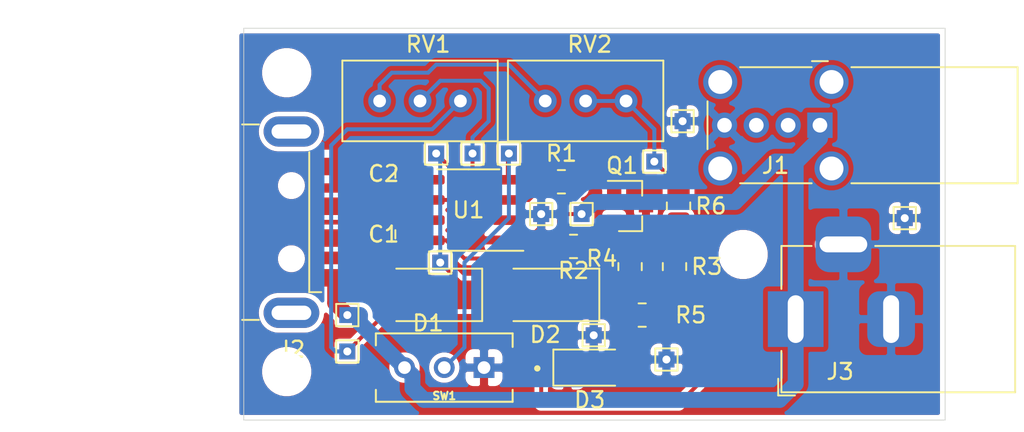
<source format=kicad_pcb>
(kicad_pcb (version 20171130) (host pcbnew "(5.1.10)-1")

  (general
    (thickness 1.6)
    (drawings 4)
    (tracks 105)
    (zones 0)
    (modules 35)
    (nets 23)
  )

  (page A4)
  (layers
    (0 F.Cu signal)
    (31 B.Cu signal)
    (32 B.Adhes user)
    (33 F.Adhes user)
    (34 B.Paste user)
    (35 F.Paste user)
    (36 B.SilkS user)
    (37 F.SilkS user)
    (38 B.Mask user)
    (39 F.Mask user)
    (40 Dwgs.User user)
    (41 Cmts.User user)
    (42 Eco1.User user)
    (43 Eco2.User user)
    (44 Edge.Cuts user)
    (45 Margin user)
    (46 B.CrtYd user)
    (47 F.CrtYd user)
    (48 B.Fab user)
    (49 F.Fab user hide)
  )

  (setup
    (last_trace_width 0.25)
    (user_trace_width 0.5)
    (user_trace_width 1)
    (user_trace_width 2)
    (trace_clearance 0.2)
    (zone_clearance 0.3)
    (zone_45_only no)
    (trace_min 0.2)
    (via_size 0.8)
    (via_drill 0.4)
    (via_min_size 0.4)
    (via_min_drill 0.3)
    (uvia_size 0.3)
    (uvia_drill 0.1)
    (uvias_allowed no)
    (uvia_min_size 0.2)
    (uvia_min_drill 0.1)
    (edge_width 0.05)
    (segment_width 0.2)
    (pcb_text_width 0.3)
    (pcb_text_size 1.5 1.5)
    (mod_edge_width 0.12)
    (mod_text_size 1 1)
    (mod_text_width 0.15)
    (pad_size 1 1)
    (pad_drill 0.5)
    (pad_to_mask_clearance 0)
    (aux_axis_origin 0 0)
    (visible_elements 7FFFFFFF)
    (pcbplotparams
      (layerselection 0x01000_7ffffffe)
      (usegerberextensions false)
      (usegerberattributes true)
      (usegerberadvancedattributes true)
      (creategerberjobfile true)
      (excludeedgelayer true)
      (linewidth 0.100000)
      (plotframeref false)
      (viasonmask false)
      (mode 1)
      (useauxorigin false)
      (hpglpennumber 1)
      (hpglpenspeed 20)
      (hpglpendiameter 15.000000)
      (psnegative false)
      (psa4output false)
      (plotreference true)
      (plotvalue true)
      (plotinvisibletext false)
      (padsonsilk false)
      (subtractmaskfromsilk false)
      (outputformat 1)
      (mirror false)
      (drillshape 0)
      (scaleselection 1)
      (outputdirectory "plot/"))
  )

  (net 0 "")
  (net 1 GND)
  (net 2 "Net-(C1-Pad1)")
  (net 3 "Net-(C2-Pad1)")
  (net 4 "Net-(D1-Pad2)")
  (net 5 "Net-(D2-Pad1)")
  (net 6 "Net-(D3-Pad2)")
  (net 7 "Net-(J1-Pad5)")
  (net 8 +5V)
  (net 9 "Net-(J1-Pad2)")
  (net 10 "Net-(J1-Pad3)")
  (net 11 "Net-(J2-Pad5)")
  (net 12 "Net-(J2-Pad3)")
  (net 13 "Net-(J2-Pad2)")
  (net 14 "Net-(Q1-Pad3)")
  (net 15 "Net-(Q1-Pad2)")
  (net 16 "Net-(Q1-Pad1)")
  (net 17 "Net-(R1-Pad2)")
  (net 18 "Net-(R4-Pad2)")
  (net 19 "Net-(R6-Pad2)")
  (net 20 "Net-(RV1-Pad1)")
  (net 21 "Net-(SW1-Pad2)")
  (net 22 "Net-(U1-Pad7)")

  (net_class Default "This is the default net class."
    (clearance 0.2)
    (trace_width 0.25)
    (via_dia 0.8)
    (via_drill 0.4)
    (uvia_dia 0.3)
    (uvia_drill 0.1)
    (add_net +5V)
    (add_net GND)
    (add_net "Net-(C1-Pad1)")
    (add_net "Net-(C2-Pad1)")
    (add_net "Net-(D1-Pad2)")
    (add_net "Net-(D2-Pad1)")
    (add_net "Net-(D3-Pad2)")
    (add_net "Net-(J1-Pad2)")
    (add_net "Net-(J1-Pad3)")
    (add_net "Net-(J1-Pad5)")
    (add_net "Net-(J2-Pad2)")
    (add_net "Net-(J2-Pad3)")
    (add_net "Net-(J2-Pad5)")
    (add_net "Net-(Q1-Pad1)")
    (add_net "Net-(Q1-Pad2)")
    (add_net "Net-(Q1-Pad3)")
    (add_net "Net-(R1-Pad2)")
    (add_net "Net-(R4-Pad2)")
    (add_net "Net-(R6-Pad2)")
    (add_net "Net-(RV1-Pad1)")
    (add_net "Net-(SW1-Pad2)")
    (add_net "Net-(U1-Pad7)")
  )

  (module MountingHole:MountingHole_2.5mm (layer F.Cu) (tedit 56D1B4CB) (tstamp 62C9D2EF)
    (at 17.526 17.018)
    (descr "Mounting Hole 2.5mm, no annular")
    (tags "mounting hole 2.5mm no annular")
    (attr virtual)
    (fp_text reference REF** (at 0 -3.5) (layer F.Fab) hide
      (effects (font (size 1 1) (thickness 0.15)))
    )
    (fp_text value MountingHole_2.5mm (at 0 3.5) (layer F.Fab)
      (effects (font (size 1 1) (thickness 0.15)))
    )
    (fp_circle (center 0 0) (end 2.5 0) (layer Cmts.User) (width 0.15))
    (fp_circle (center 0 0) (end 2.75 0) (layer F.CrtYd) (width 0.05))
    (fp_text user %R (at 0.3 0) (layer F.Fab)
      (effects (font (size 1 1) (thickness 0.15)))
    )
    (pad 1 np_thru_hole circle (at 0 0) (size 2.5 2.5) (drill 2.5) (layers *.Cu *.Mask))
  )

  (module TestPoint:TestPoint_THTPad_1.0x1.0mm_Drill0.5mm (layer F.Cu) (tedit 62C9CA8F) (tstamp 62C9D2A9)
    (at 41.402 35.052)
    (descr "THT rectangular pad as test Point, square 1.0mm side length, hole diameter 0.5mm")
    (tags "test point THT pad rectangle square")
    (attr virtual)
    (fp_text reference REF** (at 0 -1.448) (layer F.Fab) hide
      (effects (font (size 1 1) (thickness 0.15)))
    )
    (fp_text value TestPoint_THTPad_1.0x1.0mm_Drill0.5mm (at 0 1.55) (layer F.Fab)
      (effects (font (size 1 1) (thickness 0.15)))
    )
    (fp_line (start 1 1) (end -1 1) (layer F.CrtYd) (width 0.05))
    (fp_line (start 1 1) (end 1 -1) (layer F.CrtYd) (width 0.05))
    (fp_line (start -1 -1) (end -1 1) (layer F.CrtYd) (width 0.05))
    (fp_line (start -1 -1) (end 1 -1) (layer F.CrtYd) (width 0.05))
    (fp_line (start -0.7 0.7) (end -0.7 -0.7) (layer F.SilkS) (width 0.12))
    (fp_line (start 0.7 0.7) (end -0.7 0.7) (layer F.SilkS) (width 0.12))
    (fp_line (start 0.7 -0.7) (end 0.7 0.7) (layer F.SilkS) (width 0.12))
    (fp_line (start -0.7 -0.7) (end 0.7 -0.7) (layer F.SilkS) (width 0.12))
    (fp_text user %R (at 0 -1.45) (layer F.Fab)
      (effects (font (size 1 1) (thickness 0.15)))
    )
    (pad 1 thru_hole rect (at 0 0) (size 1 1) (drill 0.5) (layers *.Cu *.Mask)
      (net 1 GND))
  )

  (module TestPoint:TestPoint_THTPad_1.0x1.0mm_Drill0.5mm (layer F.Cu) (tedit 62C9CA54) (tstamp 62C9D279)
    (at 56.388 26.162)
    (descr "THT rectangular pad as test Point, square 1.0mm side length, hole diameter 0.5mm")
    (tags "test point THT pad rectangle square")
    (attr virtual)
    (fp_text reference REF** (at 0 -1.448) (layer F.Fab) hide
      (effects (font (size 1 1) (thickness 0.15)))
    )
    (fp_text value TestPoint_THTPad_1.0x1.0mm_Drill0.5mm (at 0 1.55) (layer F.Fab)
      (effects (font (size 1 1) (thickness 0.15)))
    )
    (fp_line (start 1 1) (end -1 1) (layer F.CrtYd) (width 0.05))
    (fp_line (start 1 1) (end 1 -1) (layer F.CrtYd) (width 0.05))
    (fp_line (start -1 -1) (end -1 1) (layer F.CrtYd) (width 0.05))
    (fp_line (start -1 -1) (end 1 -1) (layer F.CrtYd) (width 0.05))
    (fp_line (start -0.7 0.7) (end -0.7 -0.7) (layer F.SilkS) (width 0.12))
    (fp_line (start 0.7 0.7) (end -0.7 0.7) (layer F.SilkS) (width 0.12))
    (fp_line (start 0.7 -0.7) (end 0.7 0.7) (layer F.SilkS) (width 0.12))
    (fp_line (start -0.7 -0.7) (end 0.7 -0.7) (layer F.SilkS) (width 0.12))
    (fp_text user %R (at 0 -1.45) (layer F.Fab)
      (effects (font (size 1 1) (thickness 0.15)))
    )
    (pad 1 thru_hole rect (at 0 0) (size 1 1) (drill 0.5) (layers *.Cu *.Mask)
      (net 1 GND))
  )

  (module MountingHole:MountingHole_2.5mm (layer F.Cu) (tedit 56D1B4CB) (tstamp 62C9D24C)
    (at 17.526 35.814)
    (descr "Mounting Hole 2.5mm, no annular")
    (tags "mounting hole 2.5mm no annular")
    (attr virtual)
    (fp_text reference REF** (at 0 -3.5) (layer F.Fab) hide
      (effects (font (size 1 1) (thickness 0.15)))
    )
    (fp_text value MountingHole_2.5mm (at 0 3.5) (layer F.Fab)
      (effects (font (size 1 1) (thickness 0.15)))
    )
    (fp_circle (center 0 0) (end 2.5 0) (layer Cmts.User) (width 0.15))
    (fp_circle (center 0 0) (end 2.75 0) (layer F.CrtYd) (width 0.05))
    (fp_text user %R (at 0.3 0) (layer F.Fab)
      (effects (font (size 1 1) (thickness 0.15)))
    )
    (pad 1 np_thru_hole circle (at 0 0) (size 2.5 2.5) (drill 2.5) (layers *.Cu *.Mask))
  )

  (module MountingHole:MountingHole_2.5mm (layer F.Cu) (tedit 56D1B4CB) (tstamp 62C9D1D6)
    (at 46.228 28.448)
    (descr "Mounting Hole 2.5mm, no annular")
    (tags "mounting hole 2.5mm no annular")
    (attr virtual)
    (fp_text reference REF** (at 0 -3.5) (layer F.Fab) hide
      (effects (font (size 1 1) (thickness 0.15)))
    )
    (fp_text value MountingHole_2.5mm (at 0 3.5) (layer F.Fab)
      (effects (font (size 1 1) (thickness 0.15)))
    )
    (fp_circle (center 0 0) (end 2.5 0) (layer Cmts.User) (width 0.15))
    (fp_circle (center 0 0) (end 2.75 0) (layer F.CrtYd) (width 0.05))
    (fp_text user %R (at 0.3 0) (layer F.Fab)
      (effects (font (size 1 1) (thickness 0.15)))
    )
    (pad 1 np_thru_hole circle (at 0 0) (size 2.5 2.5) (drill 2.5) (layers *.Cu *.Mask))
  )

  (module TestPoint:TestPoint_THTPad_1.0x1.0mm_Drill0.5mm (layer F.Cu) (tedit 62C9C68B) (tstamp 62C9C6FB)
    (at 33.528 25.908)
    (descr "THT rectangular pad as test Point, square 1.0mm side length, hole diameter 0.5mm")
    (tags "test point THT pad rectangle square")
    (attr virtual)
    (fp_text reference REF** (at 0 -1.448) (layer F.Fab) hide
      (effects (font (size 1 1) (thickness 0.15)))
    )
    (fp_text value TestPoint_THTPad_1.0x1.0mm_Drill0.5mm (at 0 1.55) (layer F.Fab)
      (effects (font (size 1 1) (thickness 0.15)))
    )
    (fp_line (start 1 1) (end -1 1) (layer F.CrtYd) (width 0.05))
    (fp_line (start 1 1) (end 1 -1) (layer F.CrtYd) (width 0.05))
    (fp_line (start -1 -1) (end -1 1) (layer F.CrtYd) (width 0.05))
    (fp_line (start -1 -1) (end 1 -1) (layer F.CrtYd) (width 0.05))
    (fp_line (start -0.7 0.7) (end -0.7 -0.7) (layer F.SilkS) (width 0.12))
    (fp_line (start 0.7 0.7) (end -0.7 0.7) (layer F.SilkS) (width 0.12))
    (fp_line (start 0.7 -0.7) (end 0.7 0.7) (layer F.SilkS) (width 0.12))
    (fp_line (start -0.7 -0.7) (end 0.7 -0.7) (layer F.SilkS) (width 0.12))
    (fp_text user %R (at 0 -1.45) (layer F.Fab)
      (effects (font (size 1 1) (thickness 0.15)))
    )
    (pad 1 thru_hole rect (at 0 0) (size 1 1) (drill 0.5) (layers *.Cu *.Mask)
      (net 1 GND))
  )

  (module TestPoint:TestPoint_THTPad_1.0x1.0mm_Drill0.5mm (layer F.Cu) (tedit 62C9C38A) (tstamp 62C9C452)
    (at 36.83 33.528)
    (descr "THT rectangular pad as test Point, square 1.0mm side length, hole diameter 0.5mm")
    (tags "test point THT pad rectangle square")
    (attr virtual)
    (fp_text reference REF** (at 0 -1.448) (layer F.Fab) hide
      (effects (font (size 1 1) (thickness 0.15)))
    )
    (fp_text value TestPoint_THTPad_1.0x1.0mm_Drill0.5mm (at 0 1.55) (layer F.Fab)
      (effects (font (size 1 1) (thickness 0.15)))
    )
    (fp_line (start 1 1) (end -1 1) (layer F.CrtYd) (width 0.05))
    (fp_line (start 1 1) (end 1 -1) (layer F.CrtYd) (width 0.05))
    (fp_line (start -1 -1) (end -1 1) (layer F.CrtYd) (width 0.05))
    (fp_line (start -1 -1) (end 1 -1) (layer F.CrtYd) (width 0.05))
    (fp_line (start -0.7 0.7) (end -0.7 -0.7) (layer F.SilkS) (width 0.12))
    (fp_line (start 0.7 0.7) (end -0.7 0.7) (layer F.SilkS) (width 0.12))
    (fp_line (start 0.7 -0.7) (end 0.7 0.7) (layer F.SilkS) (width 0.12))
    (fp_line (start -0.7 -0.7) (end 0.7 -0.7) (layer F.SilkS) (width 0.12))
    (fp_text user %R (at 0 -1.45) (layer F.Fab)
      (effects (font (size 1 1) (thickness 0.15)))
    )
    (pad 1 thru_hole rect (at 0 0) (size 1 1) (drill 0.5) (layers *.Cu *.Mask)
      (net 1 GND))
  )

  (module TestPoint:TestPoint_THTPad_1.0x1.0mm_Drill0.5mm (layer F.Cu) (tedit 62C9C33C) (tstamp 62C9C452)
    (at 40.64 22.606)
    (descr "THT rectangular pad as test Point, square 1.0mm side length, hole diameter 0.5mm")
    (tags "test point THT pad rectangle square")
    (attr virtual)
    (fp_text reference REF** (at 0 -1.448) (layer F.Fab) hide
      (effects (font (size 1 1) (thickness 0.15)))
    )
    (fp_text value TestPoint_THTPad_1.0x1.0mm_Drill0.5mm (at 0 1.55) (layer F.Fab)
      (effects (font (size 1 1) (thickness 0.15)))
    )
    (fp_line (start 1 1) (end -1 1) (layer F.CrtYd) (width 0.05))
    (fp_line (start 1 1) (end 1 -1) (layer F.CrtYd) (width 0.05))
    (fp_line (start -1 -1) (end -1 1) (layer F.CrtYd) (width 0.05))
    (fp_line (start -1 -1) (end 1 -1) (layer F.CrtYd) (width 0.05))
    (fp_line (start -0.7 0.7) (end -0.7 -0.7) (layer F.SilkS) (width 0.12))
    (fp_line (start 0.7 0.7) (end -0.7 0.7) (layer F.SilkS) (width 0.12))
    (fp_line (start 0.7 -0.7) (end 0.7 0.7) (layer F.SilkS) (width 0.12))
    (fp_line (start -0.7 -0.7) (end 0.7 -0.7) (layer F.SilkS) (width 0.12))
    (fp_text user %R (at 0 -1.45) (layer F.Fab)
      (effects (font (size 1 1) (thickness 0.15)))
    )
    (pad 1 thru_hole rect (at 0 0) (size 1 1) (drill 0.5) (layers *.Cu *.Mask)
      (net 19 "Net-(R6-Pad2)"))
  )

  (module TestPoint:TestPoint_THTPad_1.0x1.0mm_Drill0.5mm (layer F.Cu) (tedit 62C9C2BB) (tstamp 62C9C399)
    (at 27.178 28.956)
    (descr "THT rectangular pad as test Point, square 1.0mm side length, hole diameter 0.5mm")
    (tags "test point THT pad rectangle square")
    (attr virtual)
    (fp_text reference REF** (at 0.508 1.524) (layer F.Fab) hide
      (effects (font (size 1 1) (thickness 0.15)))
    )
    (fp_text value TestPoint_THTPad_1.0x1.0mm_Drill0.5mm (at 0 1.55) (layer F.Fab)
      (effects (font (size 1 1) (thickness 0.15)))
    )
    (fp_line (start 1 1) (end -1 1) (layer F.CrtYd) (width 0.05))
    (fp_line (start 1 1) (end 1 -1) (layer F.CrtYd) (width 0.05))
    (fp_line (start -1 -1) (end -1 1) (layer F.CrtYd) (width 0.05))
    (fp_line (start -1 -1) (end 1 -1) (layer F.CrtYd) (width 0.05))
    (fp_line (start -0.7 0.7) (end -0.7 -0.7) (layer F.SilkS) (width 0.12))
    (fp_line (start 0.7 0.7) (end -0.7 0.7) (layer F.SilkS) (width 0.12))
    (fp_line (start 0.7 -0.7) (end 0.7 0.7) (layer F.SilkS) (width 0.12))
    (fp_line (start -0.7 -0.7) (end 0.7 -0.7) (layer F.SilkS) (width 0.12))
    (fp_text user %R (at 0 -1.45) (layer F.Fab)
      (effects (font (size 1 1) (thickness 0.15)))
    )
    (pad 1 thru_hole rect (at 0 0) (size 1 1) (drill 0.5) (layers *.Cu *.Mask)
      (net 2 "Net-(C1-Pad1)"))
  )

  (module TestPoint:TestPoint_THTPad_1.0x1.0mm_Drill0.5mm (layer F.Cu) (tedit 62C9C1DE) (tstamp 62C9C15A)
    (at 26.924 22.098)
    (descr "THT rectangular pad as test Point, square 1.0mm side length, hole diameter 0.5mm")
    (tags "test point THT pad rectangle square")
    (attr virtual)
    (fp_text reference REF** (at 0.508 1.524) (layer F.Fab) hide
      (effects (font (size 1 1) (thickness 0.15)))
    )
    (fp_text value TestPoint_THTPad_1.0x1.0mm_Drill0.5mm (at 0 1.55) (layer F.Fab)
      (effects (font (size 1 1) (thickness 0.15)))
    )
    (fp_line (start 1 1) (end -1 1) (layer F.CrtYd) (width 0.05))
    (fp_line (start 1 1) (end 1 -1) (layer F.CrtYd) (width 0.05))
    (fp_line (start -1 -1) (end -1 1) (layer F.CrtYd) (width 0.05))
    (fp_line (start -1 -1) (end 1 -1) (layer F.CrtYd) (width 0.05))
    (fp_line (start -0.7 0.7) (end -0.7 -0.7) (layer F.SilkS) (width 0.12))
    (fp_line (start 0.7 0.7) (end -0.7 0.7) (layer F.SilkS) (width 0.12))
    (fp_line (start 0.7 -0.7) (end 0.7 0.7) (layer F.SilkS) (width 0.12))
    (fp_line (start -0.7 -0.7) (end 0.7 -0.7) (layer F.SilkS) (width 0.12))
    (fp_text user %R (at 0 -1.45) (layer F.Fab)
      (effects (font (size 1 1) (thickness 0.15)))
    )
    (pad 1 thru_hole rect (at 0 0) (size 1 1) (drill 0.5) (layers *.Cu *.Mask)
      (net 2 "Net-(C1-Pad1)"))
  )

  (module TestPoint:TestPoint_THTPad_1.0x1.0mm_Drill0.5mm (layer F.Cu) (tedit 62C9C117) (tstamp 62C28630)
    (at 29.21 22.098)
    (descr "THT rectangular pad as test Point, square 1.0mm side length, hole diameter 0.5mm")
    (tags "test point THT pad rectangle square")
    (attr virtual)
    (fp_text reference REF** (at 0.508 1.524) (layer F.Fab) hide
      (effects (font (size 1 1) (thickness 0.15)))
    )
    (fp_text value TestPoint_THTPad_1.0x1.0mm_Drill0.5mm (at 0 1.55) (layer F.Fab)
      (effects (font (size 1 1) (thickness 0.15)))
    )
    (fp_line (start 1 1) (end -1 1) (layer F.CrtYd) (width 0.05))
    (fp_line (start 1 1) (end 1 -1) (layer F.CrtYd) (width 0.05))
    (fp_line (start -1 -1) (end -1 1) (layer F.CrtYd) (width 0.05))
    (fp_line (start -1 -1) (end 1 -1) (layer F.CrtYd) (width 0.05))
    (fp_line (start -0.7 0.7) (end -0.7 -0.7) (layer F.SilkS) (width 0.12))
    (fp_line (start 0.7 0.7) (end -0.7 0.7) (layer F.SilkS) (width 0.12))
    (fp_line (start 0.7 -0.7) (end 0.7 0.7) (layer F.SilkS) (width 0.12))
    (fp_line (start -0.7 -0.7) (end 0.7 -0.7) (layer F.SilkS) (width 0.12))
    (fp_text user %R (at 0 -1.45) (layer F.Fab)
      (effects (font (size 1 1) (thickness 0.15)))
    )
    (pad 1 thru_hole rect (at 0 0) (size 1 1) (drill 0.5) (layers *.Cu *.Mask)
      (net 17 "Net-(R1-Pad2)"))
  )

  (module TestPoint:TestPoint_THTPad_1.0x1.0mm_Drill0.5mm (layer F.Cu) (tedit 62C9C0F8) (tstamp 62C28630)
    (at 31.496 22.098)
    (descr "THT rectangular pad as test Point, square 1.0mm side length, hole diameter 0.5mm")
    (tags "test point THT pad rectangle square")
    (attr virtual)
    (fp_text reference REF** (at 0 -1.448) (layer F.Fab) hide
      (effects (font (size 1 1) (thickness 0.15)))
    )
    (fp_text value TestPoint_THTPad_1.0x1.0mm_Drill0.5mm (at 0 1.55) (layer F.Fab)
      (effects (font (size 1 1) (thickness 0.15)))
    )
    (fp_line (start 1 1) (end -1 1) (layer F.CrtYd) (width 0.05))
    (fp_line (start 1 1) (end 1 -1) (layer F.CrtYd) (width 0.05))
    (fp_line (start -1 -1) (end -1 1) (layer F.CrtYd) (width 0.05))
    (fp_line (start -1 -1) (end 1 -1) (layer F.CrtYd) (width 0.05))
    (fp_line (start -0.7 0.7) (end -0.7 -0.7) (layer F.SilkS) (width 0.12))
    (fp_line (start 0.7 0.7) (end -0.7 0.7) (layer F.SilkS) (width 0.12))
    (fp_line (start 0.7 -0.7) (end 0.7 0.7) (layer F.SilkS) (width 0.12))
    (fp_line (start -0.7 -0.7) (end 0.7 -0.7) (layer F.SilkS) (width 0.12))
    (fp_text user %R (at 0 -1.45) (layer F.Fab)
      (effects (font (size 1 1) (thickness 0.15)))
    )
    (pad 1 thru_hole rect (at 0 0) (size 1 1) (drill 0.5) (layers *.Cu *.Mask)
      (net 21 "Net-(SW1-Pad2)"))
  )

  (module TestPoint:TestPoint_THTPad_1.0x1.0mm_Drill0.5mm (layer F.Cu) (tedit 62C1FDC4) (tstamp 62C285B0)
    (at 21.336 34.544)
    (descr "THT rectangular pad as test Point, square 1.0mm side length, hole diameter 0.5mm")
    (tags "test point THT pad rectangle square")
    (attr virtual)
    (fp_text reference REF** (at 0 -1.448) (layer F.SilkS) hide
      (effects (font (size 1 1) (thickness 0.15)))
    )
    (fp_text value TestPoint_THTPad_1.0x1.0mm_Drill0.5mm (at 0 1.55) (layer F.Fab)
      (effects (font (size 1 1) (thickness 0.15)))
    )
    (fp_line (start 1 1) (end -1 1) (layer F.CrtYd) (width 0.05))
    (fp_line (start 1 1) (end 1 -1) (layer F.CrtYd) (width 0.05))
    (fp_line (start -1 -1) (end -1 1) (layer F.CrtYd) (width 0.05))
    (fp_line (start -1 -1) (end 1 -1) (layer F.CrtYd) (width 0.05))
    (fp_line (start -0.7 0.7) (end -0.7 -0.7) (layer F.SilkS) (width 0.12))
    (fp_line (start 0.7 0.7) (end -0.7 0.7) (layer F.SilkS) (width 0.12))
    (fp_line (start 0.7 -0.7) (end 0.7 0.7) (layer F.SilkS) (width 0.12))
    (fp_line (start -0.7 -0.7) (end 0.7 -0.7) (layer F.SilkS) (width 0.12))
    (fp_text user %R (at 0 -1.45) (layer F.Fab)
      (effects (font (size 1 1) (thickness 0.15)))
    )
    (pad 1 thru_hole rect (at 0 0) (size 1 1) (drill 0.5) (layers *.Cu *.Mask)
      (net 4 "Net-(D1-Pad2)"))
  )

  (module TestPoint:TestPoint_THTPad_1.0x1.0mm_Drill0.5mm (layer F.Cu) (tedit 62C1FD6A) (tstamp 62C28584)
    (at 42.418 20.066)
    (descr "THT rectangular pad as test Point, square 1.0mm side length, hole diameter 0.5mm")
    (tags "test point THT pad rectangle square")
    (attr virtual)
    (fp_text reference REF** (at 0 -1.448) (layer F.Fab) hide
      (effects (font (size 1 1) (thickness 0.15)))
    )
    (fp_text value TestPoint_THTPad_1.0x1.0mm_Drill0.5mm (at 0 1.55) (layer F.Fab)
      (effects (font (size 1 1) (thickness 0.15)))
    )
    (fp_line (start 1 1) (end -1 1) (layer F.CrtYd) (width 0.05))
    (fp_line (start 1 1) (end 1 -1) (layer F.CrtYd) (width 0.05))
    (fp_line (start -1 -1) (end -1 1) (layer F.CrtYd) (width 0.05))
    (fp_line (start -1 -1) (end 1 -1) (layer F.CrtYd) (width 0.05))
    (fp_line (start -0.7 0.7) (end -0.7 -0.7) (layer F.SilkS) (width 0.12))
    (fp_line (start 0.7 0.7) (end -0.7 0.7) (layer F.SilkS) (width 0.12))
    (fp_line (start 0.7 -0.7) (end 0.7 0.7) (layer F.SilkS) (width 0.12))
    (fp_line (start -0.7 -0.7) (end 0.7 -0.7) (layer F.SilkS) (width 0.12))
    (fp_text user %R (at 0 -1.45) (layer F.Fab)
      (effects (font (size 1 1) (thickness 0.15)))
    )
    (pad 1 thru_hole rect (at 0 0) (size 1 1) (drill 0.5) (layers *.Cu *.Mask)
      (net 1 GND))
  )

  (module TestPoint:TestPoint_THTPad_1.0x1.0mm_Drill0.5mm (layer F.Cu) (tedit 62C1FC4C) (tstamp 62C28372)
    (at 21.336 32.258)
    (descr "THT rectangular pad as test Point, square 1.0mm side length, hole diameter 0.5mm")
    (tags "test point THT pad rectangle square")
    (attr virtual)
    (fp_text reference REF** (at 0 -1.448) (layer F.SilkS) hide
      (effects (font (size 1 1) (thickness 0.15)))
    )
    (fp_text value TestPoint_THTPad_1.0x1.0mm_Drill0.5mm (at 0 1.55) (layer F.Fab)
      (effects (font (size 1 1) (thickness 0.15)))
    )
    (fp_line (start 1 1) (end -1 1) (layer F.CrtYd) (width 0.05))
    (fp_line (start 1 1) (end 1 -1) (layer F.CrtYd) (width 0.05))
    (fp_line (start -1 -1) (end -1 1) (layer F.CrtYd) (width 0.05))
    (fp_line (start -1 -1) (end 1 -1) (layer F.CrtYd) (width 0.05))
    (fp_line (start -0.7 0.7) (end -0.7 -0.7) (layer F.SilkS) (width 0.12))
    (fp_line (start 0.7 0.7) (end -0.7 0.7) (layer F.SilkS) (width 0.12))
    (fp_line (start 0.7 -0.7) (end 0.7 0.7) (layer F.SilkS) (width 0.12))
    (fp_line (start -0.7 -0.7) (end 0.7 -0.7) (layer F.SilkS) (width 0.12))
    (fp_text user %R (at 0 -1.45) (layer F.Fab)
      (effects (font (size 1 1) (thickness 0.15)))
    )
    (pad 1 thru_hole rect (at 0 0) (size 1 1) (drill 0.5) (layers *.Cu *.Mask)
      (net 8 +5V))
  )

  (module TestPoint:TestPoint_THTPad_1.0x1.0mm_Drill0.5mm (layer F.Cu) (tedit 62C1FBE7) (tstamp 62C2828C)
    (at 36.068 25.908)
    (descr "THT rectangular pad as test Point, square 1.0mm side length, hole diameter 0.5mm")
    (tags "test point THT pad rectangle square")
    (attr virtual)
    (fp_text reference REF** (at 0 -1.448) (layer F.Fab) hide
      (effects (font (size 1 1) (thickness 0.15)))
    )
    (fp_text value TestPoint_THTPad_1.0x1.0mm_Drill0.5mm (at 0 1.55) (layer F.Fab)
      (effects (font (size 1 1) (thickness 0.15)))
    )
    (fp_line (start 1 1) (end -1 1) (layer F.CrtYd) (width 0.05))
    (fp_line (start 1 1) (end 1 -1) (layer F.CrtYd) (width 0.05))
    (fp_line (start -1 -1) (end -1 1) (layer F.CrtYd) (width 0.05))
    (fp_line (start -1 -1) (end 1 -1) (layer F.CrtYd) (width 0.05))
    (fp_line (start -0.7 0.7) (end -0.7 -0.7) (layer F.SilkS) (width 0.12))
    (fp_line (start 0.7 0.7) (end -0.7 0.7) (layer F.SilkS) (width 0.12))
    (fp_line (start 0.7 -0.7) (end 0.7 0.7) (layer F.SilkS) (width 0.12))
    (fp_line (start -0.7 -0.7) (end 0.7 -0.7) (layer F.SilkS) (width 0.12))
    (fp_text user %R (at 0 -1.45) (layer F.Fab)
      (effects (font (size 1 1) (thickness 0.15)))
    )
    (pad 1 thru_hole rect (at 0 0) (size 1 1) (drill 0.5) (layers *.Cu *.Mask)
      (net 8 +5V))
  )

  (module lib:SW_OS102011MS2QN1 (layer F.Cu) (tedit 62CAAB1A) (tstamp 62C1F101)
    (at 27.432 35.56 180)
    (path /62C1A5AC)
    (fp_text reference SW1 (at 0 -1.778) (layer F.SilkS)
      (effects (font (size 0.48009 0.48009) (thickness 0.15)))
    )
    (fp_text value SW_SPDT (at 0.682908 3.201326) (layer F.Fab)
      (effects (font (size 0.48092 0.48092) (thickness 0.15)))
    )
    (fp_circle (center -5.85 -0.05) (end -5.75 -0.05) (layer F.SilkS) (width 0.2))
    (fp_line (start -5.25 -1.25) (end -4.55 -1.25) (layer F.CrtYd) (width 0.05))
    (fp_line (start -5.25 1.25) (end -5.25 -1.25) (layer F.CrtYd) (width 0.05))
    (fp_line (start -4.55 1.25) (end -5.25 1.25) (layer F.CrtYd) (width 0.05))
    (fp_line (start -4.55 2.4) (end -4.55 1.25) (layer F.CrtYd) (width 0.05))
    (fp_line (start 4.55 2.4) (end -4.55 2.4) (layer F.CrtYd) (width 0.05))
    (fp_line (start 4.55 1.25) (end 4.55 2.4) (layer F.CrtYd) (width 0.05))
    (fp_line (start 5.25 1.25) (end 4.55 1.25) (layer F.CrtYd) (width 0.05))
    (fp_line (start 5.25 -1.25) (end 5.25 1.25) (layer F.CrtYd) (width 0.05))
    (fp_line (start 4.55 -1.25) (end 5.25 -1.25) (layer F.CrtYd) (width 0.05))
    (fp_line (start 4.55 -2.4) (end 4.55 -1.25) (layer F.CrtYd) (width 0.05))
    (fp_line (start -4.55 -2.4) (end 4.55 -2.4) (layer F.CrtYd) (width 0.05))
    (fp_line (start -4.55 -1.25) (end -4.55 -2.4) (layer F.CrtYd) (width 0.05))
    (fp_circle (center -2.1 -0.05) (end -2 -0.05) (layer F.Fab) (width 0.2))
    (fp_line (start -4.3 -2.15) (end -4.3 -1.4) (layer F.SilkS) (width 0.127))
    (fp_line (start 4.3 -2.15) (end -4.3 -2.15) (layer F.SilkS) (width 0.127))
    (fp_line (start 4.3 -1.4) (end 4.3 -2.15) (layer F.SilkS) (width 0.127))
    (fp_line (start 4.3 2.15) (end 4.3 1.4) (layer F.SilkS) (width 0.127))
    (fp_line (start -4.3 2.15) (end 4.3 2.15) (layer F.SilkS) (width 0.127))
    (fp_line (start -4.3 1.3) (end -4.3 2.15) (layer F.SilkS) (width 0.127))
    (fp_line (start -4.3 2.15) (end -4.3 -2.15) (layer F.Fab) (width 0.127))
    (fp_line (start 4.3 2.15) (end -4.3 2.15) (layer F.Fab) (width 0.127))
    (fp_line (start 4.3 -2.15) (end 4.3 2.15) (layer F.Fab) (width 0.127))
    (fp_line (start -4.3 -2.15) (end 4.3 -2.15) (layer F.Fab) (width 0.127))
    (pad 3 thru_hole circle (at 2.5 0 180) (size 1.308 1.308) (drill 0.8) (layers *.Cu *.Mask)
      (net 8 +5V))
    (pad 2 thru_hole circle (at 0 0 180) (size 1.308 1.308) (drill 0.8) (layers *.Cu *.Mask)
      (net 21 "Net-(SW1-Pad2)"))
    (pad 1 thru_hole rect (at -2.5 0 180) (size 1.308 1.308) (drill 0.8) (layers *.Cu *.Mask)
      (net 1 GND))
  )

  (module Package_SO:SOIC-8_3.9x4.9mm_P1.27mm (layer F.Cu) (tedit 5D9F72B1) (tstamp 62C1F11B)
    (at 28.956 25.654 180)
    (descr "SOIC, 8 Pin (JEDEC MS-012AA, https://www.analog.com/media/en/package-pcb-resources/package/pkg_pdf/soic_narrow-r/r_8.pdf), generated with kicad-footprint-generator ipc_gullwing_generator.py")
    (tags "SOIC SO")
    (path /62C15CA0)
    (attr smd)
    (fp_text reference U1 (at 0 0) (layer F.SilkS)
      (effects (font (size 1 1) (thickness 0.15)))
    )
    (fp_text value NE555D (at 0 3.4) (layer F.Fab)
      (effects (font (size 1 1) (thickness 0.15)))
    )
    (fp_line (start 3.7 -2.7) (end -3.7 -2.7) (layer F.CrtYd) (width 0.05))
    (fp_line (start 3.7 2.7) (end 3.7 -2.7) (layer F.CrtYd) (width 0.05))
    (fp_line (start -3.7 2.7) (end 3.7 2.7) (layer F.CrtYd) (width 0.05))
    (fp_line (start -3.7 -2.7) (end -3.7 2.7) (layer F.CrtYd) (width 0.05))
    (fp_line (start -1.95 -1.475) (end -0.975 -2.45) (layer F.Fab) (width 0.1))
    (fp_line (start -1.95 2.45) (end -1.95 -1.475) (layer F.Fab) (width 0.1))
    (fp_line (start 1.95 2.45) (end -1.95 2.45) (layer F.Fab) (width 0.1))
    (fp_line (start 1.95 -2.45) (end 1.95 2.45) (layer F.Fab) (width 0.1))
    (fp_line (start -0.975 -2.45) (end 1.95 -2.45) (layer F.Fab) (width 0.1))
    (fp_line (start 0 -2.56) (end -3.45 -2.56) (layer F.SilkS) (width 0.12))
    (fp_line (start 0 -2.56) (end 1.95 -2.56) (layer F.SilkS) (width 0.12))
    (fp_line (start 0 2.56) (end -1.95 2.56) (layer F.SilkS) (width 0.12))
    (fp_line (start 0 2.56) (end 1.95 2.56) (layer F.SilkS) (width 0.12))
    (fp_text user %R (at 0 0) (layer F.Fab)
      (effects (font (size 0.98 0.98) (thickness 0.15)))
    )
    (pad 8 smd roundrect (at 2.475 -1.905 180) (size 1.95 0.6) (layers F.Cu F.Paste F.Mask) (roundrect_rratio 0.25)
      (net 8 +5V))
    (pad 7 smd roundrect (at 2.475 -0.635 180) (size 1.95 0.6) (layers F.Cu F.Paste F.Mask) (roundrect_rratio 0.25)
      (net 22 "Net-(U1-Pad7)"))
    (pad 6 smd roundrect (at 2.475 0.635 180) (size 1.95 0.6) (layers F.Cu F.Paste F.Mask) (roundrect_rratio 0.25)
      (net 2 "Net-(C1-Pad1)"))
    (pad 5 smd roundrect (at 2.475 1.905 180) (size 1.95 0.6) (layers F.Cu F.Paste F.Mask) (roundrect_rratio 0.25)
      (net 3 "Net-(C2-Pad1)"))
    (pad 4 smd roundrect (at -2.475 1.905 180) (size 1.95 0.6) (layers F.Cu F.Paste F.Mask) (roundrect_rratio 0.25)
      (net 21 "Net-(SW1-Pad2)"))
    (pad 3 smd roundrect (at -2.475 0.635 180) (size 1.95 0.6) (layers F.Cu F.Paste F.Mask) (roundrect_rratio 0.25)
      (net 17 "Net-(R1-Pad2)"))
    (pad 2 smd roundrect (at -2.475 -0.635 180) (size 1.95 0.6) (layers F.Cu F.Paste F.Mask) (roundrect_rratio 0.25)
      (net 2 "Net-(C1-Pad1)"))
    (pad 1 smd roundrect (at -2.475 -1.905 180) (size 1.95 0.6) (layers F.Cu F.Paste F.Mask) (roundrect_rratio 0.25)
      (net 1 GND))
    (model ${KISYS3DMOD}/Package_SO.3dshapes/SOIC-8_3.9x4.9mm_P1.27mm.wrl
      (at (xyz 0 0 0))
      (scale (xyz 1 1 1))
      (rotate (xyz 0 0 0))
    )
  )

  (module Potentiometer_THT:Potentiometer_Bourns_3296W_Vertical (layer F.Cu) (tedit 62C1F41B) (tstamp 62C1F0E0)
    (at 33.782 18.796 180)
    (descr "Potentiometer, vertical, Bourns 3296W, https://www.bourns.com/pdfs/3296.pdf")
    (tags "Potentiometer vertical Bourns 3296W")
    (path /62C19BB3)
    (fp_text reference RV2 (at -2.794 3.556) (layer F.SilkS)
      (effects (font (size 1 1) (thickness 0.15)))
    )
    (fp_text value 1M (at -2.54 3.67) (layer F.Fab)
      (effects (font (size 1 1) (thickness 0.15)))
    )
    (fp_line (start 2.5 -2.7) (end -7.6 -2.7) (layer F.CrtYd) (width 0.05))
    (fp_line (start 2.5 2.7) (end 2.5 -2.7) (layer F.CrtYd) (width 0.05))
    (fp_line (start -7.6 2.7) (end 2.5 2.7) (layer F.CrtYd) (width 0.05))
    (fp_line (start -7.6 -2.7) (end -7.6 2.7) (layer F.CrtYd) (width 0.05))
    (fp_line (start 2.345 -2.53) (end 2.345 2.54) (layer F.SilkS) (width 0.12))
    (fp_line (start -7.425 -2.53) (end -7.425 2.54) (layer F.SilkS) (width 0.12))
    (fp_line (start -7.425 2.54) (end 2.345 2.54) (layer F.SilkS) (width 0.12))
    (fp_line (start -7.425 -2.53) (end 2.345 -2.53) (layer F.SilkS) (width 0.12))
    (fp_line (start 0.955 2.235) (end 0.956 0.066) (layer F.Fab) (width 0.1))
    (fp_line (start 0.955 2.235) (end 0.956 0.066) (layer F.Fab) (width 0.1))
    (fp_line (start 2.225 -2.41) (end -7.305 -2.41) (layer F.Fab) (width 0.1))
    (fp_line (start 2.225 2.42) (end 2.225 -2.41) (layer F.Fab) (width 0.1))
    (fp_line (start -7.305 2.42) (end 2.225 2.42) (layer F.Fab) (width 0.1))
    (fp_line (start -7.305 -2.41) (end -7.305 2.42) (layer F.Fab) (width 0.1))
    (fp_circle (center 0.955 1.15) (end 2.05 1.15) (layer F.Fab) (width 0.1))
    (fp_text user %R (at -3.175 0.005) (layer F.Fab)
      (effects (font (size 1 1) (thickness 0.15)))
    )
    (pad 3 thru_hole circle (at -5.08 0 180) (size 1.44 1.44) (drill 0.8) (layers B.Cu B.Mask)
      (net 19 "Net-(R6-Pad2)"))
    (pad 2 thru_hole circle (at -2.54 0 180) (size 1.44 1.44) (drill 0.8) (layers B.Cu B.Mask)
      (net 19 "Net-(R6-Pad2)"))
    (pad 1 thru_hole circle (at 0 0 180) (size 1.44 1.44) (drill 0.8) (layers B.Cu B.Mask)
      (net 20 "Net-(RV1-Pad1)"))
    (model ${KISYS3DMOD}/Potentiometer_THT.3dshapes/Potentiometer_Bourns_3296W_Vertical.wrl
      (at (xyz 0 0 0))
      (scale (xyz 1 1 1))
      (rotate (xyz 0 0 0))
    )
  )

  (module Potentiometer_THT:Potentiometer_Bourns_3296W_Vertical (layer F.Cu) (tedit 62C1F402) (tstamp 62C1F0C9)
    (at 23.368 18.796 180)
    (descr "Potentiometer, vertical, Bourns 3296W, https://www.bourns.com/pdfs/3296.pdf")
    (tags "Potentiometer vertical Bourns 3296W")
    (path /62C182AF)
    (fp_text reference RV1 (at -3.048 3.556) (layer F.SilkS)
      (effects (font (size 1 1) (thickness 0.15)))
    )
    (fp_text value 100k (at -2.54 3.67) (layer F.Fab)
      (effects (font (size 1 1) (thickness 0.15)))
    )
    (fp_line (start 2.5 -2.7) (end -7.6 -2.7) (layer F.CrtYd) (width 0.05))
    (fp_line (start 2.5 2.7) (end 2.5 -2.7) (layer F.CrtYd) (width 0.05))
    (fp_line (start -7.6 2.7) (end 2.5 2.7) (layer F.CrtYd) (width 0.05))
    (fp_line (start -7.6 -2.7) (end -7.6 2.7) (layer F.CrtYd) (width 0.05))
    (fp_line (start 2.345 -2.53) (end 2.345 2.54) (layer F.SilkS) (width 0.12))
    (fp_line (start -7.425 -2.53) (end -7.425 2.54) (layer F.SilkS) (width 0.12))
    (fp_line (start -7.425 2.54) (end 2.345 2.54) (layer F.SilkS) (width 0.12))
    (fp_line (start -7.425 -2.53) (end 2.345 -2.53) (layer F.SilkS) (width 0.12))
    (fp_line (start 0.955 2.235) (end 0.956 0.066) (layer F.Fab) (width 0.1))
    (fp_line (start 0.955 2.235) (end 0.956 0.066) (layer F.Fab) (width 0.1))
    (fp_line (start 2.225 -2.41) (end -7.305 -2.41) (layer F.Fab) (width 0.1))
    (fp_line (start 2.225 2.42) (end 2.225 -2.41) (layer F.Fab) (width 0.1))
    (fp_line (start -7.305 2.42) (end 2.225 2.42) (layer F.Fab) (width 0.1))
    (fp_line (start -7.305 -2.41) (end -7.305 2.42) (layer F.Fab) (width 0.1))
    (fp_circle (center 0.955 1.15) (end 2.05 1.15) (layer F.Fab) (width 0.1))
    (fp_text user %R (at -3.175 0.005) (layer F.Fab)
      (effects (font (size 1 1) (thickness 0.15)))
    )
    (pad 3 thru_hole circle (at -5.08 0 180) (size 1.44 1.44) (drill 0.8) (layers B.Cu B.Mask)
      (net 4 "Net-(D1-Pad2)"))
    (pad 2 thru_hole circle (at -2.54 0 180) (size 1.44 1.44) (drill 0.8) (layers B.Cu B.Mask)
      (net 17 "Net-(R1-Pad2)"))
    (pad 1 thru_hole circle (at 0 0 180) (size 1.44 1.44) (drill 0.8) (layers B.Cu B.Mask)
      (net 20 "Net-(RV1-Pad1)"))
    (model ${KISYS3DMOD}/Potentiometer_THT.3dshapes/Potentiometer_Bourns_3296W_Vertical.wrl
      (at (xyz 0 0 0))
      (scale (xyz 1 1 1))
      (rotate (xyz 0 0 0))
    )
  )

  (module Resistor_SMD:R_0805_2012Metric (layer F.Cu) (tedit 5F68FEEE) (tstamp 62C1FEF6)
    (at 42.164 25.4 90)
    (descr "Resistor SMD 0805 (2012 Metric), square (rectangular) end terminal, IPC_7351 nominal, (Body size source: IPC-SM-782 page 72, https://www.pcb-3d.com/wordpress/wp-content/uploads/ipc-sm-782a_amendment_1_and_2.pdf), generated with kicad-footprint-generator")
    (tags resistor)
    (path /62C234F7)
    (attr smd)
    (fp_text reference R6 (at 0 2.032 180) (layer F.SilkS)
      (effects (font (size 1 1) (thickness 0.15)))
    )
    (fp_text value 680k (at 0 1.65 90) (layer F.Fab)
      (effects (font (size 1 1) (thickness 0.15)))
    )
    (fp_line (start 1.68 0.95) (end -1.68 0.95) (layer F.CrtYd) (width 0.05))
    (fp_line (start 1.68 -0.95) (end 1.68 0.95) (layer F.CrtYd) (width 0.05))
    (fp_line (start -1.68 -0.95) (end 1.68 -0.95) (layer F.CrtYd) (width 0.05))
    (fp_line (start -1.68 0.95) (end -1.68 -0.95) (layer F.CrtYd) (width 0.05))
    (fp_line (start -0.227064 0.735) (end 0.227064 0.735) (layer F.SilkS) (width 0.12))
    (fp_line (start -0.227064 -0.735) (end 0.227064 -0.735) (layer F.SilkS) (width 0.12))
    (fp_line (start 1 0.625) (end -1 0.625) (layer F.Fab) (width 0.1))
    (fp_line (start 1 -0.625) (end 1 0.625) (layer F.Fab) (width 0.1))
    (fp_line (start -1 -0.625) (end 1 -0.625) (layer F.Fab) (width 0.1))
    (fp_line (start -1 0.625) (end -1 -0.625) (layer F.Fab) (width 0.1))
    (fp_text user %R (at 0 0 90) (layer F.Fab)
      (effects (font (size 0.5 0.5) (thickness 0.08)))
    )
    (pad 2 smd roundrect (at 0.9125 0 90) (size 1.025 1.4) (layers F.Cu F.Paste F.Mask) (roundrect_rratio 0.2439004878048781)
      (net 19 "Net-(R6-Pad2)"))
    (pad 1 smd roundrect (at -0.9125 0 90) (size 1.025 1.4) (layers F.Cu F.Paste F.Mask) (roundrect_rratio 0.2439004878048781)
      (net 5 "Net-(D2-Pad1)"))
    (model ${KISYS3DMOD}/Resistor_SMD.3dshapes/R_0805_2012Metric.wrl
      (at (xyz 0 0 0))
      (scale (xyz 1 1 1))
      (rotate (xyz 0 0 0))
    )
  )

  (module Resistor_SMD:R_0805_2012Metric (layer F.Cu) (tedit 5F68FEEE) (tstamp 62C1F0A1)
    (at 39.878 32.258)
    (descr "Resistor SMD 0805 (2012 Metric), square (rectangular) end terminal, IPC_7351 nominal, (Body size source: IPC-SM-782 page 72, https://www.pcb-3d.com/wordpress/wp-content/uploads/ipc-sm-782a_amendment_1_and_2.pdf), generated with kicad-footprint-generator")
    (tags resistor)
    (path /62C2B187)
    (attr smd)
    (fp_text reference R5 (at 3.048 0) (layer F.SilkS)
      (effects (font (size 1 1) (thickness 0.15)))
    )
    (fp_text value 1k (at 0 1.65) (layer F.Fab)
      (effects (font (size 1 1) (thickness 0.15)))
    )
    (fp_line (start 1.68 0.95) (end -1.68 0.95) (layer F.CrtYd) (width 0.05))
    (fp_line (start 1.68 -0.95) (end 1.68 0.95) (layer F.CrtYd) (width 0.05))
    (fp_line (start -1.68 -0.95) (end 1.68 -0.95) (layer F.CrtYd) (width 0.05))
    (fp_line (start -1.68 0.95) (end -1.68 -0.95) (layer F.CrtYd) (width 0.05))
    (fp_line (start -0.227064 0.735) (end 0.227064 0.735) (layer F.SilkS) (width 0.12))
    (fp_line (start -0.227064 -0.735) (end 0.227064 -0.735) (layer F.SilkS) (width 0.12))
    (fp_line (start 1 0.625) (end -1 0.625) (layer F.Fab) (width 0.1))
    (fp_line (start 1 -0.625) (end 1 0.625) (layer F.Fab) (width 0.1))
    (fp_line (start -1 -0.625) (end 1 -0.625) (layer F.Fab) (width 0.1))
    (fp_line (start -1 0.625) (end -1 -0.625) (layer F.Fab) (width 0.1))
    (fp_text user %R (at 0 0) (layer F.Fab)
      (effects (font (size 0.5 0.5) (thickness 0.08)))
    )
    (pad 2 smd roundrect (at 0.9125 0) (size 1.025 1.4) (layers F.Cu F.Paste F.Mask) (roundrect_rratio 0.2439004878048781)
      (net 6 "Net-(D3-Pad2)"))
    (pad 1 smd roundrect (at -0.9125 0) (size 1.025 1.4) (layers F.Cu F.Paste F.Mask) (roundrect_rratio 0.2439004878048781)
      (net 18 "Net-(R4-Pad2)"))
    (model ${KISYS3DMOD}/Resistor_SMD.3dshapes/R_0805_2012Metric.wrl
      (at (xyz 0 0 0))
      (scale (xyz 1 1 1))
      (rotate (xyz 0 0 0))
    )
  )

  (module Resistor_SMD:R_0805_2012Metric (layer F.Cu) (tedit 5F68FEEE) (tstamp 62C1F090)
    (at 39.116 29.21 270)
    (descr "Resistor SMD 0805 (2012 Metric), square (rectangular) end terminal, IPC_7351 nominal, (Body size source: IPC-SM-782 page 72, https://www.pcb-3d.com/wordpress/wp-content/uploads/ipc-sm-782a_amendment_1_and_2.pdf), generated with kicad-footprint-generator")
    (tags resistor)
    (path /62C2B806)
    (attr smd)
    (fp_text reference R4 (at -0.508 1.778 180) (layer F.SilkS)
      (effects (font (size 1 1) (thickness 0.15)))
    )
    (fp_text value 0 (at 0 1.65 90) (layer F.Fab)
      (effects (font (size 1 1) (thickness 0.15)))
    )
    (fp_line (start 1.68 0.95) (end -1.68 0.95) (layer F.CrtYd) (width 0.05))
    (fp_line (start 1.68 -0.95) (end 1.68 0.95) (layer F.CrtYd) (width 0.05))
    (fp_line (start -1.68 -0.95) (end 1.68 -0.95) (layer F.CrtYd) (width 0.05))
    (fp_line (start -1.68 0.95) (end -1.68 -0.95) (layer F.CrtYd) (width 0.05))
    (fp_line (start -0.227064 0.735) (end 0.227064 0.735) (layer F.SilkS) (width 0.12))
    (fp_line (start -0.227064 -0.735) (end 0.227064 -0.735) (layer F.SilkS) (width 0.12))
    (fp_line (start 1 0.625) (end -1 0.625) (layer F.Fab) (width 0.1))
    (fp_line (start 1 -0.625) (end 1 0.625) (layer F.Fab) (width 0.1))
    (fp_line (start -1 -0.625) (end 1 -0.625) (layer F.Fab) (width 0.1))
    (fp_line (start -1 0.625) (end -1 -0.625) (layer F.Fab) (width 0.1))
    (fp_text user %R (at 0 0 90) (layer F.Fab)
      (effects (font (size 0.5 0.5) (thickness 0.08)))
    )
    (pad 2 smd roundrect (at 0.9125 0 270) (size 1.025 1.4) (layers F.Cu F.Paste F.Mask) (roundrect_rratio 0.2439004878048781)
      (net 18 "Net-(R4-Pad2)"))
    (pad 1 smd roundrect (at -0.9125 0 270) (size 1.025 1.4) (layers F.Cu F.Paste F.Mask) (roundrect_rratio 0.2439004878048781)
      (net 14 "Net-(Q1-Pad3)"))
    (model ${KISYS3DMOD}/Resistor_SMD.3dshapes/R_0805_2012Metric.wrl
      (at (xyz 0 0 0))
      (scale (xyz 1 1 1))
      (rotate (xyz 0 0 0))
    )
  )

  (module Resistor_SMD:R_0805_2012Metric (layer F.Cu) (tedit 5F68FEEE) (tstamp 62C1F07F)
    (at 41.91 29.21 270)
    (descr "Resistor SMD 0805 (2012 Metric), square (rectangular) end terminal, IPC_7351 nominal, (Body size source: IPC-SM-782 page 72, https://www.pcb-3d.com/wordpress/wp-content/uploads/ipc-sm-782a_amendment_1_and_2.pdf), generated with kicad-footprint-generator")
    (tags resistor)
    (path /62C41319)
    (attr smd)
    (fp_text reference R3 (at 0 -2.032 180) (layer F.SilkS)
      (effects (font (size 1 1) (thickness 0.15)))
    )
    (fp_text value 0 (at 0 1.65 90) (layer F.Fab)
      (effects (font (size 1 1) (thickness 0.15)))
    )
    (fp_line (start 1.68 0.95) (end -1.68 0.95) (layer F.CrtYd) (width 0.05))
    (fp_line (start 1.68 -0.95) (end 1.68 0.95) (layer F.CrtYd) (width 0.05))
    (fp_line (start -1.68 -0.95) (end 1.68 -0.95) (layer F.CrtYd) (width 0.05))
    (fp_line (start -1.68 0.95) (end -1.68 -0.95) (layer F.CrtYd) (width 0.05))
    (fp_line (start -0.227064 0.735) (end 0.227064 0.735) (layer F.SilkS) (width 0.12))
    (fp_line (start -0.227064 -0.735) (end 0.227064 -0.735) (layer F.SilkS) (width 0.12))
    (fp_line (start 1 0.625) (end -1 0.625) (layer F.Fab) (width 0.1))
    (fp_line (start 1 -0.625) (end 1 0.625) (layer F.Fab) (width 0.1))
    (fp_line (start -1 -0.625) (end 1 -0.625) (layer F.Fab) (width 0.1))
    (fp_line (start -1 0.625) (end -1 -0.625) (layer F.Fab) (width 0.1))
    (fp_text user %R (at 0 0 90) (layer F.Fab)
      (effects (font (size 0.5 0.5) (thickness 0.08)))
    )
    (pad 2 smd roundrect (at 0.9125 0 270) (size 1.025 1.4) (layers F.Cu F.Paste F.Mask) (roundrect_rratio 0.2439004878048781)
      (net 1 GND))
    (pad 1 smd roundrect (at -0.9125 0 270) (size 1.025 1.4) (layers F.Cu F.Paste F.Mask) (roundrect_rratio 0.2439004878048781)
      (net 14 "Net-(Q1-Pad3)"))
    (model ${KISYS3DMOD}/Resistor_SMD.3dshapes/R_0805_2012Metric.wrl
      (at (xyz 0 0 0))
      (scale (xyz 1 1 1))
      (rotate (xyz 0 0 0))
    )
  )

  (module Resistor_SMD:R_0805_2012Metric (layer F.Cu) (tedit 5F68FEEE) (tstamp 62C1F06E)
    (at 35.56 27.94)
    (descr "Resistor SMD 0805 (2012 Metric), square (rectangular) end terminal, IPC_7351 nominal, (Body size source: IPC-SM-782 page 72, https://www.pcb-3d.com/wordpress/wp-content/uploads/ipc-sm-782a_amendment_1_and_2.pdf), generated with kicad-footprint-generator")
    (tags resistor)
    (path /62C1C2A4)
    (attr smd)
    (fp_text reference R2 (at 0 1.524) (layer F.SilkS)
      (effects (font (size 1 1) (thickness 0.15)))
    )
    (fp_text value 22 (at 0 1.65) (layer F.Fab)
      (effects (font (size 1 1) (thickness 0.15)))
    )
    (fp_line (start 1.68 0.95) (end -1.68 0.95) (layer F.CrtYd) (width 0.05))
    (fp_line (start 1.68 -0.95) (end 1.68 0.95) (layer F.CrtYd) (width 0.05))
    (fp_line (start -1.68 -0.95) (end 1.68 -0.95) (layer F.CrtYd) (width 0.05))
    (fp_line (start -1.68 0.95) (end -1.68 -0.95) (layer F.CrtYd) (width 0.05))
    (fp_line (start -0.227064 0.735) (end 0.227064 0.735) (layer F.SilkS) (width 0.12))
    (fp_line (start -0.227064 -0.735) (end 0.227064 -0.735) (layer F.SilkS) (width 0.12))
    (fp_line (start 1 0.625) (end -1 0.625) (layer F.Fab) (width 0.1))
    (fp_line (start 1 -0.625) (end 1 0.625) (layer F.Fab) (width 0.1))
    (fp_line (start -1 -0.625) (end 1 -0.625) (layer F.Fab) (width 0.1))
    (fp_line (start -1 0.625) (end -1 -0.625) (layer F.Fab) (width 0.1))
    (fp_text user %R (at 0 0) (layer F.Fab)
      (effects (font (size 0.5 0.5) (thickness 0.08)))
    )
    (pad 2 smd roundrect (at 0.9125 0) (size 1.025 1.4) (layers F.Cu F.Paste F.Mask) (roundrect_rratio 0.2439004878048781)
      (net 15 "Net-(Q1-Pad2)"))
    (pad 1 smd roundrect (at -0.9125 0) (size 1.025 1.4) (layers F.Cu F.Paste F.Mask) (roundrect_rratio 0.2439004878048781)
      (net 8 +5V))
    (model ${KISYS3DMOD}/Resistor_SMD.3dshapes/R_0805_2012Metric.wrl
      (at (xyz 0 0 0))
      (scale (xyz 1 1 1))
      (rotate (xyz 0 0 0))
    )
  )

  (module Resistor_SMD:R_0805_2012Metric (layer F.Cu) (tedit 5F68FEEE) (tstamp 62C1F05D)
    (at 34.798 23.876 180)
    (descr "Resistor SMD 0805 (2012 Metric), square (rectangular) end terminal, IPC_7351 nominal, (Body size source: IPC-SM-782 page 72, https://www.pcb-3d.com/wordpress/wp-content/uploads/ipc-sm-782a_amendment_1_and_2.pdf), generated with kicad-footprint-generator")
    (tags resistor)
    (path /62C1CC96)
    (attr smd)
    (fp_text reference R1 (at 0 1.778) (layer F.SilkS)
      (effects (font (size 1 1) (thickness 0.15)))
    )
    (fp_text value 1k (at 0 1.65) (layer F.Fab)
      (effects (font (size 1 1) (thickness 0.15)))
    )
    (fp_line (start 1.68 0.95) (end -1.68 0.95) (layer F.CrtYd) (width 0.05))
    (fp_line (start 1.68 -0.95) (end 1.68 0.95) (layer F.CrtYd) (width 0.05))
    (fp_line (start -1.68 -0.95) (end 1.68 -0.95) (layer F.CrtYd) (width 0.05))
    (fp_line (start -1.68 0.95) (end -1.68 -0.95) (layer F.CrtYd) (width 0.05))
    (fp_line (start -0.227064 0.735) (end 0.227064 0.735) (layer F.SilkS) (width 0.12))
    (fp_line (start -0.227064 -0.735) (end 0.227064 -0.735) (layer F.SilkS) (width 0.12))
    (fp_line (start 1 0.625) (end -1 0.625) (layer F.Fab) (width 0.1))
    (fp_line (start 1 -0.625) (end 1 0.625) (layer F.Fab) (width 0.1))
    (fp_line (start -1 -0.625) (end 1 -0.625) (layer F.Fab) (width 0.1))
    (fp_line (start -1 0.625) (end -1 -0.625) (layer F.Fab) (width 0.1))
    (fp_text user %R (at 0 0) (layer F.Fab)
      (effects (font (size 0.5 0.5) (thickness 0.08)))
    )
    (pad 2 smd roundrect (at 0.9125 0 180) (size 1.025 1.4) (layers F.Cu F.Paste F.Mask) (roundrect_rratio 0.2439004878048781)
      (net 17 "Net-(R1-Pad2)"))
    (pad 1 smd roundrect (at -0.9125 0 180) (size 1.025 1.4) (layers F.Cu F.Paste F.Mask) (roundrect_rratio 0.2439004878048781)
      (net 16 "Net-(Q1-Pad1)"))
    (model ${KISYS3DMOD}/Resistor_SMD.3dshapes/R_0805_2012Metric.wrl
      (at (xyz 0 0 0))
      (scale (xyz 1 1 1))
      (rotate (xyz 0 0 0))
    )
  )

  (module Package_TO_SOT_SMD:SOT-23 (layer F.Cu) (tedit 5A02FF57) (tstamp 62C1F04C)
    (at 39.116 25.4)
    (descr "SOT-23, Standard")
    (tags SOT-23)
    (path /62C16DAD)
    (attr smd)
    (fp_text reference Q1 (at -0.508 -2.54) (layer F.SilkS)
      (effects (font (size 1 1) (thickness 0.15)))
    )
    (fp_text value MMBT2222A (at 0 2.5) (layer F.Fab)
      (effects (font (size 1 1) (thickness 0.15)))
    )
    (fp_line (start 0.76 1.58) (end -0.7 1.58) (layer F.SilkS) (width 0.12))
    (fp_line (start 0.76 -1.58) (end -1.4 -1.58) (layer F.SilkS) (width 0.12))
    (fp_line (start -1.7 1.75) (end -1.7 -1.75) (layer F.CrtYd) (width 0.05))
    (fp_line (start 1.7 1.75) (end -1.7 1.75) (layer F.CrtYd) (width 0.05))
    (fp_line (start 1.7 -1.75) (end 1.7 1.75) (layer F.CrtYd) (width 0.05))
    (fp_line (start -1.7 -1.75) (end 1.7 -1.75) (layer F.CrtYd) (width 0.05))
    (fp_line (start 0.76 -1.58) (end 0.76 -0.65) (layer F.SilkS) (width 0.12))
    (fp_line (start 0.76 1.58) (end 0.76 0.65) (layer F.SilkS) (width 0.12))
    (fp_line (start -0.7 1.52) (end 0.7 1.52) (layer F.Fab) (width 0.1))
    (fp_line (start 0.7 -1.52) (end 0.7 1.52) (layer F.Fab) (width 0.1))
    (fp_line (start -0.7 -0.95) (end -0.15 -1.52) (layer F.Fab) (width 0.1))
    (fp_line (start -0.15 -1.52) (end 0.7 -1.52) (layer F.Fab) (width 0.1))
    (fp_line (start -0.7 -0.95) (end -0.7 1.5) (layer F.Fab) (width 0.1))
    (fp_text user %R (at 0 0 90) (layer F.Fab)
      (effects (font (size 0.5 0.5) (thickness 0.075)))
    )
    (pad 3 smd rect (at 1 0) (size 0.9 0.8) (layers F.Cu F.Paste F.Mask)
      (net 14 "Net-(Q1-Pad3)"))
    (pad 2 smd rect (at -1 0.95) (size 0.9 0.8) (layers F.Cu F.Paste F.Mask)
      (net 15 "Net-(Q1-Pad2)"))
    (pad 1 smd rect (at -1 -0.95) (size 0.9 0.8) (layers F.Cu F.Paste F.Mask)
      (net 16 "Net-(Q1-Pad1)"))
    (model ${KISYS3DMOD}/Package_TO_SOT_SMD.3dshapes/SOT-23.wrl
      (at (xyz 0 0 0))
      (scale (xyz 1 1 1))
      (rotate (xyz 0 0 0))
    )
  )

  (module Connector_BarrelJack:BarrelJack_Horizontal (layer F.Cu) (tedit 62C1F48B) (tstamp 62C1F037)
    (at 49.53 32.512 180)
    (descr "DC Barrel Jack")
    (tags "Power Jack")
    (path /62C33DE4)
    (fp_text reference J3 (at -2.794 -3.302) (layer F.SilkS)
      (effects (font (size 1 1) (thickness 0.15)))
    )
    (fp_text value Barrel_Jack_Switch (at -6.2 -5.5) (layer F.Fab)
      (effects (font (size 1 1) (thickness 0.15)))
    )
    (fp_line (start 0 -4.5) (end -13.7 -4.5) (layer F.Fab) (width 0.1))
    (fp_line (start 0.8 4.5) (end 0.8 -3.75) (layer F.Fab) (width 0.1))
    (fp_line (start -13.7 4.5) (end 0.8 4.5) (layer F.Fab) (width 0.1))
    (fp_line (start -13.7 -4.5) (end -13.7 4.5) (layer F.Fab) (width 0.1))
    (fp_line (start -10.2 -4.5) (end -10.2 4.5) (layer F.Fab) (width 0.1))
    (fp_line (start 0.9 -4.6) (end 0.9 -2) (layer F.SilkS) (width 0.12))
    (fp_line (start -13.8 -4.6) (end 0.9 -4.6) (layer F.SilkS) (width 0.12))
    (fp_line (start 0.9 4.6) (end -1 4.6) (layer F.SilkS) (width 0.12))
    (fp_line (start 0.9 1.9) (end 0.9 4.6) (layer F.SilkS) (width 0.12))
    (fp_line (start -13.8 4.6) (end -13.8 -4.6) (layer F.SilkS) (width 0.12))
    (fp_line (start -5 4.6) (end -13.8 4.6) (layer F.SilkS) (width 0.12))
    (fp_line (start -14 4.75) (end -14 -4.75) (layer F.CrtYd) (width 0.05))
    (fp_line (start -5 4.75) (end -14 4.75) (layer F.CrtYd) (width 0.05))
    (fp_line (start -5 6.75) (end -5 4.75) (layer F.CrtYd) (width 0.05))
    (fp_line (start -1 6.75) (end -5 6.75) (layer F.CrtYd) (width 0.05))
    (fp_line (start -1 4.75) (end -1 6.75) (layer F.CrtYd) (width 0.05))
    (fp_line (start 1 4.75) (end -1 4.75) (layer F.CrtYd) (width 0.05))
    (fp_line (start 1 2) (end 1 4.75) (layer F.CrtYd) (width 0.05))
    (fp_line (start 2 2) (end 1 2) (layer F.CrtYd) (width 0.05))
    (fp_line (start 2 -2) (end 2 2) (layer F.CrtYd) (width 0.05))
    (fp_line (start 1 -2) (end 2 -2) (layer F.CrtYd) (width 0.05))
    (fp_line (start 1 -4.5) (end 1 -2) (layer F.CrtYd) (width 0.05))
    (fp_line (start 1 -4.75) (end -14 -4.75) (layer F.CrtYd) (width 0.05))
    (fp_line (start 1 -4.5) (end 1 -4.75) (layer F.CrtYd) (width 0.05))
    (fp_line (start 0.05 -4.8) (end 1.1 -4.8) (layer F.SilkS) (width 0.12))
    (fp_line (start 1.1 -3.75) (end 1.1 -4.8) (layer F.SilkS) (width 0.12))
    (fp_line (start -0.003213 -4.505425) (end 0.8 -3.75) (layer F.Fab) (width 0.1))
    (fp_text user %R (at -3 -2.95) (layer F.Fab)
      (effects (font (size 1 1) (thickness 0.15)))
    )
    (pad 3 thru_hole roundrect (at -3 4.7 180) (size 3.5 3.5) (drill oval 3 1) (layers B.Cu B.Mask) (roundrect_rratio 0.25)
      (net 1 GND))
    (pad 2 thru_hole roundrect (at -6 0 180) (size 3 3.5) (drill oval 1 3) (layers B.Cu B.Mask) (roundrect_rratio 0.25)
      (net 1 GND))
    (pad 1 thru_hole rect (at 0 0 180) (size 3.5 3.5) (drill oval 1 3) (layers B.Cu B.Mask)
      (net 8 +5V))
    (model ${KISYS3DMOD}/Connector_BarrelJack.3dshapes/BarrelJack_Horizontal.wrl
      (at (xyz 0 0 0))
      (scale (xyz 1 1 1))
      (rotate (xyz 0 0 0))
    )
  )

  (module Connector_USB:USB_A_CNCTech_1001-011-01101_Horizontal (layer F.Cu) (tedit 5E754393) (tstamp 62C1F014)
    (at 10.922 26.416 180)
    (descr "USB type A Plug, Horizontal, http://cnctech.us/pdfs/1001-011-01101.pdf")
    (tags USB-A)
    (path /62C2771F)
    (attr smd)
    (fp_text reference J2 (at -6.9 -8) (layer F.SilkS)
      (effects (font (size 1 1) (thickness 0.15)))
    )
    (fp_text value USB_A (at 0 8 180) (layer F.Fab)
      (effects (font (size 1 1) (thickness 0.15)))
    )
    (fp_line (start -7.25 -4) (end -7.25 -3.05) (layer F.Fab) (width 0.1))
    (fp_line (start -7.75 -3.5) (end -7.25 -4) (layer F.Fab) (width 0.1))
    (fp_line (start -7.75 -3.5) (end -7.25 -3) (layer F.Fab) (width 0.1))
    (fp_line (start -8.02 -4.4) (end -8.775 -4.4) (layer F.SilkS) (width 0.12))
    (fp_line (start -11.4 4.55) (end -9.15 4.55) (layer F.CrtYd) (width 0.05))
    (fp_line (start -9.15 4.55) (end -9.15 7.15) (layer F.CrtYd) (width 0.05))
    (fp_line (start -9.15 7.15) (end -4.65 7.15) (layer F.CrtYd) (width 0.05))
    (fp_line (start -4.65 7.15) (end -4.65 6.52) (layer F.CrtYd) (width 0.05))
    (fp_line (start -4.65 6.52) (end 11.4 6.52) (layer F.CrtYd) (width 0.05))
    (fp_line (start 11.4 6.52) (end 11.4 -6.52) (layer F.CrtYd) (width 0.05))
    (fp_line (start -4.65 -6.52) (end 11.4 -6.52) (layer F.CrtYd) (width 0.05))
    (fp_line (start -4.65 -6.52) (end -4.65 -7.15) (layer F.CrtYd) (width 0.05))
    (fp_line (start -9.15 -7.15) (end -4.65 -7.15) (layer F.CrtYd) (width 0.05))
    (fp_line (start -9.15 -7.15) (end -9.15 -4.55) (layer F.CrtYd) (width 0.05))
    (fp_line (start -11.4 -4.55) (end -9.15 -4.55) (layer F.CrtYd) (width 0.05))
    (fp_line (start -11.4 4.55) (end -11.4 -4.55) (layer F.CrtYd) (width 0.05))
    (fp_line (start -4.85 6.145) (end -3.8 6.145) (layer F.SilkS) (width 0.12))
    (fp_line (start -4.85 -6.145) (end -3.8 -6.145) (layer F.SilkS) (width 0.12))
    (fp_line (start -3.8 6.025) (end -3.8 -6.025) (layer Dwgs.User) (width 0.1))
    (fp_line (start -8.02 -4.4) (end -8.02 4.4) (layer F.SilkS) (width 0.12))
    (fp_circle (center -6.9 2.3) (end -6.9 2.8) (layer F.Fab) (width 0.1))
    (fp_circle (center -6.9 -2.3) (end -6.9 -2.8) (layer F.Fab) (width 0.1))
    (fp_line (start -10.4 -3.25) (end -7.9 -3.25) (layer F.Fab) (width 0.1))
    (fp_line (start -10.4 -3.25) (end -10.4 -3.75) (layer F.Fab) (width 0.1))
    (fp_line (start -10.4 -3.75) (end -7.9 -3.75) (layer F.Fab) (width 0.1))
    (fp_line (start -10.4 -1.25) (end -7.9 -1.25) (layer F.Fab) (width 0.1))
    (fp_line (start -10.4 -0.75) (end -7.9 -0.75) (layer F.Fab) (width 0.1))
    (fp_line (start -10.4 -0.75) (end -10.4 -1.25) (layer F.Fab) (width 0.1))
    (fp_line (start -10.4 1.25) (end -7.9 1.25) (layer F.Fab) (width 0.1))
    (fp_line (start -10.4 1.25) (end -10.4 0.75) (layer F.Fab) (width 0.1))
    (fp_line (start -10.4 0.75) (end -7.9 0.75) (layer F.Fab) (width 0.1))
    (fp_line (start -10.4 3.75) (end -7.9 3.75) (layer F.Fab) (width 0.1))
    (fp_line (start -10.4 3.25) (end -7.9 3.25) (layer F.Fab) (width 0.1))
    (fp_line (start -10.4 3.75) (end -10.4 3.25) (layer F.Fab) (width 0.1))
    (fp_line (start 10.9 6.025) (end 10.9 -6.025) (layer F.Fab) (width 0.1))
    (fp_line (start -7.9 6.025) (end 10.9 6.025) (layer F.Fab) (width 0.1))
    (fp_line (start -7.9 -6.025) (end 10.9 -6.025) (layer F.Fab) (width 0.1))
    (fp_line (start -7.9 6.025) (end -7.9 -6.025) (layer F.Fab) (width 0.1))
    (fp_text user %R (at -6 0 90) (layer F.Fab)
      (effects (font (size 1 1) (thickness 0.15)))
    )
    (fp_text user "PCB Edge" (at -4.55 -0.05 90) (layer Dwgs.User)
      (effects (font (size 0.6 0.6) (thickness 0.09)))
    )
    (pad "" np_thru_hole circle (at -6.9 2.3 180) (size 1.1 1.1) (drill 1.1) (layers *.Cu *.Mask))
    (pad "" np_thru_hole circle (at -6.9 -2.3 180) (size 1.1 1.1) (drill 1.1) (layers *.Cu *.Mask))
    (pad 5 thru_hole oval (at -6.9 5.7 180) (size 3.5 1.9) (drill oval 2.5 0.9) (layers *.Cu *.Mask)
      (net 11 "Net-(J2-Pad5)"))
    (pad 5 thru_hole oval (at -6.9 -5.7 180) (size 3.5 1.9) (drill oval 2.5 0.9) (layers *.Cu *.Mask)
      (net 11 "Net-(J2-Pad5)"))
    (pad 4 smd rect (at -9.65 3.5 180) (size 2.5 1.1) (layers F.Cu F.Paste F.Mask)
      (net 1 GND))
    (pad 1 smd rect (at -9.65 -3.5 180) (size 2.5 1.1) (layers F.Cu F.Paste F.Mask)
      (net 8 +5V))
    (pad 3 smd rect (at -9.65 1 180) (size 2.5 1.1) (layers F.Cu F.Paste F.Mask)
      (net 12 "Net-(J2-Pad3)"))
    (pad 2 smd rect (at -9.65 -1 180) (size 2.5 1.1) (layers F.Cu F.Paste F.Mask)
      (net 13 "Net-(J2-Pad2)"))
    (model ${KISYS3DMOD}/Connector_USB.3dshapes/USB_A_CNCTech_1001-011-01101_Horizontal.wrl
      (at (xyz 0 0 0))
      (scale (xyz 1 1 1))
      (rotate (xyz 0 0 0))
    )
  )

  (module Connector_USB:USB_A_Wuerth_614004134726_Horizontal (layer F.Cu) (tedit 62C1F46B) (tstamp 62C1EFE0)
    (at 51.054 20.32 180)
    (descr "USB A connector https://www.we-online.com/catalog/datasheet/614004134726.pdf")
    (tags "USB_A Female Connector receptacle")
    (path /62C2F1A3)
    (fp_text reference J1 (at 2.794 -2.54) (layer F.SilkS)
      (effects (font (size 1 1) (thickness 0.15)))
    )
    (fp_text value USB_A (at 0 5.08) (layer F.Fab)
      (effects (font (size 1 1) (thickness 0.15)))
    )
    (fp_line (start -0.5 4.03) (end 0.5 4.03) (layer F.SilkS) (width 0.12))
    (fp_line (start 7.07 -1.5) (end 7.07 1.5) (layer F.SilkS) (width 0.12))
    (fp_line (start 0 1.25) (end 0.5 3.55) (layer F.Fab) (width 0.1))
    (fp_line (start -0.5 3.55) (end 0 1.25) (layer F.Fab) (width 0.1))
    (fp_line (start -12.33 3.55) (end -12.33 -3.55) (layer F.Fab) (width 0.1))
    (fp_line (start 6.97 3.55) (end -12.33 3.55) (layer F.Fab) (width 0.1))
    (fp_line (start 6.97 -3.55) (end 6.97 3.55) (layer F.Fab) (width 0.1))
    (fp_line (start -12.33 -3.55) (end 6.97 -3.55) (layer F.Fab) (width 0.1))
    (fp_line (start -12.83 4.3) (end -12.83 -4.3) (layer F.CrtYd) (width 0.05))
    (fp_line (start 7.85 4.3) (end -12.83 4.3) (layer F.CrtYd) (width 0.05))
    (fp_line (start 7.85 -4.3) (end 7.85 4.3) (layer F.CrtYd) (width 0.05))
    (fp_line (start -12.83 -4.3) (end 7.85 -4.3) (layer F.CrtYd) (width 0.05))
    (fp_line (start 0.52 3.65) (end 5.02 3.65) (layer F.SilkS) (width 0.12))
    (fp_line (start 0.52 -3.65) (end 5.02 -3.65) (layer F.SilkS) (width 0.12))
    (fp_line (start -12.43 3.65) (end -1.98 3.65) (layer F.SilkS) (width 0.12))
    (fp_line (start -12.43 -3.65) (end -12.43 3.65) (layer F.SilkS) (width 0.12))
    (fp_line (start -12.43 -3.65) (end -1.98 -3.65) (layer F.SilkS) (width 0.12))
    (fp_text user %R (at -2.855 0) (layer F.Fab)
      (effects (font (size 1 1) (thickness 0.15)))
    )
    (pad 5 thru_hole circle (at -0.73 -2.72 180) (size 2.15 2.15) (drill 1.5) (layers B.Cu B.Mask)
      (net 7 "Net-(J1-Pad5)"))
    (pad 5 thru_hole circle (at 6.27 -2.72 180) (size 2.15 2.15) (drill 1.5) (layers B.Cu B.Mask)
      (net 7 "Net-(J1-Pad5)"))
    (pad 5 thru_hole circle (at 6.27 2.72 180) (size 2.15 2.15) (drill 1.5) (layers B.Cu B.Mask)
      (net 7 "Net-(J1-Pad5)"))
    (pad 5 thru_hole circle (at -0.73 2.72 180) (size 2.15 2.15) (drill 1.5) (layers B.Cu B.Mask)
      (net 7 "Net-(J1-Pad5)"))
    (pad 1 thru_hole rect (at 0 0 180) (size 1.6 1.6) (drill 0.92) (layers B.Cu B.Mask)
      (net 8 +5V))
    (pad 2 thru_hole circle (at 2 0 180) (size 1.6 1.6) (drill 0.92) (layers B.Cu B.Mask)
      (net 9 "Net-(J1-Pad2)"))
    (pad 3 thru_hole circle (at 4 0 180) (size 1.6 1.6) (drill 0.92) (layers B.Cu B.Mask)
      (net 10 "Net-(J1-Pad3)"))
    (pad 4 thru_hole circle (at 6 0 180) (size 1.6 1.6) (drill 0.92) (layers B.Cu B.Mask)
      (net 1 GND))
    (model ${KISYS3DMOD}/Connector_USB.3dshapes/USB_A_Wuerth_614004134726_Horizontal.wrl
      (at (xyz 0 0 0))
      (scale (xyz 1 1 1))
      (rotate (xyz 0 0 0))
    )
  )

  (module LED_SMD:LED_1206_3216Metric (layer F.Cu) (tedit 5F68FEF1) (tstamp 62C1EFC2)
    (at 36.576 35.56)
    (descr "LED SMD 1206 (3216 Metric), square (rectangular) end terminal, IPC_7351 nominal, (Body size source: http://www.tortai-tech.com/upload/download/2011102023233369053.pdf), generated with kicad-footprint-generator")
    (tags LED)
    (path /62C2A388)
    (attr smd)
    (fp_text reference D3 (at 0 2.032) (layer F.SilkS)
      (effects (font (size 1 1) (thickness 0.15)))
    )
    (fp_text value LED (at 0 1.82) (layer F.Fab)
      (effects (font (size 1 1) (thickness 0.15)))
    )
    (fp_line (start 2.28 1.12) (end -2.28 1.12) (layer F.CrtYd) (width 0.05))
    (fp_line (start 2.28 -1.12) (end 2.28 1.12) (layer F.CrtYd) (width 0.05))
    (fp_line (start -2.28 -1.12) (end 2.28 -1.12) (layer F.CrtYd) (width 0.05))
    (fp_line (start -2.28 1.12) (end -2.28 -1.12) (layer F.CrtYd) (width 0.05))
    (fp_line (start -2.285 1.135) (end 1.6 1.135) (layer F.SilkS) (width 0.12))
    (fp_line (start -2.285 -1.135) (end -2.285 1.135) (layer F.SilkS) (width 0.12))
    (fp_line (start 1.6 -1.135) (end -2.285 -1.135) (layer F.SilkS) (width 0.12))
    (fp_line (start 1.6 0.8) (end 1.6 -0.8) (layer F.Fab) (width 0.1))
    (fp_line (start -1.6 0.8) (end 1.6 0.8) (layer F.Fab) (width 0.1))
    (fp_line (start -1.6 -0.4) (end -1.6 0.8) (layer F.Fab) (width 0.1))
    (fp_line (start -1.2 -0.8) (end -1.6 -0.4) (layer F.Fab) (width 0.1))
    (fp_line (start 1.6 -0.8) (end -1.2 -0.8) (layer F.Fab) (width 0.1))
    (fp_text user %R (at 0 0) (layer F.Fab)
      (effects (font (size 0.8 0.8) (thickness 0.12)))
    )
    (pad 2 smd roundrect (at 1.4 0) (size 1.25 1.75) (layers F.Cu F.Paste F.Mask) (roundrect_rratio 0.2)
      (net 6 "Net-(D3-Pad2)"))
    (pad 1 smd roundrect (at -1.4 0) (size 1.25 1.75) (layers F.Cu F.Paste F.Mask) (roundrect_rratio 0.2)
      (net 1 GND))
    (model ${KISYS3DMOD}/LED_SMD.3dshapes/LED_1206_3216Metric.wrl
      (at (xyz 0 0 0))
      (scale (xyz 1 1 1))
      (rotate (xyz 0 0 0))
    )
  )

  (module Diode_SMD:D_SMA (layer F.Cu) (tedit 586432E5) (tstamp 62C1EFAF)
    (at 33.782 30.988 180)
    (descr "Diode SMA (DO-214AC)")
    (tags "Diode SMA (DO-214AC)")
    (path /62C1B690)
    (attr smd)
    (fp_text reference D2 (at 0 -2.5) (layer F.SilkS)
      (effects (font (size 1 1) (thickness 0.15)))
    )
    (fp_text value 1N401 (at 0 2.6) (layer F.Fab)
      (effects (font (size 1 1) (thickness 0.15)))
    )
    (fp_line (start -3.4 -1.65) (end 2 -1.65) (layer F.SilkS) (width 0.12))
    (fp_line (start -3.4 1.65) (end 2 1.65) (layer F.SilkS) (width 0.12))
    (fp_line (start -0.64944 0.00102) (end 0.50118 -0.79908) (layer F.Fab) (width 0.1))
    (fp_line (start -0.64944 0.00102) (end 0.50118 0.75032) (layer F.Fab) (width 0.1))
    (fp_line (start 0.50118 0.75032) (end 0.50118 -0.79908) (layer F.Fab) (width 0.1))
    (fp_line (start -0.64944 -0.79908) (end -0.64944 0.80112) (layer F.Fab) (width 0.1))
    (fp_line (start 0.50118 0.00102) (end 1.4994 0.00102) (layer F.Fab) (width 0.1))
    (fp_line (start -0.64944 0.00102) (end -1.55114 0.00102) (layer F.Fab) (width 0.1))
    (fp_line (start -3.5 1.75) (end -3.5 -1.75) (layer F.CrtYd) (width 0.05))
    (fp_line (start 3.5 1.75) (end -3.5 1.75) (layer F.CrtYd) (width 0.05))
    (fp_line (start 3.5 -1.75) (end 3.5 1.75) (layer F.CrtYd) (width 0.05))
    (fp_line (start -3.5 -1.75) (end 3.5 -1.75) (layer F.CrtYd) (width 0.05))
    (fp_line (start 2.3 -1.5) (end -2.3 -1.5) (layer F.Fab) (width 0.1))
    (fp_line (start 2.3 -1.5) (end 2.3 1.5) (layer F.Fab) (width 0.1))
    (fp_line (start -2.3 1.5) (end -2.3 -1.5) (layer F.Fab) (width 0.1))
    (fp_line (start 2.3 1.5) (end -2.3 1.5) (layer F.Fab) (width 0.1))
    (fp_line (start -3.4 -1.65) (end -3.4 1.65) (layer F.SilkS) (width 0.12))
    (fp_text user %R (at 0 -2.5) (layer F.Fab)
      (effects (font (size 1 1) (thickness 0.15)))
    )
    (pad 2 smd rect (at 2 0 180) (size 2.5 1.8) (layers F.Cu F.Paste F.Mask)
      (net 2 "Net-(C1-Pad1)"))
    (pad 1 smd rect (at -2 0 180) (size 2.5 1.8) (layers F.Cu F.Paste F.Mask)
      (net 5 "Net-(D2-Pad1)"))
    (model ${KISYS3DMOD}/Diode_SMD.3dshapes/D_SMA.wrl
      (at (xyz 0 0 0))
      (scale (xyz 1 1 1))
      (rotate (xyz 0 0 0))
    )
  )

  (module Diode_SMD:D_SMA (layer F.Cu) (tedit 586432E5) (tstamp 62C1EF97)
    (at 26.416 30.988 180)
    (descr "Diode SMA (DO-214AC)")
    (tags "Diode SMA (DO-214AC)")
    (path /62C1ADDA)
    (attr smd)
    (fp_text reference D1 (at 0 -1.778) (layer F.SilkS)
      (effects (font (size 1 1) (thickness 0.15)))
    )
    (fp_text value 1N401 (at 0 2.6) (layer F.Fab)
      (effects (font (size 1 1) (thickness 0.15)))
    )
    (fp_line (start -3.4 -1.65) (end 2 -1.65) (layer F.SilkS) (width 0.12))
    (fp_line (start -3.4 1.65) (end 2 1.65) (layer F.SilkS) (width 0.12))
    (fp_line (start -0.64944 0.00102) (end 0.50118 -0.79908) (layer F.Fab) (width 0.1))
    (fp_line (start -0.64944 0.00102) (end 0.50118 0.75032) (layer F.Fab) (width 0.1))
    (fp_line (start 0.50118 0.75032) (end 0.50118 -0.79908) (layer F.Fab) (width 0.1))
    (fp_line (start -0.64944 -0.79908) (end -0.64944 0.80112) (layer F.Fab) (width 0.1))
    (fp_line (start 0.50118 0.00102) (end 1.4994 0.00102) (layer F.Fab) (width 0.1))
    (fp_line (start -0.64944 0.00102) (end -1.55114 0.00102) (layer F.Fab) (width 0.1))
    (fp_line (start -3.5 1.75) (end -3.5 -1.75) (layer F.CrtYd) (width 0.05))
    (fp_line (start 3.5 1.75) (end -3.5 1.75) (layer F.CrtYd) (width 0.05))
    (fp_line (start 3.5 -1.75) (end 3.5 1.75) (layer F.CrtYd) (width 0.05))
    (fp_line (start -3.5 -1.75) (end 3.5 -1.75) (layer F.CrtYd) (width 0.05))
    (fp_line (start 2.3 -1.5) (end -2.3 -1.5) (layer F.Fab) (width 0.1))
    (fp_line (start 2.3 -1.5) (end 2.3 1.5) (layer F.Fab) (width 0.1))
    (fp_line (start -2.3 1.5) (end -2.3 -1.5) (layer F.Fab) (width 0.1))
    (fp_line (start 2.3 1.5) (end -2.3 1.5) (layer F.Fab) (width 0.1))
    (fp_line (start -3.4 -1.65) (end -3.4 1.65) (layer F.SilkS) (width 0.12))
    (fp_text user %R (at 0 -2.5) (layer F.Fab)
      (effects (font (size 1 1) (thickness 0.15)))
    )
    (pad 2 smd rect (at 2 0 180) (size 2.5 1.8) (layers F.Cu F.Paste F.Mask)
      (net 4 "Net-(D1-Pad2)"))
    (pad 1 smd rect (at -2 0 180) (size 2.5 1.8) (layers F.Cu F.Paste F.Mask)
      (net 2 "Net-(C1-Pad1)"))
    (model ${KISYS3DMOD}/Diode_SMD.3dshapes/D_SMA.wrl
      (at (xyz 0 0 0))
      (scale (xyz 1 1 1))
      (rotate (xyz 0 0 0))
    )
  )

  (module Capacitor_SMD:C_0805_2012Metric (layer F.Cu) (tedit 5F68FEEE) (tstamp 62C1EF7F)
    (at 23.622 23.368 270)
    (descr "Capacitor SMD 0805 (2012 Metric), square (rectangular) end terminal, IPC_7351 nominal, (Body size source: IPC-SM-782 page 76, https://www.pcb-3d.com/wordpress/wp-content/uploads/ipc-sm-782a_amendment_1_and_2.pdf, https://docs.google.com/spreadsheets/d/1BsfQQcO9C6DZCsRaXUlFlo91Tg2WpOkGARC1WS5S8t0/edit?usp=sharing), generated with kicad-footprint-generator")
    (tags capacitor)
    (path /62C17CAD)
    (attr smd)
    (fp_text reference C2 (at 0 0 180) (layer F.SilkS)
      (effects (font (size 1 1) (thickness 0.15)))
    )
    (fp_text value 1uF (at 0 1.68 90) (layer F.Fab)
      (effects (font (size 1 1) (thickness 0.15)))
    )
    (fp_line (start 1.7 0.98) (end -1.7 0.98) (layer F.CrtYd) (width 0.05))
    (fp_line (start 1.7 -0.98) (end 1.7 0.98) (layer F.CrtYd) (width 0.05))
    (fp_line (start -1.7 -0.98) (end 1.7 -0.98) (layer F.CrtYd) (width 0.05))
    (fp_line (start -1.7 0.98) (end -1.7 -0.98) (layer F.CrtYd) (width 0.05))
    (fp_line (start -0.261252 0.735) (end 0.261252 0.735) (layer F.SilkS) (width 0.12))
    (fp_line (start -0.261252 -0.735) (end 0.261252 -0.735) (layer F.SilkS) (width 0.12))
    (fp_line (start 1 0.625) (end -1 0.625) (layer F.Fab) (width 0.1))
    (fp_line (start 1 -0.625) (end 1 0.625) (layer F.Fab) (width 0.1))
    (fp_line (start -1 -0.625) (end 1 -0.625) (layer F.Fab) (width 0.1))
    (fp_line (start -1 0.625) (end -1 -0.625) (layer F.Fab) (width 0.1))
    (fp_text user %R (at 0 0 90) (layer F.Fab)
      (effects (font (size 0.5 0.5) (thickness 0.08)))
    )
    (pad 2 smd roundrect (at 0.95 0 270) (size 1 1.45) (layers F.Cu F.Paste F.Mask) (roundrect_rratio 0.25)
      (net 1 GND))
    (pad 1 smd roundrect (at -0.95 0 270) (size 1 1.45) (layers F.Cu F.Paste F.Mask) (roundrect_rratio 0.25)
      (net 3 "Net-(C2-Pad1)"))
    (model ${KISYS3DMOD}/Capacitor_SMD.3dshapes/C_0805_2012Metric.wrl
      (at (xyz 0 0 0))
      (scale (xyz 1 1 1))
      (rotate (xyz 0 0 0))
    )
  )

  (module Capacitor_SMD:C_0805_2012Metric (layer F.Cu) (tedit 5F68FEEE) (tstamp 62C1EF6E)
    (at 23.622 27.178 270)
    (descr "Capacitor SMD 0805 (2012 Metric), square (rectangular) end terminal, IPC_7351 nominal, (Body size source: IPC-SM-782 page 76, https://www.pcb-3d.com/wordpress/wp-content/uploads/ipc-sm-782a_amendment_1_and_2.pdf, https://docs.google.com/spreadsheets/d/1BsfQQcO9C6DZCsRaXUlFlo91Tg2WpOkGARC1WS5S8t0/edit?usp=sharing), generated with kicad-footprint-generator")
    (tags capacitor)
    (path /62C17A45)
    (attr smd)
    (fp_text reference C1 (at 0 0 180) (layer F.SilkS)
      (effects (font (size 1 1) (thickness 0.15)))
    )
    (fp_text value 1uF (at 0 1.68 90) (layer F.Fab)
      (effects (font (size 1 1) (thickness 0.15)))
    )
    (fp_line (start 1.7 0.98) (end -1.7 0.98) (layer F.CrtYd) (width 0.05))
    (fp_line (start 1.7 -0.98) (end 1.7 0.98) (layer F.CrtYd) (width 0.05))
    (fp_line (start -1.7 -0.98) (end 1.7 -0.98) (layer F.CrtYd) (width 0.05))
    (fp_line (start -1.7 0.98) (end -1.7 -0.98) (layer F.CrtYd) (width 0.05))
    (fp_line (start -0.261252 0.735) (end 0.261252 0.735) (layer F.SilkS) (width 0.12))
    (fp_line (start -0.261252 -0.735) (end 0.261252 -0.735) (layer F.SilkS) (width 0.12))
    (fp_line (start 1 0.625) (end -1 0.625) (layer F.Fab) (width 0.1))
    (fp_line (start 1 -0.625) (end 1 0.625) (layer F.Fab) (width 0.1))
    (fp_line (start -1 -0.625) (end 1 -0.625) (layer F.Fab) (width 0.1))
    (fp_line (start -1 0.625) (end -1 -0.625) (layer F.Fab) (width 0.1))
    (fp_text user %R (at 0 0 90) (layer F.Fab)
      (effects (font (size 0.5 0.5) (thickness 0.08)))
    )
    (pad 2 smd roundrect (at 0.95 0 270) (size 1 1.45) (layers F.Cu F.Paste F.Mask) (roundrect_rratio 0.25)
      (net 1 GND))
    (pad 1 smd roundrect (at -0.95 0 270) (size 1 1.45) (layers F.Cu F.Paste F.Mask) (roundrect_rratio 0.25)
      (net 2 "Net-(C1-Pad1)"))
    (model ${KISYS3DMOD}/Capacitor_SMD.3dshapes/C_0805_2012Metric.wrl
      (at (xyz 0 0 0))
      (scale (xyz 1 1 1))
      (rotate (xyz 0 0 0))
    )
  )

  (gr_line (start 14.824 38.862) (end 14.824 14.224) (layer Edge.Cuts) (width 0.05) (tstamp 62C9D31B))
  (gr_line (start 58.928 38.862) (end 14.824 38.862) (layer Edge.Cuts) (width 0.05))
  (gr_line (start 58.928 14.224) (end 58.928 38.862) (layer Edge.Cuts) (width 0.05))
  (gr_line (start 14.824 14.224) (end 58.928 14.224) (layer Edge.Cuts) (width 0.05))

  (segment (start 22.794 28.128) (end 23.622 28.128) (width 0.25) (layer F.Cu) (net 1))
  (segment (start 31.431 27.559) (end 32.639 27.559) (width 0.25) (layer F.Cu) (net 1))
  (segment (start 33.528 26.67) (end 33.528 25.908) (width 0.25) (layer F.Cu) (net 1))
  (segment (start 32.639 27.559) (end 33.528 26.67) (width 0.25) (layer F.Cu) (net 1))
  (segment (start 28.416 30.988) (end 31.782 30.988) (width 0.25) (layer F.Cu) (net 2))
  (segment (start 24.831 25.019) (end 26.481 25.019) (width 0.25) (layer F.Cu) (net 2))
  (segment (start 23.622 26.228) (end 24.831 25.019) (width 0.25) (layer F.Cu) (net 2))
  (segment (start 29.591 26.289) (end 31.431 26.289) (width 0.25) (layer F.Cu) (net 2))
  (segment (start 28.321 25.019) (end 29.591 26.289) (width 0.25) (layer F.Cu) (net 2))
  (segment (start 28.067 25.019) (end 28.067 23.241) (width 0.25) (layer F.Cu) (net 2))
  (segment (start 26.481 25.019) (end 28.067 25.019) (width 0.25) (layer F.Cu) (net 2))
  (segment (start 28.067 23.241) (end 26.924 22.098) (width 0.25) (layer F.Cu) (net 2))
  (segment (start 28.067 25.019) (end 28.321 25.019) (width 0.25) (layer F.Cu) (net 2))
  (segment (start 28.416 30.194) (end 27.178 28.956) (width 0.25) (layer F.Cu) (net 2))
  (segment (start 28.416 30.988) (end 28.416 30.194) (width 0.25) (layer F.Cu) (net 2))
  (segment (start 27.178 22.352) (end 26.924 22.098) (width 0.25) (layer B.Cu) (net 2))
  (segment (start 27.178 28.956) (end 27.178 22.352) (width 0.25) (layer B.Cu) (net 2))
  (segment (start 25.15 22.418) (end 26.481 23.749) (width 0.25) (layer F.Cu) (net 3))
  (segment (start 23.622 22.418) (end 25.15 22.418) (width 0.25) (layer F.Cu) (net 3))
  (segment (start 24.416 31.464) (end 21.336 34.544) (width 0.25) (layer F.Cu) (net 4))
  (segment (start 24.416 30.988) (end 24.416 31.464) (width 0.25) (layer F.Cu) (net 4))
  (segment (start 20.586 34.544) (end 20.32 34.278) (width 0.25) (layer B.Cu) (net 4))
  (segment (start 21.336 34.544) (end 20.586 34.544) (width 0.25) (layer B.Cu) (net 4))
  (segment (start 20.32 34.278) (end 20.32 21.59) (width 0.25) (layer B.Cu) (net 4))
  (segment (start 20.32 21.59) (end 21.336 20.574) (width 0.25) (layer B.Cu) (net 4))
  (segment (start 26.67 20.574) (end 28.448 18.796) (width 0.25) (layer B.Cu) (net 4))
  (segment (start 21.336 20.574) (end 26.67 20.574) (width 0.25) (layer B.Cu) (net 4))
  (segment (start 35.782 31.274) (end 35.782 30.988) (width 0.25) (layer F.Cu) (net 5))
  (segment (start 33.528 37.846) (end 33.528 33.528) (width 0.25) (layer F.Cu) (net 5))
  (segment (start 42.164 37.846) (end 33.528 37.846) (width 0.25) (layer F.Cu) (net 5))
  (segment (start 43.434 27.178) (end 43.434 36.576) (width 0.25) (layer F.Cu) (net 5))
  (segment (start 33.528 33.528) (end 35.782 31.274) (width 0.25) (layer F.Cu) (net 5))
  (segment (start 42.5685 26.3125) (end 43.434 27.178) (width 0.25) (layer F.Cu) (net 5))
  (segment (start 43.434 36.576) (end 42.164 37.846) (width 0.25) (layer F.Cu) (net 5))
  (segment (start 42.164 26.3125) (end 42.5685 26.3125) (width 0.25) (layer F.Cu) (net 5))
  (segment (start 40.7905 32.7455) (end 37.976 35.56) (width 0.25) (layer F.Cu) (net 6))
  (segment (start 40.7905 32.258) (end 40.7905 32.7455) (width 0.25) (layer F.Cu) (net 6))
  (segment (start 20.572 29.916) (end 21.024 29.464) (width 0.25) (layer F.Cu) (net 8))
  (segment (start 24.576 29.464) (end 26.481 27.559) (width 0.25) (layer F.Cu) (net 8))
  (segment (start 21.024 29.464) (end 24.576 29.464) (width 0.25) (layer F.Cu) (net 8))
  (segment (start 20.572 31.494) (end 21.336 32.258) (width 1) (layer F.Cu) (net 8))
  (segment (start 20.572 29.916) (end 20.572 31.494) (width 1) (layer F.Cu) (net 8))
  (segment (start 21.336 32.258) (end 22.13 32.258) (width 1) (layer B.Cu) (net 8))
  (segment (start 33.8855 28.702) (end 34.6475 27.94) (width 0.25) (layer F.Cu) (net 8))
  (segment (start 28.702 28.702) (end 33.8855 28.702) (width 0.25) (layer F.Cu) (net 8))
  (segment (start 27.559 27.559) (end 28.702 28.702) (width 0.25) (layer F.Cu) (net 8))
  (segment (start 26.481 27.559) (end 27.559 27.559) (width 0.25) (layer F.Cu) (net 8))
  (segment (start 36.068 25.908) (end 35.052 25.908) (width 0.25) (layer F.Cu) (net 8))
  (segment (start 34.6475 26.3125) (end 34.6475 27.94) (width 0.25) (layer F.Cu) (net 8))
  (segment (start 35.052 25.908) (end 34.6475 26.3125) (width 0.25) (layer F.Cu) (net 8))
  (segment (start 51.054 21.142998) (end 51.054 20.32) (width 1) (layer B.Cu) (net 8))
  (segment (start 49.590998 22.606) (end 51.054 21.142998) (width 1) (layer B.Cu) (net 8))
  (segment (start 48.26 22.606) (end 49.590998 22.606) (width 1) (layer B.Cu) (net 8))
  (segment (start 49.53 36.576) (end 49.53 32.512) (width 1) (layer B.Cu) (net 8))
  (segment (start 48.514 37.592) (end 49.53 36.576) (width 1) (layer B.Cu) (net 8))
  (segment (start 26.162 37.592) (end 48.514 37.592) (width 1) (layer B.Cu) (net 8))
  (segment (start 25.432 36.862) (end 26.162 37.592) (width 1) (layer B.Cu) (net 8))
  (segment (start 49.53 22.666998) (end 49.590998 22.606) (width 1) (layer B.Cu) (net 8))
  (segment (start 49.53 32.512) (end 49.53 22.666998) (width 1) (layer B.Cu) (net 8))
  (segment (start 48.26 22.606) (end 45.72 25.146) (width 1) (layer B.Cu) (net 8))
  (segment (start 36.83 25.146) (end 36.068 25.908) (width 1) (layer B.Cu) (net 8))
  (segment (start 45.72 25.146) (end 36.83 25.146) (width 1) (layer B.Cu) (net 8))
  (segment (start 25.432 36.06) (end 24.932 35.56) (width 1) (layer B.Cu) (net 8))
  (segment (start 25.432 36.862) (end 25.432 36.06) (width 1) (layer B.Cu) (net 8))
  (segment (start 22.13 32.758) (end 24.932 35.56) (width 1) (layer B.Cu) (net 8))
  (segment (start 22.13 32.258) (end 22.13 32.758) (width 1) (layer B.Cu) (net 8))
  (segment (start 39.116 28.162) (end 39.116 28.2975) (width 0.25) (layer F.Cu) (net 14))
  (segment (start 40.116 27.2975) (end 39.116 28.2975) (width 0.5) (layer F.Cu) (net 14))
  (segment (start 40.116 25.4) (end 40.116 27.2975) (width 0.5) (layer F.Cu) (net 14))
  (segment (start 39.116 28.2975) (end 41.91 28.2975) (width 0.5) (layer F.Cu) (net 14))
  (segment (start 36.526 27.94) (end 38.116 26.35) (width 0.25) (layer F.Cu) (net 15))
  (segment (start 36.4725 27.94) (end 36.526 27.94) (width 0.25) (layer F.Cu) (net 15))
  (segment (start 37.542 23.876) (end 38.116 24.45) (width 0.25) (layer F.Cu) (net 16))
  (segment (start 35.7105 23.876) (end 37.542 23.876) (width 0.25) (layer F.Cu) (net 16))
  (segment (start 32.7425 25.019) (end 31.431 25.019) (width 0.25) (layer F.Cu) (net 17))
  (segment (start 33.8855 23.876) (end 32.7425 25.019) (width 0.25) (layer F.Cu) (net 17))
  (segment (start 29.21 23.773) (end 29.21 22.098) (width 0.25) (layer F.Cu) (net 17))
  (segment (start 30.456 25.019) (end 29.21 23.773) (width 0.25) (layer F.Cu) (net 17))
  (segment (start 31.431 25.019) (end 30.456 25.019) (width 0.25) (layer F.Cu) (net 17))
  (segment (start 29.21 22.098) (end 29.21 21.082) (width 0.25) (layer B.Cu) (net 17))
  (segment (start 29.21 21.082) (end 30.226 20.066) (width 0.25) (layer B.Cu) (net 17))
  (segment (start 30.226 20.066) (end 30.226 18.034) (width 0.25) (layer B.Cu) (net 17))
  (segment (start 30.226 18.034) (end 29.718 17.526) (width 0.25) (layer B.Cu) (net 17))
  (segment (start 27.178 17.526) (end 25.908 18.796) (width 0.25) (layer B.Cu) (net 17))
  (segment (start 29.718 17.526) (end 27.178 17.526) (width 0.25) (layer B.Cu) (net 17))
  (segment (start 39.116 32.1075) (end 38.9655 32.258) (width 0.25) (layer F.Cu) (net 18))
  (segment (start 39.116 30.1225) (end 39.116 32.1075) (width 0.25) (layer F.Cu) (net 18))
  (segment (start 36.322 18.796) (end 38.862 18.796) (width 0.25) (layer B.Cu) (net 19))
  (segment (start 42.164 24.13) (end 40.64 22.606) (width 0.25) (layer F.Cu) (net 19))
  (segment (start 42.164 24.4875) (end 42.164 24.13) (width 0.25) (layer F.Cu) (net 19))
  (segment (start 40.64 20.574) (end 38.862 18.796) (width 0.25) (layer B.Cu) (net 19))
  (segment (start 40.64 22.606) (end 40.64 20.574) (width 0.25) (layer B.Cu) (net 19))
  (segment (start 23.368 18.796) (end 23.368 17.78) (width 0.25) (layer B.Cu) (net 20))
  (segment (start 23.368 17.78) (end 24.13 17.018) (width 0.25) (layer B.Cu) (net 20))
  (segment (start 32.004 17.018) (end 33.782 18.796) (width 0.25) (layer B.Cu) (net 20))
  (segment (start 24.13 17.018) (end 26.416 17.018) (width 0.25) (layer B.Cu) (net 20))
  (segment (start 26.416 17.018) (end 26.924 16.51) (width 0.25) (layer B.Cu) (net 20))
  (segment (start 31.496 16.51) (end 32.004 17.018) (width 0.25) (layer B.Cu) (net 20))
  (segment (start 26.924 16.51) (end 31.496 16.51) (width 0.25) (layer B.Cu) (net 20))
  (segment (start 31.431 22.163) (end 31.496 22.098) (width 0.25) (layer F.Cu) (net 21))
  (segment (start 31.431 23.749) (end 31.431 22.163) (width 0.25) (layer F.Cu) (net 21))
  (segment (start 31.496 22.098) (end 31.496 26.162) (width 0.25) (layer B.Cu) (net 21))
  (segment (start 31.496 26.162) (end 28.702 28.956) (width 0.25) (layer B.Cu) (net 21))
  (segment (start 28.702 34.29) (end 27.432 35.56) (width 0.25) (layer B.Cu) (net 21))
  (segment (start 28.702 28.956) (end 28.702 34.29) (width 0.25) (layer B.Cu) (net 21))

  (zone (net 1) (net_name GND) (layer F.Cu) (tstamp 62CABB9E) (hatch edge 0.508)
    (connect_pads (clearance 0.3))
    (min_thickness 0.254)
    (fill yes (arc_segments 32) (thermal_gap 0.508) (thermal_bridge_width 0.508))
    (polygon
      (pts
        (xy 60.445425 39.624) (xy 12.57629 39.624) (xy 12.830259 13.072788) (xy 60.452 12.446)
      )
    )
    (filled_polygon
      (pts
        (xy 58.476001 38.41) (xy 14.676 38.41) (xy 14.676 35.64883) (xy 15.849 35.64883) (xy 15.849 35.97917)
        (xy 15.913446 36.303163) (xy 16.039862 36.608357) (xy 16.223389 36.883025) (xy 16.456975 37.116611) (xy 16.731643 37.300138)
        (xy 17.036837 37.426554) (xy 17.36083 37.491) (xy 17.69117 37.491) (xy 18.015163 37.426554) (xy 18.320357 37.300138)
        (xy 18.595025 37.116611) (xy 18.828611 36.883025) (xy 19.012138 36.608357) (xy 19.138554 36.303163) (xy 19.203 35.97917)
        (xy 19.203 35.64883) (xy 19.138554 35.324837) (xy 19.012138 35.019643) (xy 18.828611 34.744975) (xy 18.595025 34.511389)
        (xy 18.320357 34.327862) (xy 18.015163 34.201446) (xy 17.69117 34.137) (xy 17.36083 34.137) (xy 17.036837 34.201446)
        (xy 16.731643 34.327862) (xy 16.456975 34.511389) (xy 16.223389 34.744975) (xy 16.039862 35.019643) (xy 15.913446 35.324837)
        (xy 15.849 35.64883) (xy 14.676 35.64883) (xy 14.676 32.116) (xy 15.638338 32.116) (xy 15.664925 32.385939)
        (xy 15.743663 32.645505) (xy 15.871527 32.884721) (xy 16.043603 33.094397) (xy 16.253279 33.266473) (xy 16.492495 33.394337)
        (xy 16.752061 33.473075) (xy 16.95436 33.493) (xy 18.68964 33.493) (xy 18.891939 33.473075) (xy 19.151505 33.394337)
        (xy 19.390721 33.266473) (xy 19.600397 33.094397) (xy 19.772473 32.884721) (xy 19.900337 32.645505) (xy 19.979075 32.385939)
        (xy 19.994666 32.227641) (xy 20.406934 32.63991) (xy 20.406934 32.758) (xy 20.415178 32.841707) (xy 20.439595 32.922196)
        (xy 20.479245 32.996376) (xy 20.532605 33.061395) (xy 20.597624 33.114755) (xy 20.671804 33.154405) (xy 20.752293 33.178822)
        (xy 20.836 33.187066) (xy 21.311448 33.187066) (xy 21.335999 33.189484) (xy 21.36055 33.187066) (xy 21.836 33.187066)
        (xy 21.919707 33.178822) (xy 21.920893 33.178462) (xy 21.484422 33.614934) (xy 20.836 33.614934) (xy 20.752293 33.623178)
        (xy 20.671804 33.647595) (xy 20.597624 33.687245) (xy 20.532605 33.740605) (xy 20.479245 33.805624) (xy 20.439595 33.879804)
        (xy 20.415178 33.960293) (xy 20.406934 34.044) (xy 20.406934 35.044) (xy 20.415178 35.127707) (xy 20.439595 35.208196)
        (xy 20.479245 35.282376) (xy 20.532605 35.347395) (xy 20.597624 35.400755) (xy 20.671804 35.440405) (xy 20.752293 35.464822)
        (xy 20.836 35.473066) (xy 21.836 35.473066) (xy 21.919707 35.464822) (xy 21.956927 35.453531) (xy 23.851 35.453531)
        (xy 23.851 35.666469) (xy 23.892543 35.875316) (xy 23.974031 36.072045) (xy 24.092333 36.249097) (xy 24.242903 36.399667)
        (xy 24.419955 36.517969) (xy 24.616684 36.599457) (xy 24.825531 36.641) (xy 25.038469 36.641) (xy 25.247316 36.599457)
        (xy 25.444045 36.517969) (xy 25.621097 36.399667) (xy 25.771667 36.249097) (xy 25.889969 36.072045) (xy 25.971457 35.875316)
        (xy 26.013 35.666469) (xy 26.013 35.453531) (xy 26.351 35.453531) (xy 26.351 35.666469) (xy 26.392543 35.875316)
        (xy 26.474031 36.072045) (xy 26.592333 36.249097) (xy 26.742903 36.399667) (xy 26.919955 36.517969) (xy 27.116684 36.599457)
        (xy 27.325531 36.641) (xy 27.538469 36.641) (xy 27.747316 36.599457) (xy 27.944045 36.517969) (xy 28.121097 36.399667)
        (xy 28.271667 36.249097) (xy 28.295117 36.214) (xy 28.639928 36.214) (xy 28.652188 36.338482) (xy 28.688498 36.45818)
        (xy 28.747463 36.568494) (xy 28.826815 36.665185) (xy 28.923506 36.744537) (xy 29.03382 36.803502) (xy 29.153518 36.839812)
        (xy 29.278 36.852072) (xy 29.64625 36.849) (xy 29.805 36.69025) (xy 29.805 35.687) (xy 30.059 35.687)
        (xy 30.059 36.69025) (xy 30.21775 36.849) (xy 30.586 36.852072) (xy 30.710482 36.839812) (xy 30.83018 36.803502)
        (xy 30.940494 36.744537) (xy 31.037185 36.665185) (xy 31.116537 36.568494) (xy 31.175502 36.45818) (xy 31.211812 36.338482)
        (xy 31.224072 36.214) (xy 31.221 35.84575) (xy 31.06225 35.687) (xy 30.059 35.687) (xy 29.805 35.687)
        (xy 28.80175 35.687) (xy 28.643 35.84575) (xy 28.639928 36.214) (xy 28.295117 36.214) (xy 28.389969 36.072045)
        (xy 28.471457 35.875316) (xy 28.513 35.666469) (xy 28.513 35.453531) (xy 28.471457 35.244684) (xy 28.389969 35.047955)
        (xy 28.295118 34.906) (xy 28.639928 34.906) (xy 28.643 35.27425) (xy 28.80175 35.433) (xy 29.805 35.433)
        (xy 29.805 34.42975) (xy 30.059 34.42975) (xy 30.059 35.433) (xy 31.06225 35.433) (xy 31.221 35.27425)
        (xy 31.224072 34.906) (xy 31.211812 34.781518) (xy 31.175502 34.66182) (xy 31.116537 34.551506) (xy 31.037185 34.454815)
        (xy 30.940494 34.375463) (xy 30.83018 34.316498) (xy 30.710482 34.280188) (xy 30.586 34.267928) (xy 30.21775 34.271)
        (xy 30.059 34.42975) (xy 29.805 34.42975) (xy 29.64625 34.271) (xy 29.278 34.267928) (xy 29.153518 34.280188)
        (xy 29.03382 34.316498) (xy 28.923506 34.375463) (xy 28.826815 34.454815) (xy 28.747463 34.551506) (xy 28.688498 34.66182)
        (xy 28.652188 34.781518) (xy 28.639928 34.906) (xy 28.295118 34.906) (xy 28.271667 34.870903) (xy 28.121097 34.720333)
        (xy 27.944045 34.602031) (xy 27.747316 34.520543) (xy 27.538469 34.479) (xy 27.325531 34.479) (xy 27.116684 34.520543)
        (xy 26.919955 34.602031) (xy 26.742903 34.720333) (xy 26.592333 34.870903) (xy 26.474031 35.047955) (xy 26.392543 35.244684)
        (xy 26.351 35.453531) (xy 26.013 35.453531) (xy 25.971457 35.244684) (xy 25.889969 35.047955) (xy 25.771667 34.870903)
        (xy 25.621097 34.720333) (xy 25.444045 34.602031) (xy 25.247316 34.520543) (xy 25.038469 34.479) (xy 24.825531 34.479)
        (xy 24.616684 34.520543) (xy 24.419955 34.602031) (xy 24.242903 34.720333) (xy 24.092333 34.870903) (xy 23.974031 35.047955)
        (xy 23.892543 35.244684) (xy 23.851 35.453531) (xy 21.956927 35.453531) (xy 22.000196 35.440405) (xy 22.074376 35.400755)
        (xy 22.139395 35.347395) (xy 22.192755 35.282376) (xy 22.232405 35.208196) (xy 22.256822 35.127707) (xy 22.265066 35.044)
        (xy 22.265066 34.395578) (xy 23.132644 33.528) (xy 32.97333 33.528) (xy 32.976001 33.555116) (xy 32.976 37.818891)
        (xy 32.97333 37.846) (xy 32.983988 37.954211) (xy 33.015552 38.058263) (xy 33.066808 38.154157) (xy 33.066809 38.154158)
        (xy 33.135789 38.238211) (xy 33.219842 38.307191) (xy 33.315737 38.358448) (xy 33.419789 38.390012) (xy 33.528 38.40067)
        (xy 33.555108 38.398) (xy 42.136894 38.398) (xy 42.164 38.40067) (xy 42.191106 38.398) (xy 42.191109 38.398)
        (xy 42.272211 38.390012) (xy 42.376263 38.358448) (xy 42.472158 38.307191) (xy 42.556211 38.238211) (xy 42.5735 38.217144)
        (xy 43.805154 36.985492) (xy 43.826211 36.968211) (xy 43.848279 36.941321) (xy 43.895191 36.884159) (xy 43.93356 36.812375)
        (xy 43.946448 36.788263) (xy 43.978012 36.684211) (xy 43.986 36.603109) (xy 43.986 36.603099) (xy 43.988669 36.576001)
        (xy 43.986 36.548903) (xy 43.986 33.557537) (xy 48.603 33.557537) (xy 48.616413 33.693723) (xy 48.66942 33.868463)
        (xy 48.755499 34.029504) (xy 48.871341 34.170659) (xy 49.012495 34.286501) (xy 49.173536 34.37258) (xy 49.348276 34.425587)
        (xy 49.53 34.443485) (xy 49.711723 34.425587) (xy 49.886463 34.37258) (xy 50.047504 34.286501) (xy 50.188659 34.170659)
        (xy 50.304501 34.029505) (xy 50.39058 33.868464) (xy 50.443587 33.693724) (xy 50.457 33.557538) (xy 50.457 33.557537)
        (xy 54.603 33.557537) (xy 54.616413 33.693723) (xy 54.66942 33.868463) (xy 54.755499 34.029504) (xy 54.871341 34.170659)
        (xy 55.012495 34.286501) (xy 55.173536 34.37258) (xy 55.348276 34.425587) (xy 55.53 34.443485) (xy 55.711723 34.425587)
        (xy 55.886463 34.37258) (xy 56.047504 34.286501) (xy 56.188659 34.170659) (xy 56.304501 34.029505) (xy 56.39058 33.868464)
        (xy 56.443587 33.693724) (xy 56.457 33.557538) (xy 56.457 31.466462) (xy 56.443587 31.330276) (xy 56.39058 31.155536)
        (xy 56.304501 30.994495) (xy 56.188659 30.853341) (xy 56.047505 30.737499) (xy 55.886464 30.65142) (xy 55.711724 30.598413)
        (xy 55.53 30.580515) (xy 55.348277 30.598413) (xy 55.173537 30.65142) (xy 55.012496 30.737499) (xy 54.871342 30.853341)
        (xy 54.7555 30.994495) (xy 54.669421 31.155536) (xy 54.616414 31.330276) (xy 54.603001 31.466462) (xy 54.603 33.557537)
        (xy 50.457 33.557537) (xy 50.457 31.466462) (xy 50.443587 31.330276) (xy 50.39058 31.155536) (xy 50.304501 30.994495)
        (xy 50.188659 30.853341) (xy 50.047505 30.737499) (xy 49.886464 30.65142) (xy 49.711724 30.598413) (xy 49.53 30.580515)
        (xy 49.348277 30.598413) (xy 49.173537 30.65142) (xy 49.012496 30.737499) (xy 48.871342 30.853341) (xy 48.7555 30.994495)
        (xy 48.669421 31.155536) (xy 48.616414 31.330276) (xy 48.603001 31.466462) (xy 48.603 33.557537) (xy 43.986 33.557537)
        (xy 43.986 28.28283) (xy 44.551 28.28283) (xy 44.551 28.61317) (xy 44.615446 28.937163) (xy 44.741862 29.242357)
        (xy 44.925389 29.517025) (xy 45.158975 29.750611) (xy 45.433643 29.934138) (xy 45.738837 30.060554) (xy 46.06283 30.125)
        (xy 46.39317 30.125) (xy 46.717163 30.060554) (xy 47.022357 29.934138) (xy 47.297025 29.750611) (xy 47.530611 29.517025)
        (xy 47.714138 29.242357) (xy 47.840554 28.937163) (xy 47.905 28.61317) (xy 47.905 28.28283) (xy 47.840554 27.958837)
        (xy 47.779732 27.812) (xy 50.598515 27.812) (xy 50.616413 27.993724) (xy 50.66942 28.168464) (xy 50.755499 28.329505)
        (xy 50.871341 28.470659) (xy 51.012495 28.586501) (xy 51.173536 28.67258) (xy 51.348276 28.725587) (xy 51.484462 28.739)
        (xy 53.575538 28.739) (xy 53.711724 28.725587) (xy 53.886464 28.67258) (xy 54.047505 28.586501) (xy 54.188659 28.470659)
        (xy 54.304501 28.329505) (xy 54.39058 28.168464) (xy 54.443587 27.993724) (xy 54.461485 27.812) (xy 54.443587 27.630276)
        (xy 54.39058 27.455536) (xy 54.304501 27.294495) (xy 54.188659 27.153341) (xy 54.047505 27.037499) (xy 53.886464 26.95142)
        (xy 53.711724 26.898413) (xy 53.575538 26.885) (xy 51.484462 26.885) (xy 51.348276 26.898413) (xy 51.173536 26.95142)
        (xy 51.012495 27.037499) (xy 50.871341 27.153341) (xy 50.755499 27.294495) (xy 50.66942 27.455536) (xy 50.616413 27.630276)
        (xy 50.598515 27.812) (xy 47.779732 27.812) (xy 47.714138 27.653643) (xy 47.530611 27.378975) (xy 47.297025 27.145389)
        (xy 47.022357 26.961862) (xy 46.717163 26.835446) (xy 46.39317 26.771) (xy 46.06283 26.771) (xy 45.738837 26.835446)
        (xy 45.433643 26.961862) (xy 45.158975 27.145389) (xy 44.925389 27.378975) (xy 44.741862 27.653643) (xy 44.615446 27.958837)
        (xy 44.551 28.28283) (xy 43.986 28.28283) (xy 43.986 27.205108) (xy 43.98867 27.178) (xy 43.978012 27.069789)
        (xy 43.946448 26.965737) (xy 43.895191 26.869842) (xy 43.843492 26.806846) (xy 43.843491 26.806845) (xy 43.826211 26.785789)
        (xy 43.805154 26.768508) (xy 43.698646 26.662) (xy 55.249928 26.662) (xy 55.262188 26.786482) (xy 55.298498 26.90618)
        (xy 55.357463 27.016494) (xy 55.436815 27.113185) (xy 55.533506 27.192537) (xy 55.64382 27.251502) (xy 55.763518 27.287812)
        (xy 55.888 27.300072) (xy 56.10225 27.297) (xy 56.261 27.13825) (xy 56.261 26.289) (xy 56.515 26.289)
        (xy 56.515 27.13825) (xy 56.67375 27.297) (xy 56.888 27.300072) (xy 57.012482 27.287812) (xy 57.13218 27.251502)
        (xy 57.242494 27.192537) (xy 57.339185 27.113185) (xy 57.418537 27.016494) (xy 57.477502 26.90618) (xy 57.513812 26.786482)
        (xy 57.526072 26.662) (xy 57.523 26.44775) (xy 57.36425 26.289) (xy 56.515 26.289) (xy 56.261 26.289)
        (xy 55.41175 26.289) (xy 55.253 26.44775) (xy 55.249928 26.662) (xy 43.698646 26.662) (xy 43.293066 26.256421)
        (xy 43.293066 26.049998) (xy 43.280018 25.917519) (xy 43.241375 25.790131) (xy 43.178623 25.67273) (xy 43.169818 25.662)
        (xy 55.249928 25.662) (xy 55.253 25.87625) (xy 55.41175 26.035) (xy 56.261 26.035) (xy 56.261 25.18575)
        (xy 56.515 25.18575) (xy 56.515 26.035) (xy 57.36425 26.035) (xy 57.523 25.87625) (xy 57.526072 25.662)
        (xy 57.513812 25.537518) (xy 57.477502 25.41782) (xy 57.418537 25.307506) (xy 57.339185 25.210815) (xy 57.242494 25.131463)
        (xy 57.13218 25.072498) (xy 57.012482 25.036188) (xy 56.888 25.023928) (xy 56.67375 25.027) (xy 56.515 25.18575)
        (xy 56.261 25.18575) (xy 56.10225 25.027) (xy 55.888 25.023928) (xy 55.763518 25.036188) (xy 55.64382 25.072498)
        (xy 55.533506 25.131463) (xy 55.436815 25.210815) (xy 55.357463 25.307506) (xy 55.298498 25.41782) (xy 55.262188 25.537518)
        (xy 55.249928 25.662) (xy 43.169818 25.662) (xy 43.094173 25.569827) (xy 42.99127 25.485377) (xy 42.873869 25.422625)
        (xy 42.799285 25.4) (xy 42.873869 25.377375) (xy 42.99127 25.314623) (xy 43.094173 25.230173) (xy 43.178623 25.12727)
        (xy 43.241375 25.009869) (xy 43.280018 24.882481) (xy 43.293066 24.750002) (xy 43.293066 24.224998) (xy 43.280018 24.092519)
        (xy 43.241375 23.965131) (xy 43.178623 23.84773) (xy 43.094173 23.744827) (xy 42.99127 23.660377) (xy 42.873869 23.597625)
        (xy 42.746481 23.558982) (xy 42.614002 23.545934) (xy 42.36058 23.545934) (xy 41.738722 22.924076) (xy 43.607 22.924076)
        (xy 43.607 23.155924) (xy 43.652231 23.383318) (xy 43.740956 23.597519) (xy 43.869764 23.790294) (xy 44.033706 23.954236)
        (xy 44.226481 24.083044) (xy 44.440682 24.171769) (xy 44.668076 24.217) (xy 44.899924 24.217) (xy 45.127318 24.171769)
        (xy 45.341519 24.083044) (xy 45.534294 23.954236) (xy 45.698236 23.790294) (xy 45.827044 23.597519) (xy 45.915769 23.383318)
        (xy 45.961 23.155924) (xy 45.961 22.924076) (xy 50.607 22.924076) (xy 50.607 23.155924) (xy 50.652231 23.383318)
        (xy 50.740956 23.597519) (xy 50.869764 23.790294) (xy 51.033706 23.954236) (xy 51.226481 24.083044) (xy 51.440682 24.171769)
        (xy 51.668076 24.217) (xy 51.899924 24.217) (xy 52.127318 24.171769) (xy 52.341519 24.083044) (xy 52.534294 23.954236)
        (xy 52.698236 23.790294) (xy 52.827044 23.597519) (xy 52.915769 23.383318) (xy 52.961 23.155924) (xy 52.961 22.924076)
        (xy 52.915769 22.696682) (xy 52.827044 22.482481) (xy 52.698236 22.289706) (xy 52.534294 22.125764) (xy 52.341519 21.996956)
        (xy 52.127318 21.908231) (xy 51.899924 21.863) (xy 51.668076 21.863) (xy 51.440682 21.908231) (xy 51.226481 21.996956)
        (xy 51.033706 22.125764) (xy 50.869764 22.289706) (xy 50.740956 22.482481) (xy 50.652231 22.696682) (xy 50.607 22.924076)
        (xy 45.961 22.924076) (xy 45.915769 22.696682) (xy 45.827044 22.482481) (xy 45.698236 22.289706) (xy 45.534294 22.125764)
        (xy 45.341519 21.996956) (xy 45.127318 21.908231) (xy 44.899924 21.863) (xy 44.668076 21.863) (xy 44.440682 21.908231)
        (xy 44.226481 21.996956) (xy 44.033706 22.125764) (xy 43.869764 22.289706) (xy 43.740956 22.482481) (xy 43.652231 22.696682)
        (xy 43.607 22.924076) (xy 41.738722 22.924076) (xy 41.569066 22.754421) (xy 41.569066 22.106) (xy 41.560822 22.022293)
        (xy 41.536405 21.941804) (xy 41.496755 21.867624) (xy 41.443395 21.802605) (xy 41.378376 21.749245) (xy 41.304196 21.709595)
        (xy 41.223707 21.685178) (xy 41.14 21.676934) (xy 40.14 21.676934) (xy 40.056293 21.685178) (xy 39.975804 21.709595)
        (xy 39.901624 21.749245) (xy 39.836605 21.802605) (xy 39.783245 21.867624) (xy 39.743595 21.941804) (xy 39.719178 22.022293)
        (xy 39.710934 22.106) (xy 39.710934 23.106) (xy 39.719178 23.189707) (xy 39.743595 23.270196) (xy 39.783245 23.344376)
        (xy 39.836605 23.409395) (xy 39.901624 23.462755) (xy 39.975804 23.502405) (xy 40.056293 23.526822) (xy 40.14 23.535066)
        (xy 40.788421 23.535066) (xy 41.132556 23.879201) (xy 41.086625 23.965131) (xy 41.047982 24.092519) (xy 41.034934 24.224998)
        (xy 41.034934 24.750002) (xy 41.047982 24.882481) (xy 41.086625 25.009869) (xy 41.149377 25.12727) (xy 41.233827 25.230173)
        (xy 41.33673 25.314623) (xy 41.454131 25.377375) (xy 41.528715 25.4) (xy 41.454131 25.422625) (xy 41.33673 25.485377)
        (xy 41.233827 25.569827) (xy 41.149377 25.67273) (xy 41.086625 25.790131) (xy 41.047982 25.917519) (xy 41.034934 26.049998)
        (xy 41.034934 26.575002) (xy 41.047982 26.707481) (xy 41.086625 26.834869) (xy 41.149377 26.95227) (xy 41.233827 27.055173)
        (xy 41.33673 27.139623) (xy 41.454131 27.202375) (xy 41.581519 27.241018) (xy 41.713998 27.254066) (xy 42.614002 27.254066)
        (xy 42.719072 27.243718) (xy 42.882 27.406646) (xy 42.882 27.605794) (xy 42.840173 27.554827) (xy 42.73727 27.470377)
        (xy 42.619869 27.407625) (xy 42.492481 27.368982) (xy 42.360002 27.355934) (xy 41.459998 27.355934) (xy 41.327519 27.368982)
        (xy 41.200131 27.407625) (xy 41.08273 27.470377) (xy 40.979827 27.554827) (xy 40.925931 27.6205) (xy 40.710994 27.6205)
        (xy 40.744492 27.55783) (xy 40.783204 27.430215) (xy 40.793 27.330752) (xy 40.796275 27.2975) (xy 40.793 27.264248)
        (xy 40.793 26.162836) (xy 40.804376 26.156755) (xy 40.869395 26.103395) (xy 40.922755 26.038376) (xy 40.962405 25.964196)
        (xy 40.986822 25.883707) (xy 40.995066 25.8) (xy 40.995066 25) (xy 40.986822 24.916293) (xy 40.962405 24.835804)
        (xy 40.922755 24.761624) (xy 40.869395 24.696605) (xy 40.804376 24.643245) (xy 40.730196 24.603595) (xy 40.649707 24.579178)
        (xy 40.566 24.570934) (xy 39.666 24.570934) (xy 39.582293 24.579178) (xy 39.501804 24.603595) (xy 39.427624 24.643245)
        (xy 39.362605 24.696605) (xy 39.309245 24.761624) (xy 39.269595 24.835804) (xy 39.245178 24.916293) (xy 39.236934 25)
        (xy 39.236934 25.8) (xy 39.245178 25.883707) (xy 39.269595 25.964196) (xy 39.309245 26.038376) (xy 39.362605 26.103395)
        (xy 39.427624 26.156755) (xy 39.439 26.162836) (xy 39.439001 27.017076) (xy 39.100144 27.355934) (xy 38.665998 27.355934)
        (xy 38.533519 27.368982) (xy 38.406131 27.407625) (xy 38.28873 27.470377) (xy 38.185827 27.554827) (xy 38.101377 27.65773)
        (xy 38.038625 27.775131) (xy 37.999982 27.902519) (xy 37.986934 28.034998) (xy 37.986934 28.560002) (xy 37.999982 28.692481)
        (xy 38.038625 28.819869) (xy 38.101377 28.93727) (xy 38.185827 29.040173) (xy 38.28873 29.124623) (xy 38.406131 29.187375)
        (xy 38.480715 29.21) (xy 38.406131 29.232625) (xy 38.28873 29.295377) (xy 38.185827 29.379827) (xy 38.101377 29.48273)
        (xy 38.038625 29.600131) (xy 37.999982 29.727519) (xy 37.986934 29.859998) (xy 37.986934 30.385002) (xy 37.999982 30.517481)
        (xy 38.038625 30.644869) (xy 38.101377 30.76227) (xy 38.185827 30.865173) (xy 38.28873 30.949623) (xy 38.406131 31.012375)
        (xy 38.533519 31.051018) (xy 38.564 31.05402) (xy 38.564001 31.143959) (xy 38.443131 31.180625) (xy 38.32573 31.243377)
        (xy 38.222827 31.327827) (xy 38.138377 31.43073) (xy 38.075625 31.548131) (xy 38.036982 31.675519) (xy 38.023934 31.807998)
        (xy 38.023934 32.708002) (xy 38.036982 32.840481) (xy 38.075625 32.967869) (xy 38.138377 33.08527) (xy 38.222827 33.188173)
        (xy 38.32573 33.272623) (xy 38.443131 33.335375) (xy 38.570519 33.374018) (xy 38.702998 33.387066) (xy 39.228002 33.387066)
        (xy 39.360481 33.374018) (xy 39.390418 33.364937) (xy 38.4857 34.269656) (xy 38.483479 34.268982) (xy 38.351 34.255934)
        (xy 37.92443 34.255934) (xy 37.955812 34.152482) (xy 37.968072 34.028) (xy 37.965 33.81375) (xy 37.80625 33.655)
        (xy 36.957 33.655) (xy 36.957 34.50425) (xy 37.027357 34.574607) (xy 36.973625 34.675133) (xy 36.934982 34.802521)
        (xy 36.921934 34.935) (xy 36.921934 36.185) (xy 36.934982 36.317479) (xy 36.973625 36.444867) (xy 37.036377 36.562269)
        (xy 37.120828 36.665172) (xy 37.223731 36.749623) (xy 37.341133 36.812375) (xy 37.468521 36.851018) (xy 37.601 36.864066)
        (xy 38.351 36.864066) (xy 38.483479 36.851018) (xy 38.610867 36.812375) (xy 38.728269 36.749623) (xy 38.831172 36.665172)
        (xy 38.915623 36.562269) (xy 38.978375 36.444867) (xy 39.017018 36.317479) (xy 39.030066 36.185) (xy 39.030066 35.552)
        (xy 40.263928 35.552) (xy 40.276188 35.676482) (xy 40.312498 35.79618) (xy 40.371463 35.906494) (xy 40.450815 36.003185)
        (xy 40.547506 36.082537) (xy 40.65782 36.141502) (xy 40.777518 36.177812) (xy 40.902 36.190072) (xy 41.11625 36.187)
        (xy 41.275 36.02825) (xy 41.275 35.179) (xy 41.529 35.179) (xy 41.529 36.02825) (xy 41.68775 36.187)
        (xy 41.902 36.190072) (xy 42.026482 36.177812) (xy 42.14618 36.141502) (xy 42.256494 36.082537) (xy 42.353185 36.003185)
        (xy 42.432537 35.906494) (xy 42.491502 35.79618) (xy 42.527812 35.676482) (xy 42.540072 35.552) (xy 42.537 35.33775)
        (xy 42.37825 35.179) (xy 41.529 35.179) (xy 41.275 35.179) (xy 40.42575 35.179) (xy 40.267 35.33775)
        (xy 40.263928 35.552) (xy 39.030066 35.552) (xy 39.030066 35.286578) (xy 39.764644 34.552) (xy 40.263928 34.552)
        (xy 40.267 34.76625) (xy 40.42575 34.925) (xy 41.275 34.925) (xy 41.275 34.07575) (xy 41.529 34.07575)
        (xy 41.529 34.925) (xy 42.37825 34.925) (xy 42.537 34.76625) (xy 42.540072 34.552) (xy 42.527812 34.427518)
        (xy 42.491502 34.30782) (xy 42.432537 34.197506) (xy 42.353185 34.100815) (xy 42.256494 34.021463) (xy 42.14618 33.962498)
        (xy 42.026482 33.926188) (xy 41.902 33.913928) (xy 41.68775 33.917) (xy 41.529 34.07575) (xy 41.275 34.07575)
        (xy 41.11625 33.917) (xy 40.902 33.913928) (xy 40.777518 33.926188) (xy 40.65782 33.962498) (xy 40.547506 34.021463)
        (xy 40.450815 34.100815) (xy 40.371463 34.197506) (xy 40.312498 34.30782) (xy 40.276188 34.427518) (xy 40.263928 34.552)
        (xy 39.764644 34.552) (xy 40.92958 33.387066) (xy 41.053002 33.387066) (xy 41.185481 33.374018) (xy 41.312869 33.335375)
        (xy 41.43027 33.272623) (xy 41.533173 33.188173) (xy 41.617623 33.08527) (xy 41.680375 32.967869) (xy 41.719018 32.840481)
        (xy 41.732066 32.708002) (xy 41.732066 31.807998) (xy 41.719018 31.675519) (xy 41.680375 31.548131) (xy 41.617623 31.43073)
        (xy 41.533173 31.327827) (xy 41.464157 31.271187) (xy 41.62425 31.27) (xy 41.783 31.11125) (xy 41.783 30.2495)
        (xy 40.73375 30.2495) (xy 40.575 30.40825) (xy 40.571928 30.635) (xy 40.584188 30.759482) (xy 40.620498 30.87918)
        (xy 40.679463 30.989494) (xy 40.758815 31.086185) (xy 40.810905 31.128934) (xy 40.527998 31.128934) (xy 40.395519 31.141982)
        (xy 40.268131 31.180625) (xy 40.15073 31.243377) (xy 40.047827 31.327827) (xy 39.963377 31.43073) (xy 39.900625 31.548131)
        (xy 39.878 31.622715) (xy 39.855375 31.548131) (xy 39.792623 31.43073) (xy 39.708173 31.327827) (xy 39.668 31.294858)
        (xy 39.668 31.05402) (xy 39.698481 31.051018) (xy 39.825869 31.012375) (xy 39.94327 30.949623) (xy 40.046173 30.865173)
        (xy 40.130623 30.76227) (xy 40.193375 30.644869) (xy 40.232018 30.517481) (xy 40.245066 30.385002) (xy 40.245066 29.859998)
        (xy 40.232018 29.727519) (xy 40.193375 29.600131) (xy 40.130623 29.48273) (xy 40.046173 29.379827) (xy 39.94327 29.295377)
        (xy 39.825869 29.232625) (xy 39.751285 29.21) (xy 39.825869 29.187375) (xy 39.94327 29.124623) (xy 40.046173 29.040173)
        (xy 40.100069 28.9745) (xy 40.925931 28.9745) (xy 40.964333 29.021293) (xy 40.855506 29.079463) (xy 40.758815 29.158815)
        (xy 40.679463 29.255506) (xy 40.620498 29.36582) (xy 40.584188 29.485518) (xy 40.571928 29.61) (xy 40.575 29.83675)
        (xy 40.73375 29.9955) (xy 41.783 29.9955) (xy 41.783 29.9755) (xy 42.037 29.9755) (xy 42.037 29.9955)
        (xy 42.057 29.9955) (xy 42.057 30.2495) (xy 42.037 30.2495) (xy 42.037 31.11125) (xy 42.19575 31.27)
        (xy 42.61 31.273072) (xy 42.734482 31.260812) (xy 42.85418 31.224502) (xy 42.882 31.209631) (xy 42.882001 36.347353)
        (xy 41.935356 37.294) (xy 34.08 37.294) (xy 34.08 36.86204) (xy 34.099815 36.886185) (xy 34.196506 36.965537)
        (xy 34.30682 37.024502) (xy 34.426518 37.060812) (xy 34.551 37.073072) (xy 34.89025 37.07) (xy 35.049 36.91125)
        (xy 35.049 35.687) (xy 35.303 35.687) (xy 35.303 36.91125) (xy 35.46175 37.07) (xy 35.801 37.073072)
        (xy 35.925482 37.060812) (xy 36.04518 37.024502) (xy 36.155494 36.965537) (xy 36.252185 36.886185) (xy 36.331537 36.789494)
        (xy 36.390502 36.67918) (xy 36.426812 36.559482) (xy 36.439072 36.435) (xy 36.436 35.84575) (xy 36.27725 35.687)
        (xy 35.303 35.687) (xy 35.049 35.687) (xy 35.029 35.687) (xy 35.029 35.433) (xy 35.049 35.433)
        (xy 35.049 34.20875) (xy 35.303 34.20875) (xy 35.303 35.433) (xy 36.27725 35.433) (xy 36.436 35.27425)
        (xy 36.439072 34.685) (xy 36.437057 34.664537) (xy 36.54425 34.663) (xy 36.703 34.50425) (xy 36.703 33.655)
        (xy 35.85375 33.655) (xy 35.695 33.81375) (xy 35.691928 34.028) (xy 35.693888 34.047898) (xy 35.46175 34.05)
        (xy 35.303 34.20875) (xy 35.049 34.20875) (xy 34.89025 34.05) (xy 34.551 34.046928) (xy 34.426518 34.059188)
        (xy 34.30682 34.095498) (xy 34.196506 34.154463) (xy 34.099815 34.233815) (xy 34.08 34.25796) (xy 34.08 33.756644)
        (xy 34.808644 33.028) (xy 35.691928 33.028) (xy 35.695 33.24225) (xy 35.85375 33.401) (xy 36.703 33.401)
        (xy 36.703 32.55175) (xy 36.957 32.55175) (xy 36.957 33.401) (xy 37.80625 33.401) (xy 37.965 33.24225)
        (xy 37.968072 33.028) (xy 37.955812 32.903518) (xy 37.919502 32.78382) (xy 37.860537 32.673506) (xy 37.781185 32.576815)
        (xy 37.684494 32.497463) (xy 37.57418 32.438498) (xy 37.454482 32.402188) (xy 37.33 32.389928) (xy 37.11575 32.393)
        (xy 36.957 32.55175) (xy 36.703 32.55175) (xy 36.54425 32.393) (xy 36.33 32.389928) (xy 36.205518 32.402188)
        (xy 36.08582 32.438498) (xy 35.975506 32.497463) (xy 35.878815 32.576815) (xy 35.799463 32.673506) (xy 35.740498 32.78382)
        (xy 35.704188 32.903518) (xy 35.691928 33.028) (xy 34.808644 33.028) (xy 35.519579 32.317066) (xy 37.032 32.317066)
        (xy 37.115707 32.308822) (xy 37.196196 32.284405) (xy 37.270376 32.244755) (xy 37.335395 32.191395) (xy 37.388755 32.126376)
        (xy 37.428405 32.052196) (xy 37.452822 31.971707) (xy 37.461066 31.888) (xy 37.461066 30.088) (xy 37.452822 30.004293)
        (xy 37.428405 29.923804) (xy 37.388755 29.849624) (xy 37.335395 29.784605) (xy 37.270376 29.731245) (xy 37.196196 29.691595)
        (xy 37.115707 29.667178) (xy 37.032 29.658934) (xy 34.532 29.658934) (xy 34.448293 29.667178) (xy 34.367804 29.691595)
        (xy 34.293624 29.731245) (xy 34.228605 29.784605) (xy 34.175245 29.849624) (xy 34.135595 29.923804) (xy 34.111178 30.004293)
        (xy 34.102934 30.088) (xy 34.102934 31.888) (xy 34.111178 31.971707) (xy 34.135595 32.052196) (xy 34.166096 32.109259)
        (xy 33.156852 33.118504) (xy 33.13579 33.135789) (xy 33.0928 33.188173) (xy 33.066809 33.219843) (xy 33.015552 33.315738)
        (xy 32.983989 33.41979) (xy 32.97333 33.528) (xy 23.132644 33.528) (xy 24.34358 32.317066) (xy 25.666 32.317066)
        (xy 25.749707 32.308822) (xy 25.830196 32.284405) (xy 25.904376 32.244755) (xy 25.969395 32.191395) (xy 26.022755 32.126376)
        (xy 26.062405 32.052196) (xy 26.086822 31.971707) (xy 26.095066 31.888) (xy 26.095066 30.088) (xy 26.086822 30.004293)
        (xy 26.062405 29.923804) (xy 26.022755 29.849624) (xy 25.969395 29.784605) (xy 25.904376 29.731245) (xy 25.830196 29.691595)
        (xy 25.749707 29.667178) (xy 25.666 29.658934) (xy 25.16171 29.658934) (xy 26.248934 28.571711) (xy 26.248934 29.456)
        (xy 26.257178 29.539707) (xy 26.281595 29.620196) (xy 26.321245 29.694376) (xy 26.374605 29.759395) (xy 26.439624 29.812755)
        (xy 26.513804 29.852405) (xy 26.594293 29.876822) (xy 26.678 29.885066) (xy 26.790301 29.885066) (xy 26.769595 29.923804)
        (xy 26.745178 30.004293) (xy 26.736934 30.088) (xy 26.736934 31.888) (xy 26.745178 31.971707) (xy 26.769595 32.052196)
        (xy 26.809245 32.126376) (xy 26.862605 32.191395) (xy 26.927624 32.244755) (xy 27.001804 32.284405) (xy 27.082293 32.308822)
        (xy 27.166 32.317066) (xy 29.666 32.317066) (xy 29.749707 32.308822) (xy 29.830196 32.284405) (xy 29.904376 32.244755)
        (xy 29.969395 32.191395) (xy 30.022755 32.126376) (xy 30.062405 32.052196) (xy 30.086822 31.971707) (xy 30.095066 31.888)
        (xy 30.095066 31.54) (xy 30.102934 31.54) (xy 30.102934 31.888) (xy 30.111178 31.971707) (xy 30.135595 32.052196)
        (xy 30.175245 32.126376) (xy 30.228605 32.191395) (xy 30.293624 32.244755) (xy 30.367804 32.284405) (xy 30.448293 32.308822)
        (xy 30.532 32.317066) (xy 33.032 32.317066) (xy 33.115707 32.308822) (xy 33.196196 32.284405) (xy 33.270376 32.244755)
        (xy 33.335395 32.191395) (xy 33.388755 32.126376) (xy 33.428405 32.052196) (xy 33.452822 31.971707) (xy 33.461066 31.888)
        (xy 33.461066 30.088) (xy 33.452822 30.004293) (xy 33.428405 29.923804) (xy 33.388755 29.849624) (xy 33.335395 29.784605)
        (xy 33.270376 29.731245) (xy 33.196196 29.691595) (xy 33.115707 29.667178) (xy 33.032 29.658934) (xy 30.532 29.658934)
        (xy 30.448293 29.667178) (xy 30.367804 29.691595) (xy 30.293624 29.731245) (xy 30.228605 29.784605) (xy 30.175245 29.849624)
        (xy 30.135595 29.923804) (xy 30.111178 30.004293) (xy 30.102934 30.088) (xy 30.102934 30.436) (xy 30.095066 30.436)
        (xy 30.095066 30.088) (xy 30.086822 30.004293) (xy 30.062405 29.923804) (xy 30.022755 29.849624) (xy 29.969395 29.784605)
        (xy 29.904376 29.731245) (xy 29.830196 29.691595) (xy 29.749707 29.667178) (xy 29.666 29.658934) (xy 28.66158 29.658934)
        (xy 28.107066 29.104421) (xy 28.107066 28.887712) (xy 28.292508 29.073154) (xy 28.309789 29.094211) (xy 28.393842 29.163191)
        (xy 28.489737 29.214448) (xy 28.593789 29.246012) (xy 28.674891 29.254) (xy 28.674893 29.254) (xy 28.701999 29.25667)
        (xy 28.729105 29.254) (xy 33.858394 29.254) (xy 33.8855 29.25667) (xy 33.912606 29.254) (xy 33.912609 29.254)
        (xy 33.993711 29.246012) (xy 34.097763 29.214448) (xy 34.193658 29.163191) (xy 34.277711 29.094211) (xy 34.295 29.073144)
        (xy 34.306782 29.061362) (xy 34.384998 29.069066) (xy 34.910002 29.069066) (xy 35.042481 29.056018) (xy 35.169869 29.017375)
        (xy 35.28727 28.954623) (xy 35.390173 28.870173) (xy 35.474623 28.76727) (xy 35.537375 28.649869) (xy 35.56 28.575285)
        (xy 35.582625 28.649869) (xy 35.645377 28.76727) (xy 35.729827 28.870173) (xy 35.83273 28.954623) (xy 35.950131 29.017375)
        (xy 36.077519 29.056018) (xy 36.209998 29.069066) (xy 36.735002 29.069066) (xy 36.867481 29.056018) (xy 36.994869 29.017375)
        (xy 37.11227 28.954623) (xy 37.215173 28.870173) (xy 37.299623 28.76727) (xy 37.362375 28.649869) (xy 37.401018 28.522481)
        (xy 37.414066 28.390002) (xy 37.414066 27.832579) (xy 38.067579 27.179066) (xy 38.566 27.179066) (xy 38.649707 27.170822)
        (xy 38.730196 27.146405) (xy 38.804376 27.106755) (xy 38.869395 27.053395) (xy 38.922755 26.988376) (xy 38.962405 26.914196)
        (xy 38.986822 26.833707) (xy 38.995066 26.75) (xy 38.995066 25.95) (xy 38.986822 25.866293) (xy 38.962405 25.785804)
        (xy 38.922755 25.711624) (xy 38.869395 25.646605) (xy 38.804376 25.593245) (xy 38.730196 25.553595) (xy 38.649707 25.529178)
        (xy 38.566 25.520934) (xy 37.666 25.520934) (xy 37.582293 25.529178) (xy 37.501804 25.553595) (xy 37.427624 25.593245)
        (xy 37.362605 25.646605) (xy 37.309245 25.711624) (xy 37.269595 25.785804) (xy 37.245178 25.866293) (xy 37.236934 25.95)
        (xy 37.236934 26.448421) (xy 36.861921 26.823434) (xy 36.735002 26.810934) (xy 36.710674 26.810934) (xy 36.732196 26.804405)
        (xy 36.806376 26.764755) (xy 36.871395 26.711395) (xy 36.924755 26.646376) (xy 36.964405 26.572196) (xy 36.988822 26.491707)
        (xy 36.997066 26.408) (xy 36.997066 25.408) (xy 36.988822 25.324293) (xy 36.964405 25.243804) (xy 36.924755 25.169624)
        (xy 36.871395 25.104605) (xy 36.806376 25.051245) (xy 36.732196 25.011595) (xy 36.651707 24.987178) (xy 36.568 24.978934)
        (xy 36.148613 24.978934) (xy 36.232869 24.953375) (xy 36.35027 24.890623) (xy 36.453173 24.806173) (xy 36.537623 24.70327)
        (xy 36.600375 24.585869) (xy 36.639018 24.458481) (xy 36.64202 24.428) (xy 37.236934 24.428) (xy 37.236934 24.85)
        (xy 37.245178 24.933707) (xy 37.269595 25.014196) (xy 37.309245 25.088376) (xy 37.362605 25.153395) (xy 37.427624 25.206755)
        (xy 37.501804 25.246405) (xy 37.582293 25.270822) (xy 37.666 25.279066) (xy 38.566 25.279066) (xy 38.649707 25.270822)
        (xy 38.730196 25.246405) (xy 38.804376 25.206755) (xy 38.869395 25.153395) (xy 38.922755 25.088376) (xy 38.962405 25.014196)
        (xy 38.986822 24.933707) (xy 38.995066 24.85) (xy 38.995066 24.05) (xy 38.986822 23.966293) (xy 38.962405 23.885804)
        (xy 38.922755 23.811624) (xy 38.869395 23.746605) (xy 38.804376 23.693245) (xy 38.730196 23.653595) (xy 38.649707 23.629178)
        (xy 38.566 23.620934) (xy 38.067579 23.620934) (xy 37.9515 23.504856) (xy 37.934211 23.483789) (xy 37.850158 23.414809)
        (xy 37.754263 23.363552) (xy 37.650211 23.331988) (xy 37.569109 23.324) (xy 37.569106 23.324) (xy 37.542 23.32133)
        (xy 37.514894 23.324) (xy 36.64202 23.324) (xy 36.639018 23.293519) (xy 36.600375 23.166131) (xy 36.537623 23.04873)
        (xy 36.453173 22.945827) (xy 36.35027 22.861377) (xy 36.232869 22.798625) (xy 36.105481 22.759982) (xy 35.973002 22.746934)
        (xy 35.447998 22.746934) (xy 35.315519 22.759982) (xy 35.188131 22.798625) (xy 35.07073 22.861377) (xy 34.967827 22.945827)
        (xy 34.883377 23.04873) (xy 34.820625 23.166131) (xy 34.798 23.240715) (xy 34.775375 23.166131) (xy 34.712623 23.04873)
        (xy 34.628173 22.945827) (xy 34.52527 22.861377) (xy 34.407869 22.798625) (xy 34.280481 22.759982) (xy 34.148002 22.746934)
        (xy 33.622998 22.746934) (xy 33.490519 22.759982) (xy 33.363131 22.798625) (xy 33.24573 22.861377) (xy 33.142827 22.945827)
        (xy 33.058377 23.04873) (xy 32.995625 23.166131) (xy 32.956982 23.293519) (xy 32.943934 23.425998) (xy 32.943934 24.036921)
        (xy 32.586291 24.394565) (xy 32.577712 24.387524) (xy 32.571119 24.384) (xy 32.577712 24.380476) (xy 32.665461 24.308461)
        (xy 32.737476 24.220712) (xy 32.790987 24.120599) (xy 32.823939 24.01197) (xy 32.835066 23.899) (xy 32.835066 23.599)
        (xy 32.823939 23.48603) (xy 32.790987 23.377401) (xy 32.737476 23.277288) (xy 32.665461 23.189539) (xy 32.577712 23.117524)
        (xy 32.477599 23.064013) (xy 32.36897 23.031061) (xy 32.256 23.019934) (xy 32.068416 23.019934) (xy 32.079707 23.018822)
        (xy 32.160196 22.994405) (xy 32.234376 22.954755) (xy 32.299395 22.901395) (xy 32.352755 22.836376) (xy 32.392405 22.762196)
        (xy 32.416822 22.681707) (xy 32.425066 22.598) (xy 32.425066 21.598) (xy 32.416822 21.514293) (xy 32.392405 21.433804)
        (xy 32.352755 21.359624) (xy 32.299395 21.294605) (xy 32.234376 21.241245) (xy 32.160196 21.201595) (xy 32.079707 21.177178)
        (xy 31.996 21.168934) (xy 30.996 21.168934) (xy 30.912293 21.177178) (xy 30.831804 21.201595) (xy 30.757624 21.241245)
        (xy 30.692605 21.294605) (xy 30.639245 21.359624) (xy 30.599595 21.433804) (xy 30.575178 21.514293) (xy 30.566934 21.598)
        (xy 30.566934 22.598) (xy 30.575178 22.681707) (xy 30.599595 22.762196) (xy 30.639245 22.836376) (xy 30.692605 22.901395)
        (xy 30.757624 22.954755) (xy 30.831804 22.994405) (xy 30.879 23.008722) (xy 30.879 23.019934) (xy 30.606 23.019934)
        (xy 30.49303 23.031061) (xy 30.384401 23.064013) (xy 30.284288 23.117524) (xy 30.196539 23.189539) (xy 30.124524 23.277288)
        (xy 30.071013 23.377401) (xy 30.038061 23.48603) (xy 30.026934 23.599) (xy 30.026934 23.809289) (xy 29.762 23.544356)
        (xy 29.762 23.021945) (xy 29.793707 23.018822) (xy 29.874196 22.994405) (xy 29.948376 22.954755) (xy 30.013395 22.901395)
        (xy 30.066755 22.836376) (xy 30.106405 22.762196) (xy 30.130822 22.681707) (xy 30.139066 22.598) (xy 30.139066 21.598)
        (xy 30.130822 21.514293) (xy 30.106405 21.433804) (xy 30.066755 21.359624) (xy 30.013395 21.294605) (xy 29.948376 21.241245)
        (xy 29.874196 21.201595) (xy 29.793707 21.177178) (xy 29.71 21.168934) (xy 28.71 21.168934) (xy 28.626293 21.177178)
        (xy 28.545804 21.201595) (xy 28.471624 21.241245) (xy 28.406605 21.294605) (xy 28.353245 21.359624) (xy 28.313595 21.433804)
        (xy 28.289178 21.514293) (xy 28.280934 21.598) (xy 28.280934 22.598) (xy 28.289178 22.681707) (xy 28.289537 22.682892)
        (xy 27.853066 22.246421) (xy 27.853066 21.598) (xy 27.844822 21.514293) (xy 27.820405 21.433804) (xy 27.780755 21.359624)
        (xy 27.727395 21.294605) (xy 27.662376 21.241245) (xy 27.588196 21.201595) (xy 27.507707 21.177178) (xy 27.424 21.168934)
        (xy 26.424 21.168934) (xy 26.340293 21.177178) (xy 26.259804 21.201595) (xy 26.185624 21.241245) (xy 26.120605 21.294605)
        (xy 26.067245 21.359624) (xy 26.027595 21.433804) (xy 26.003178 21.514293) (xy 25.994934 21.598) (xy 25.994934 22.482289)
        (xy 25.5595 22.046856) (xy 25.542211 22.025789) (xy 25.458158 21.956809) (xy 25.362263 21.905552) (xy 25.258211 21.873988)
        (xy 25.177109 21.866) (xy 25.177106 21.866) (xy 25.15 21.86333) (xy 25.122894 21.866) (xy 24.701855 21.866)
        (xy 24.661623 21.790731) (xy 24.577172 21.687828) (xy 24.474269 21.603377) (xy 24.356867 21.540625) (xy 24.229479 21.501982)
        (xy 24.097 21.488934) (xy 23.147 21.488934) (xy 23.014521 21.501982) (xy 22.887133 21.540625) (xy 22.769731 21.603377)
        (xy 22.666828 21.687828) (xy 22.582377 21.790731) (xy 22.519625 21.908133) (xy 22.480982 22.035521) (xy 22.467934 22.168)
        (xy 22.467934 22.668) (xy 22.480982 22.800479) (xy 22.519625 22.927867) (xy 22.582377 23.045269) (xy 22.666828 23.148172)
        (xy 22.73451 23.203718) (xy 22.65282 23.228498) (xy 22.542506 23.287463) (xy 22.458795 23.356163) (xy 22.457 23.20175)
        (xy 22.29825 23.043) (xy 20.699 23.043) (xy 20.699 23.94225) (xy 20.85775 24.101) (xy 21.822 24.104072)
        (xy 21.946482 24.091812) (xy 22.06618 24.055502) (xy 22.176494 23.996537) (xy 22.260499 23.927596) (xy 22.262 24.03225)
        (xy 22.42075 24.191) (xy 23.495 24.191) (xy 23.495 24.171) (xy 23.749 24.171) (xy 23.749 24.191)
        (xy 24.82325 24.191) (xy 24.982 24.03225) (xy 24.985072 23.818) (xy 24.972812 23.693518) (xy 24.936502 23.57382)
        (xy 24.877537 23.463506) (xy 24.798185 23.366815) (xy 24.701494 23.287463) (xy 24.59118 23.228498) (xy 24.50949 23.203718)
        (xy 24.577172 23.148172) (xy 24.661623 23.045269) (xy 24.701855 22.97) (xy 24.921356 22.97) (xy 25.198919 23.247563)
        (xy 25.174524 23.277288) (xy 25.121013 23.377401) (xy 25.088061 23.48603) (xy 25.076934 23.599) (xy 25.076934 23.899)
        (xy 25.088061 24.01197) (xy 25.121013 24.120599) (xy 25.174524 24.220712) (xy 25.246539 24.308461) (xy 25.334288 24.380476)
        (xy 25.340881 24.384) (xy 25.334288 24.387524) (xy 25.246539 24.459539) (xy 25.240416 24.467) (xy 24.858097 24.467)
        (xy 24.843846 24.465596) (xy 24.82325 24.445) (xy 23.749 24.445) (xy 23.749 24.465) (xy 23.495 24.465)
        (xy 23.495 24.445) (xy 22.42075 24.445) (xy 22.262 24.60375) (xy 22.258928 24.818) (xy 22.271188 24.942482)
        (xy 22.307498 25.06218) (xy 22.366463 25.172494) (xy 22.445815 25.269185) (xy 22.542506 25.348537) (xy 22.65282 25.407502)
        (xy 22.743407 25.434981) (xy 22.666828 25.497828) (xy 22.582377 25.600731) (xy 22.519625 25.718133) (xy 22.480982 25.845521)
        (xy 22.467934 25.978) (xy 22.467934 26.478) (xy 22.480982 26.610479) (xy 22.519625 26.737867) (xy 22.582377 26.855269)
        (xy 22.666828 26.958172) (xy 22.73451 27.013718) (xy 22.65282 27.038498) (xy 22.542506 27.097463) (xy 22.445815 27.176815)
        (xy 22.366463 27.273506) (xy 22.307498 27.38382) (xy 22.271188 27.503518) (xy 22.258928 27.628) (xy 22.262 27.84225)
        (xy 22.42075 28.001) (xy 23.495 28.001) (xy 23.495 27.981) (xy 23.749 27.981) (xy 23.749 28.001)
        (xy 24.82325 28.001) (xy 24.982 27.84225) (xy 24.985072 27.628) (xy 24.972812 27.503518) (xy 24.936502 27.38382)
        (xy 24.877537 27.273506) (xy 24.798185 27.176815) (xy 24.701494 27.097463) (xy 24.59118 27.038498) (xy 24.50949 27.013718)
        (xy 24.577172 26.958172) (xy 24.661623 26.855269) (xy 24.724375 26.737867) (xy 24.763018 26.610479) (xy 24.776066 26.478)
        (xy 24.776066 25.978) (xy 24.765 25.865645) (xy 25.059646 25.571) (xy 25.240416 25.571) (xy 25.246539 25.578461)
        (xy 25.334288 25.650476) (xy 25.340881 25.654) (xy 25.334288 25.657524) (xy 25.246539 25.729539) (xy 25.174524 25.817288)
        (xy 25.121013 25.917401) (xy 25.088061 26.02603) (xy 25.076934 26.139) (xy 25.076934 26.439) (xy 25.088061 26.55197)
        (xy 25.121013 26.660599) (xy 25.174524 26.760712) (xy 25.246539 26.848461) (xy 25.334288 26.920476) (xy 25.340881 26.924)
        (xy 25.334288 26.927524) (xy 25.246539 26.999539) (xy 25.174524 27.087288) (xy 25.121013 27.187401) (xy 25.088061 27.29603)
        (xy 25.076934 27.409) (xy 25.076934 27.709) (xy 25.088061 27.82197) (xy 25.121013 27.930599) (xy 25.174524 28.030712)
        (xy 25.198919 28.060436) (xy 24.913803 28.345553) (xy 24.82325 28.255) (xy 23.749 28.255) (xy 23.749 28.275)
        (xy 23.495 28.275) (xy 23.495 28.255) (xy 22.42075 28.255) (xy 22.262 28.41375) (xy 22.258928 28.628)
        (xy 22.271188 28.752482) (xy 22.307498 28.87218) (xy 22.328783 28.912) (xy 21.051109 28.912) (xy 21.024 28.90933)
        (xy 20.996891 28.912) (xy 20.915789 28.919988) (xy 20.859926 28.936934) (xy 19.322 28.936934) (xy 19.238293 28.945178)
        (xy 19.157804 28.969595) (xy 19.083624 29.009245) (xy 19.018605 29.062605) (xy 18.965245 29.127624) (xy 18.925595 29.201804)
        (xy 18.901178 29.282293) (xy 18.892934 29.366) (xy 18.892934 30.466) (xy 18.901178 30.549707) (xy 18.925595 30.630196)
        (xy 18.965245 30.704376) (xy 19.018605 30.769395) (xy 19.072638 30.813739) (xy 18.891939 30.758925) (xy 18.68964 30.739)
        (xy 16.95436 30.739) (xy 16.752061 30.758925) (xy 16.492495 30.837663) (xy 16.253279 30.965527) (xy 16.043603 31.137603)
        (xy 15.871527 31.347279) (xy 15.743663 31.586495) (xy 15.664925 31.846061) (xy 15.638338 32.116) (xy 14.676 32.116)
        (xy 14.676 28.619774) (xy 16.845 28.619774) (xy 16.845 28.812226) (xy 16.882546 29.00098) (xy 16.956194 29.178783)
        (xy 17.063115 29.338801) (xy 17.199199 29.474885) (xy 17.359217 29.581806) (xy 17.53702 29.655454) (xy 17.725774 29.693)
        (xy 17.918226 29.693) (xy 18.10698 29.655454) (xy 18.284783 29.581806) (xy 18.444801 29.474885) (xy 18.580885 29.338801)
        (xy 18.687806 29.178783) (xy 18.761454 29.00098) (xy 18.799 28.812226) (xy 18.799 28.619774) (xy 18.761454 28.43102)
        (xy 18.687806 28.253217) (xy 18.580885 28.093199) (xy 18.444801 27.957115) (xy 18.284783 27.850194) (xy 18.10698 27.776546)
        (xy 17.918226 27.739) (xy 17.725774 27.739) (xy 17.53702 27.776546) (xy 17.359217 27.850194) (xy 17.199199 27.957115)
        (xy 17.063115 28.093199) (xy 16.956194 28.253217) (xy 16.882546 28.43102) (xy 16.845 28.619774) (xy 14.676 28.619774)
        (xy 14.676 26.866) (xy 18.892934 26.866) (xy 18.892934 27.966) (xy 18.901178 28.049707) (xy 18.925595 28.130196)
        (xy 18.965245 28.204376) (xy 19.018605 28.269395) (xy 19.083624 28.322755) (xy 19.157804 28.362405) (xy 19.238293 28.386822)
        (xy 19.322 28.395066) (xy 21.822 28.395066) (xy 21.905707 28.386822) (xy 21.986196 28.362405) (xy 22.060376 28.322755)
        (xy 22.125395 28.269395) (xy 22.178755 28.204376) (xy 22.218405 28.130196) (xy 22.242822 28.049707) (xy 22.251066 27.966)
        (xy 22.251066 26.866) (xy 22.242822 26.782293) (xy 22.218405 26.701804) (xy 22.178755 26.627624) (xy 22.125395 26.562605)
        (xy 22.060376 26.509245) (xy 21.986196 26.469595) (xy 21.905707 26.445178) (xy 21.822 26.436934) (xy 19.322 26.436934)
        (xy 19.238293 26.445178) (xy 19.157804 26.469595) (xy 19.083624 26.509245) (xy 19.018605 26.562605) (xy 18.965245 26.627624)
        (xy 18.925595 26.701804) (xy 18.901178 26.782293) (xy 18.892934 26.866) (xy 14.676 26.866) (xy 14.676 24.019774)
        (xy 16.845 24.019774) (xy 16.845 24.212226) (xy 16.882546 24.40098) (xy 16.956194 24.578783) (xy 17.063115 24.738801)
        (xy 17.199199 24.874885) (xy 17.359217 24.981806) (xy 17.53702 25.055454) (xy 17.725774 25.093) (xy 17.918226 25.093)
        (xy 18.10698 25.055454) (xy 18.284783 24.981806) (xy 18.444801 24.874885) (xy 18.453686 24.866) (xy 18.892934 24.866)
        (xy 18.892934 25.966) (xy 18.901178 26.049707) (xy 18.925595 26.130196) (xy 18.965245 26.204376) (xy 19.018605 26.269395)
        (xy 19.083624 26.322755) (xy 19.157804 26.362405) (xy 19.238293 26.386822) (xy 19.322 26.395066) (xy 21.822 26.395066)
        (xy 21.905707 26.386822) (xy 21.986196 26.362405) (xy 22.060376 26.322755) (xy 22.125395 26.269395) (xy 22.178755 26.204376)
        (xy 22.218405 26.130196) (xy 22.242822 26.049707) (xy 22.251066 25.966) (xy 22.251066 24.866) (xy 22.242822 24.782293)
        (xy 22.218405 24.701804) (xy 22.178755 24.627624) (xy 22.125395 24.562605) (xy 22.060376 24.509245) (xy 21.986196 24.469595)
        (xy 21.905707 24.445178) (xy 21.822 24.436934) (xy 19.322 24.436934) (xy 19.238293 24.445178) (xy 19.157804 24.469595)
        (xy 19.083624 24.509245) (xy 19.018605 24.562605) (xy 18.965245 24.627624) (xy 18.925595 24.701804) (xy 18.901178 24.782293)
        (xy 18.892934 24.866) (xy 18.453686 24.866) (xy 18.580885 24.738801) (xy 18.687806 24.578783) (xy 18.761454 24.40098)
        (xy 18.799 24.212226) (xy 18.799 24.019774) (xy 18.761454 23.83102) (xy 18.687806 23.653217) (xy 18.580885 23.493199)
        (xy 18.553686 23.466) (xy 18.683928 23.466) (xy 18.696188 23.590482) (xy 18.732498 23.71018) (xy 18.791463 23.820494)
        (xy 18.870815 23.917185) (xy 18.967506 23.996537) (xy 19.07782 24.055502) (xy 19.197518 24.091812) (xy 19.322 24.104072)
        (xy 20.28625 24.101) (xy 20.445 23.94225) (xy 20.445 23.043) (xy 18.84575 23.043) (xy 18.687 23.20175)
        (xy 18.683928 23.466) (xy 18.553686 23.466) (xy 18.444801 23.357115) (xy 18.284783 23.250194) (xy 18.10698 23.176546)
        (xy 17.918226 23.139) (xy 17.725774 23.139) (xy 17.53702 23.176546) (xy 17.359217 23.250194) (xy 17.199199 23.357115)
        (xy 17.063115 23.493199) (xy 16.956194 23.653217) (xy 16.882546 23.83102) (xy 16.845 24.019774) (xy 14.676 24.019774)
        (xy 14.676 20.716) (xy 15.638338 20.716) (xy 15.664925 20.985939) (xy 15.743663 21.245505) (xy 15.871527 21.484721)
        (xy 16.043603 21.694397) (xy 16.253279 21.866473) (xy 16.492495 21.994337) (xy 16.752061 22.073075) (xy 16.95436 22.093)
        (xy 18.68964 22.093) (xy 18.751141 22.086943) (xy 18.732498 22.12182) (xy 18.696188 22.241518) (xy 18.683928 22.366)
        (xy 18.687 22.63025) (xy 18.84575 22.789) (xy 20.445 22.789) (xy 20.445 21.88975) (xy 20.699 21.88975)
        (xy 20.699 22.789) (xy 22.29825 22.789) (xy 22.457 22.63025) (xy 22.460072 22.366) (xy 22.447812 22.241518)
        (xy 22.411502 22.12182) (xy 22.352537 22.011506) (xy 22.273185 21.914815) (xy 22.176494 21.835463) (xy 22.06618 21.776498)
        (xy 21.946482 21.740188) (xy 21.822 21.727928) (xy 20.85775 21.731) (xy 20.699 21.88975) (xy 20.445 21.88975)
        (xy 20.28625 21.731) (xy 19.558621 21.728682) (xy 19.600397 21.694397) (xy 19.772473 21.484721) (xy 19.900337 21.245505)
        (xy 19.979075 20.985939) (xy 20.005662 20.716) (xy 19.990889 20.566) (xy 41.279928 20.566) (xy 41.292188 20.690482)
        (xy 41.328498 20.81018) (xy 41.387463 20.920494) (xy 41.466815 21.017185) (xy 41.563506 21.096537) (xy 41.67382 21.155502)
        (xy 41.793518 21.191812) (xy 41.918 21.204072) (xy 42.13225 21.201) (xy 42.291 21.04225) (xy 42.291 20.193)
        (xy 42.545 20.193) (xy 42.545 21.04225) (xy 42.70375 21.201) (xy 42.918 21.204072) (xy 43.042482 21.191812)
        (xy 43.16218 21.155502) (xy 43.272494 21.096537) (xy 43.369185 21.017185) (xy 43.448537 20.920494) (xy 43.507502 20.81018)
        (xy 43.543812 20.690482) (xy 43.556072 20.566) (xy 43.553 20.35175) (xy 43.433888 20.232638) (xy 44.167 20.232638)
        (xy 44.167 20.407362) (xy 44.201087 20.578728) (xy 44.267951 20.740152) (xy 44.365022 20.88543) (xy 44.48857 21.008978)
        (xy 44.633848 21.106049) (xy 44.795272 21.172913) (xy 44.966638 21.207) (xy 45.141362 21.207) (xy 45.312728 21.172913)
        (xy 45.474152 21.106049) (xy 45.61943 21.008978) (xy 45.742978 20.88543) (xy 45.840049 20.740152) (xy 45.906913 20.578728)
        (xy 45.941 20.407362) (xy 45.941 20.232638) (xy 46.167 20.232638) (xy 46.167 20.407362) (xy 46.201087 20.578728)
        (xy 46.267951 20.740152) (xy 46.365022 20.88543) (xy 46.48857 21.008978) (xy 46.633848 21.106049) (xy 46.795272 21.172913)
        (xy 46.966638 21.207) (xy 47.141362 21.207) (xy 47.312728 21.172913) (xy 47.474152 21.106049) (xy 47.61943 21.008978)
        (xy 47.742978 20.88543) (xy 47.840049 20.740152) (xy 47.906913 20.578728) (xy 47.941 20.407362) (xy 47.941 20.232638)
        (xy 48.167 20.232638) (xy 48.167 20.407362) (xy 48.201087 20.578728) (xy 48.267951 20.740152) (xy 48.365022 20.88543)
        (xy 48.48857 21.008978) (xy 48.633848 21.106049) (xy 48.795272 21.172913) (xy 48.966638 21.207) (xy 49.141362 21.207)
        (xy 49.312728 21.172913) (xy 49.474152 21.106049) (xy 49.61943 21.008978) (xy 49.742978 20.88543) (xy 49.840049 20.740152)
        (xy 49.906913 20.578728) (xy 49.941 20.407362) (xy 49.941 20.232638) (xy 50.167 20.232638) (xy 50.167 20.407362)
        (xy 50.201087 20.578728) (xy 50.267951 20.740152) (xy 50.365022 20.88543) (xy 50.48857 21.008978) (xy 50.633848 21.106049)
        (xy 50.795272 21.172913) (xy 50.966638 21.207) (xy 51.141362 21.207) (xy 51.312728 21.172913) (xy 51.474152 21.106049)
        (xy 51.61943 21.008978) (xy 51.742978 20.88543) (xy 51.840049 20.740152) (xy 51.906913 20.578728) (xy 51.941 20.407362)
        (xy 51.941 20.232638) (xy 51.906913 20.061272) (xy 51.840049 19.899848) (xy 51.742978 19.75457) (xy 51.61943 19.631022)
        (xy 51.474152 19.533951) (xy 51.312728 19.467087) (xy 51.141362 19.433) (xy 50.966638 19.433) (xy 50.795272 19.467087)
        (xy 50.633848 19.533951) (xy 50.48857 19.631022) (xy 50.365022 19.75457) (xy 50.267951 19.899848) (xy 50.201087 20.061272)
        (xy 50.167 20.232638) (xy 49.941 20.232638) (xy 49.906913 20.061272) (xy 49.840049 19.899848) (xy 49.742978 19.75457)
        (xy 49.61943 19.631022) (xy 49.474152 19.533951) (xy 49.312728 19.467087) (xy 49.141362 19.433) (xy 48.966638 19.433)
        (xy 48.795272 19.467087) (xy 48.633848 19.533951) (xy 48.48857 19.631022) (xy 48.365022 19.75457) (xy 48.267951 19.899848)
        (xy 48.201087 20.061272) (xy 48.167 20.232638) (xy 47.941 20.232638) (xy 47.906913 20.061272) (xy 47.840049 19.899848)
        (xy 47.742978 19.75457) (xy 47.61943 19.631022) (xy 47.474152 19.533951) (xy 47.312728 19.467087) (xy 47.141362 19.433)
        (xy 46.966638 19.433) (xy 46.795272 19.467087) (xy 46.633848 19.533951) (xy 46.48857 19.631022) (xy 46.365022 19.75457)
        (xy 46.267951 19.899848) (xy 46.201087 20.061272) (xy 46.167 20.232638) (xy 45.941 20.232638) (xy 45.906913 20.061272)
        (xy 45.840049 19.899848) (xy 45.742978 19.75457) (xy 45.61943 19.631022) (xy 45.474152 19.533951) (xy 45.312728 19.467087)
        (xy 45.141362 19.433) (xy 44.966638 19.433) (xy 44.795272 19.467087) (xy 44.633848 19.533951) (xy 44.48857 19.631022)
        (xy 44.365022 19.75457) (xy 44.267951 19.899848) (xy 44.201087 20.061272) (xy 44.167 20.232638) (xy 43.433888 20.232638)
        (xy 43.39425 20.193) (xy 42.545 20.193) (xy 42.291 20.193) (xy 41.44175 20.193) (xy 41.283 20.35175)
        (xy 41.279928 20.566) (xy 19.990889 20.566) (xy 19.979075 20.446061) (xy 19.900337 20.186495) (xy 19.772473 19.947279)
        (xy 19.600397 19.737603) (xy 19.390721 19.565527) (xy 19.151505 19.437663) (xy 18.891939 19.358925) (xy 18.68964 19.339)
        (xy 16.95436 19.339) (xy 16.752061 19.358925) (xy 16.492495 19.437663) (xy 16.253279 19.565527) (xy 16.043603 19.737603)
        (xy 15.871527 19.947279) (xy 15.743663 20.186495) (xy 15.664925 20.446061) (xy 15.638338 20.716) (xy 14.676 20.716)
        (xy 14.676 18.714548) (xy 22.541 18.714548) (xy 22.541 18.877452) (xy 22.572782 19.037227) (xy 22.635123 19.187731)
        (xy 22.725628 19.323181) (xy 22.840819 19.438372) (xy 22.976269 19.528877) (xy 23.126773 19.591218) (xy 23.286548 19.623)
        (xy 23.449452 19.623) (xy 23.609227 19.591218) (xy 23.759731 19.528877) (xy 23.895181 19.438372) (xy 24.010372 19.323181)
        (xy 24.100877 19.187731) (xy 24.163218 19.037227) (xy 24.195 18.877452) (xy 24.195 18.714548) (xy 25.081 18.714548)
        (xy 25.081 18.877452) (xy 25.112782 19.037227) (xy 25.175123 19.187731) (xy 25.265628 19.323181) (xy 25.380819 19.438372)
        (xy 25.516269 19.528877) (xy 25.666773 19.591218) (xy 25.826548 19.623) (xy 25.989452 19.623) (xy 26.149227 19.591218)
        (xy 26.299731 19.528877) (xy 26.435181 19.438372) (xy 26.550372 19.323181) (xy 26.640877 19.187731) (xy 26.703218 19.037227)
        (xy 26.735 18.877452) (xy 26.735 18.714548) (xy 27.621 18.714548) (xy 27.621 18.877452) (xy 27.652782 19.037227)
        (xy 27.715123 19.187731) (xy 27.805628 19.323181) (xy 27.920819 19.438372) (xy 28.056269 19.528877) (xy 28.206773 19.591218)
        (xy 28.366548 19.623) (xy 28.529452 19.623) (xy 28.689227 19.591218) (xy 28.839731 19.528877) (xy 28.975181 19.438372)
        (xy 29.090372 19.323181) (xy 29.180877 19.187731) (xy 29.243218 19.037227) (xy 29.275 18.877452) (xy 29.275 18.714548)
        (xy 32.955 18.714548) (xy 32.955 18.877452) (xy 32.986782 19.037227) (xy 33.049123 19.187731) (xy 33.139628 19.323181)
        (xy 33.254819 19.438372) (xy 33.390269 19.528877) (xy 33.540773 19.591218) (xy 33.700548 19.623) (xy 33.863452 19.623)
        (xy 34.023227 19.591218) (xy 34.173731 19.528877) (xy 34.309181 19.438372) (xy 34.424372 19.323181) (xy 34.514877 19.187731)
        (xy 34.577218 19.037227) (xy 34.609 18.877452) (xy 34.609 18.714548) (xy 35.495 18.714548) (xy 35.495 18.877452)
        (xy 35.526782 19.037227) (xy 35.589123 19.187731) (xy 35.679628 19.323181) (xy 35.794819 19.438372) (xy 35.930269 19.528877)
        (xy 36.080773 19.591218) (xy 36.240548 19.623) (xy 36.403452 19.623) (xy 36.563227 19.591218) (xy 36.713731 19.528877)
        (xy 36.849181 19.438372) (xy 36.964372 19.323181) (xy 37.054877 19.187731) (xy 37.117218 19.037227) (xy 37.149 18.877452)
        (xy 37.149 18.714548) (xy 38.035 18.714548) (xy 38.035 18.877452) (xy 38.066782 19.037227) (xy 38.129123 19.187731)
        (xy 38.219628 19.323181) (xy 38.334819 19.438372) (xy 38.470269 19.528877) (xy 38.620773 19.591218) (xy 38.780548 19.623)
        (xy 38.943452 19.623) (xy 39.103227 19.591218) (xy 39.164108 19.566) (xy 41.279928 19.566) (xy 41.283 19.78025)
        (xy 41.44175 19.939) (xy 42.291 19.939) (xy 42.291 19.08975) (xy 42.545 19.08975) (xy 42.545 19.939)
        (xy 43.39425 19.939) (xy 43.553 19.78025) (xy 43.556072 19.566) (xy 43.543812 19.441518) (xy 43.507502 19.32182)
        (xy 43.448537 19.211506) (xy 43.369185 19.114815) (xy 43.272494 19.035463) (xy 43.16218 18.976498) (xy 43.042482 18.940188)
        (xy 42.918 18.927928) (xy 42.70375 18.931) (xy 42.545 19.08975) (xy 42.291 19.08975) (xy 42.13225 18.931)
        (xy 41.918 18.927928) (xy 41.793518 18.940188) (xy 41.67382 18.976498) (xy 41.563506 19.035463) (xy 41.466815 19.114815)
        (xy 41.387463 19.211506) (xy 41.328498 19.32182) (xy 41.292188 19.441518) (xy 41.279928 19.566) (xy 39.164108 19.566)
        (xy 39.253731 19.528877) (xy 39.389181 19.438372) (xy 39.504372 19.323181) (xy 39.594877 19.187731) (xy 39.657218 19.037227)
        (xy 39.689 18.877452) (xy 39.689 18.714548) (xy 39.657218 18.554773) (xy 39.594877 18.404269) (xy 39.504372 18.268819)
        (xy 39.389181 18.153628) (xy 39.253731 18.063123) (xy 39.103227 18.000782) (xy 38.943452 17.969) (xy 38.780548 17.969)
        (xy 38.620773 18.000782) (xy 38.470269 18.063123) (xy 38.334819 18.153628) (xy 38.219628 18.268819) (xy 38.129123 18.404269)
        (xy 38.066782 18.554773) (xy 38.035 18.714548) (xy 37.149 18.714548) (xy 37.117218 18.554773) (xy 37.054877 18.404269)
        (xy 36.964372 18.268819) (xy 36.849181 18.153628) (xy 36.713731 18.063123) (xy 36.563227 18.000782) (xy 36.403452 17.969)
        (xy 36.240548 17.969) (xy 36.080773 18.000782) (xy 35.930269 18.063123) (xy 35.794819 18.153628) (xy 35.679628 18.268819)
        (xy 35.589123 18.404269) (xy 35.526782 18.554773) (xy 35.495 18.714548) (xy 34.609 18.714548) (xy 34.577218 18.554773)
        (xy 34.514877 18.404269) (xy 34.424372 18.268819) (xy 34.309181 18.153628) (xy 34.173731 18.063123) (xy 34.023227 18.000782)
        (xy 33.863452 17.969) (xy 33.700548 17.969) (xy 33.540773 18.000782) (xy 33.390269 18.063123) (xy 33.254819 18.153628)
        (xy 33.139628 18.268819) (xy 33.049123 18.404269) (xy 32.986782 18.554773) (xy 32.955 18.714548) (xy 29.275 18.714548)
        (xy 29.243218 18.554773) (xy 29.180877 18.404269) (xy 29.090372 18.268819) (xy 28.975181 18.153628) (xy 28.839731 18.063123)
        (xy 28.689227 18.000782) (xy 28.529452 17.969) (xy 28.366548 17.969) (xy 28.206773 18.000782) (xy 28.056269 18.063123)
        (xy 27.920819 18.153628) (xy 27.805628 18.268819) (xy 27.715123 18.404269) (xy 27.652782 18.554773) (xy 27.621 18.714548)
        (xy 26.735 18.714548) (xy 26.703218 18.554773) (xy 26.640877 18.404269) (xy 26.550372 18.268819) (xy 26.435181 18.153628)
        (xy 26.299731 18.063123) (xy 26.149227 18.000782) (xy 25.989452 17.969) (xy 25.826548 17.969) (xy 25.666773 18.000782)
        (xy 25.516269 18.063123) (xy 25.380819 18.153628) (xy 25.265628 18.268819) (xy 25.175123 18.404269) (xy 25.112782 18.554773)
        (xy 25.081 18.714548) (xy 24.195 18.714548) (xy 24.163218 18.554773) (xy 24.100877 18.404269) (xy 24.010372 18.268819)
        (xy 23.895181 18.153628) (xy 23.759731 18.063123) (xy 23.609227 18.000782) (xy 23.449452 17.969) (xy 23.286548 17.969)
        (xy 23.126773 18.000782) (xy 22.976269 18.063123) (xy 22.840819 18.153628) (xy 22.725628 18.268819) (xy 22.635123 18.404269)
        (xy 22.572782 18.554773) (xy 22.541 18.714548) (xy 14.676 18.714548) (xy 14.676 16.85283) (xy 15.849 16.85283)
        (xy 15.849 17.18317) (xy 15.913446 17.507163) (xy 16.039862 17.812357) (xy 16.223389 18.087025) (xy 16.456975 18.320611)
        (xy 16.731643 18.504138) (xy 17.036837 18.630554) (xy 17.36083 18.695) (xy 17.69117 18.695) (xy 18.015163 18.630554)
        (xy 18.320357 18.504138) (xy 18.595025 18.320611) (xy 18.828611 18.087025) (xy 19.012138 17.812357) (xy 19.138554 17.507163)
        (xy 19.143146 17.484076) (xy 43.607 17.484076) (xy 43.607 17.715924) (xy 43.652231 17.943318) (xy 43.740956 18.157519)
        (xy 43.869764 18.350294) (xy 44.033706 18.514236) (xy 44.226481 18.643044) (xy 44.440682 18.731769) (xy 44.668076 18.777)
        (xy 44.899924 18.777) (xy 45.127318 18.731769) (xy 45.341519 18.643044) (xy 45.534294 18.514236) (xy 45.698236 18.350294)
        (xy 45.827044 18.157519) (xy 45.915769 17.943318) (xy 45.961 17.715924) (xy 45.961 17.484076) (xy 50.607 17.484076)
        (xy 50.607 17.715924) (xy 50.652231 17.943318) (xy 50.740956 18.157519) (xy 50.869764 18.350294) (xy 51.033706 18.514236)
        (xy 51.226481 18.643044) (xy 51.440682 18.731769) (xy 51.668076 18.777) (xy 51.899924 18.777) (xy 52.127318 18.731769)
        (xy 52.341519 18.643044) (xy 52.534294 18.514236) (xy 52.698236 18.350294) (xy 52.827044 18.157519) (xy 52.915769 17.943318)
        (xy 52.961 17.715924) (xy 52.961 17.484076) (xy 52.915769 17.256682) (xy 52.827044 17.042481) (xy 52.698236 16.849706)
        (xy 52.534294 16.685764) (xy 52.341519 16.556956) (xy 52.127318 16.468231) (xy 51.899924 16.423) (xy 51.668076 16.423)
        (xy 51.440682 16.468231) (xy 51.226481 16.556956) (xy 51.033706 16.685764) (xy 50.869764 16.849706) (xy 50.740956 17.042481)
        (xy 50.652231 17.256682) (xy 50.607 17.484076) (xy 45.961 17.484076) (xy 45.915769 17.256682) (xy 45.827044 17.042481)
        (xy 45.698236 16.849706) (xy 45.534294 16.685764) (xy 45.341519 16.556956) (xy 45.127318 16.468231) (xy 44.899924 16.423)
        (xy 44.668076 16.423) (xy 44.440682 16.468231) (xy 44.226481 16.556956) (xy 44.033706 16.685764) (xy 43.869764 16.849706)
        (xy 43.740956 17.042481) (xy 43.652231 17.256682) (xy 43.607 17.484076) (xy 19.143146 17.484076) (xy 19.203 17.18317)
        (xy 19.203 16.85283) (xy 19.138554 16.528837) (xy 19.012138 16.223643) (xy 18.828611 15.948975) (xy 18.595025 15.715389)
        (xy 18.320357 15.531862) (xy 18.015163 15.405446) (xy 17.69117 15.341) (xy 17.36083 15.341) (xy 17.036837 15.405446)
        (xy 16.731643 15.531862) (xy 16.456975 15.715389) (xy 16.223389 15.948975) (xy 16.039862 16.223643) (xy 15.913446 16.528837)
        (xy 15.849 16.85283) (xy 14.676 16.85283) (xy 14.676 14.676) (xy 58.476 14.676)
      )
    )
    (filled_polygon
      (pts
        (xy 28.067 25.57367) (xy 28.092513 25.571157) (xy 29.181508 26.660154) (xy 29.198789 26.681211) (xy 29.219845 26.698491)
        (xy 29.282841 26.750191) (xy 29.302525 26.760712) (xy 29.378737 26.801448) (xy 29.482789 26.833012) (xy 29.563891 26.841)
        (xy 29.563901 26.841) (xy 29.590999 26.843669) (xy 29.618097 26.841) (xy 29.977581 26.841) (xy 29.925463 26.904506)
        (xy 29.866498 27.01482) (xy 29.830188 27.134518) (xy 29.817928 27.259) (xy 29.821 27.27325) (xy 29.97975 27.432)
        (xy 31.304 27.432) (xy 31.304 27.412) (xy 31.558 27.412) (xy 31.558 27.432) (xy 32.88225 27.432)
        (xy 33.041 27.27325) (xy 33.044072 27.259) (xy 33.031812 27.134518) (xy 33.004273 27.043735) (xy 33.028 27.046072)
        (xy 33.24225 27.043) (xy 33.401 26.88425) (xy 33.401 26.035) (xy 33.381 26.035) (xy 33.381 25.781)
        (xy 33.401 25.781) (xy 33.401 25.761) (xy 33.655 25.761) (xy 33.655 25.781) (xy 33.675 25.781)
        (xy 33.675 26.035) (xy 33.655 26.035) (xy 33.655 26.88425) (xy 33.81375 27.043) (xy 33.87686 27.043905)
        (xy 33.820377 27.11273) (xy 33.757625 27.230131) (xy 33.718982 27.357519) (xy 33.705934 27.489998) (xy 33.705934 28.100921)
        (xy 33.656856 28.15) (xy 32.970476 28.15) (xy 32.995502 28.10318) (xy 33.031812 27.983482) (xy 33.044072 27.859)
        (xy 33.041 27.84475) (xy 32.88225 27.686) (xy 31.558 27.686) (xy 31.558 27.706) (xy 31.304 27.706)
        (xy 31.304 27.686) (xy 29.97975 27.686) (xy 29.821 27.84475) (xy 29.817928 27.859) (xy 29.830188 27.983482)
        (xy 29.866498 28.10318) (xy 29.891524 28.15) (xy 28.930646 28.15) (xy 27.9685 27.187856) (xy 27.951211 27.166789)
        (xy 27.867158 27.097809) (xy 27.771263 27.046552) (xy 27.748337 27.039597) (xy 27.715461 26.999539) (xy 27.627712 26.927524)
        (xy 27.621119 26.924) (xy 27.627712 26.920476) (xy 27.715461 26.848461) (xy 27.787476 26.760712) (xy 27.840987 26.660599)
        (xy 27.873939 26.55197) (xy 27.885066 26.439) (xy 27.885066 26.139) (xy 27.873939 26.02603) (xy 27.840987 25.917401)
        (xy 27.787476 25.817288) (xy 27.715461 25.729539) (xy 27.627712 25.657524) (xy 27.621119 25.654) (xy 27.627712 25.650476)
        (xy 27.715461 25.578461) (xy 27.721584 25.571) (xy 28.039891 25.571)
      )
    )
  )
  (zone (net 1) (net_name GND) (layer B.Cu) (tstamp 62CABB9B) (hatch edge 0.508)
    (connect_pads (clearance 0.3))
    (min_thickness 0.254)
    (fill yes (arc_segments 32) (thermal_gap 0.508) (thermal_bridge_width 0.508))
    (polygon
      (pts
        (xy 59.817 39.5605) (xy 13.335 39.1795) (xy 13.208 13.2715) (xy 59.69 13.6525)
      )
    )
    (filled_polygon
      (pts
        (xy 58.476001 38.41) (xy 48.950125 38.41) (xy 49.031505 38.366501) (xy 49.172659 38.250659) (xy 49.201688 38.215287)
        (xy 50.153293 37.263683) (xy 50.188659 37.234659) (xy 50.217684 37.199292) (xy 50.217688 37.199288) (xy 50.304501 37.093506)
        (xy 50.39058 36.932464) (xy 50.398141 36.907538) (xy 50.443587 36.757724) (xy 50.457 36.621538) (xy 50.457 36.621527)
        (xy 50.461484 36.576) (xy 50.457 36.530473) (xy 50.457 34.691066) (xy 51.28 34.691066) (xy 51.363707 34.682822)
        (xy 51.444196 34.658405) (xy 51.518376 34.618755) (xy 51.583395 34.565395) (xy 51.636755 34.500376) (xy 51.676405 34.426196)
        (xy 51.700822 34.345707) (xy 51.709066 34.262) (xy 53.391928 34.262) (xy 53.404188 34.386482) (xy 53.440498 34.50618)
        (xy 53.499463 34.616494) (xy 53.578815 34.713185) (xy 53.675506 34.792537) (xy 53.78582 34.851502) (xy 53.905518 34.887812)
        (xy 54.03 34.900072) (xy 55.24425 34.897) (xy 55.403 34.73825) (xy 55.403 32.639) (xy 55.657 32.639)
        (xy 55.657 34.73825) (xy 55.81575 34.897) (xy 57.03 34.900072) (xy 57.154482 34.887812) (xy 57.27418 34.851502)
        (xy 57.384494 34.792537) (xy 57.481185 34.713185) (xy 57.560537 34.616494) (xy 57.619502 34.50618) (xy 57.655812 34.386482)
        (xy 57.668072 34.262) (xy 57.665 32.79775) (xy 57.50625 32.639) (xy 55.657 32.639) (xy 55.403 32.639)
        (xy 53.55375 32.639) (xy 53.395 32.79775) (xy 53.391928 34.262) (xy 51.709066 34.262) (xy 51.709066 30.762)
        (xy 51.700822 30.678293) (xy 51.676405 30.597804) (xy 51.636755 30.523624) (xy 51.583395 30.458605) (xy 51.518376 30.405245)
        (xy 51.444196 30.365595) (xy 51.363707 30.341178) (xy 51.28 30.332934) (xy 50.457 30.332934) (xy 50.457 30.109371)
        (xy 50.53582 30.151502) (xy 50.655518 30.187812) (xy 50.78 30.200072) (xy 52.24425 30.197) (xy 52.403 30.03825)
        (xy 52.403 27.939) (xy 52.657 27.939) (xy 52.657 30.03825) (xy 52.81575 30.197) (xy 53.736367 30.198931)
        (xy 53.675506 30.231463) (xy 53.578815 30.310815) (xy 53.499463 30.407506) (xy 53.440498 30.51782) (xy 53.404188 30.637518)
        (xy 53.391928 30.762) (xy 53.395 32.22625) (xy 53.55375 32.385) (xy 55.403 32.385) (xy 55.403 30.28575)
        (xy 55.657 30.28575) (xy 55.657 32.385) (xy 57.50625 32.385) (xy 57.665 32.22625) (xy 57.668072 30.762)
        (xy 57.655812 30.637518) (xy 57.619502 30.51782) (xy 57.560537 30.407506) (xy 57.481185 30.310815) (xy 57.384494 30.231463)
        (xy 57.27418 30.172498) (xy 57.154482 30.136188) (xy 57.03 30.123928) (xy 55.81575 30.127) (xy 55.657 30.28575)
        (xy 55.403 30.28575) (xy 55.24425 30.127) (xy 54.573195 30.125302) (xy 54.634494 30.092537) (xy 54.731185 30.013185)
        (xy 54.810537 29.916494) (xy 54.869502 29.80618) (xy 54.905812 29.686482) (xy 54.918072 29.562) (xy 54.915 28.09775)
        (xy 54.75625 27.939) (xy 52.657 27.939) (xy 52.403 27.939) (xy 52.383 27.939) (xy 52.383 27.685)
        (xy 52.403 27.685) (xy 52.403 25.58575) (xy 52.657 25.58575) (xy 52.657 27.685) (xy 54.75625 27.685)
        (xy 54.915 27.52625) (xy 54.916813 26.662) (xy 55.249928 26.662) (xy 55.262188 26.786482) (xy 55.298498 26.90618)
        (xy 55.357463 27.016494) (xy 55.436815 27.113185) (xy 55.533506 27.192537) (xy 55.64382 27.251502) (xy 55.763518 27.287812)
        (xy 55.888 27.300072) (xy 56.10225 27.297) (xy 56.261 27.13825) (xy 56.261 26.289) (xy 56.515 26.289)
        (xy 56.515 27.13825) (xy 56.67375 27.297) (xy 56.888 27.300072) (xy 57.012482 27.287812) (xy 57.13218 27.251502)
        (xy 57.242494 27.192537) (xy 57.339185 27.113185) (xy 57.418537 27.016494) (xy 57.477502 26.90618) (xy 57.513812 26.786482)
        (xy 57.526072 26.662) (xy 57.523 26.44775) (xy 57.36425 26.289) (xy 56.515 26.289) (xy 56.261 26.289)
        (xy 55.41175 26.289) (xy 55.253 26.44775) (xy 55.249928 26.662) (xy 54.916813 26.662) (xy 54.918072 26.062)
        (xy 54.905812 25.937518) (xy 54.869502 25.81782) (xy 54.810537 25.707506) (xy 54.773192 25.662) (xy 55.249928 25.662)
        (xy 55.253 25.87625) (xy 55.41175 26.035) (xy 56.261 26.035) (xy 56.261 25.18575) (xy 56.515 25.18575)
        (xy 56.515 26.035) (xy 57.36425 26.035) (xy 57.523 25.87625) (xy 57.526072 25.662) (xy 57.513812 25.537518)
        (xy 57.477502 25.41782) (xy 57.418537 25.307506) (xy 57.339185 25.210815) (xy 57.242494 25.131463) (xy 57.13218 25.072498)
        (xy 57.012482 25.036188) (xy 56.888 25.023928) (xy 56.67375 25.027) (xy 56.515 25.18575) (xy 56.261 25.18575)
        (xy 56.10225 25.027) (xy 55.888 25.023928) (xy 55.763518 25.036188) (xy 55.64382 25.072498) (xy 55.533506 25.131463)
        (xy 55.436815 25.210815) (xy 55.357463 25.307506) (xy 55.298498 25.41782) (xy 55.262188 25.537518) (xy 55.249928 25.662)
        (xy 54.773192 25.662) (xy 54.731185 25.610815) (xy 54.634494 25.531463) (xy 54.52418 25.472498) (xy 54.404482 25.436188)
        (xy 54.28 25.423928) (xy 52.81575 25.427) (xy 52.657 25.58575) (xy 52.403 25.58575) (xy 52.24425 25.427)
        (xy 50.78 25.423928) (xy 50.655518 25.436188) (xy 50.53582 25.472498) (xy 50.457 25.514629) (xy 50.457 23.757534)
        (xy 50.61732 23.997469) (xy 50.826531 24.20668) (xy 51.072536 24.371056) (xy 51.345883 24.484279) (xy 51.636066 24.542)
        (xy 51.931934 24.542) (xy 52.222117 24.484279) (xy 52.495464 24.371056) (xy 52.741469 24.20668) (xy 52.95068 23.997469)
        (xy 53.115056 23.751464) (xy 53.228279 23.478117) (xy 53.286 23.187934) (xy 53.286 22.892066) (xy 53.228279 22.601883)
        (xy 53.115056 22.328536) (xy 52.95068 22.082531) (xy 52.741469 21.87332) (xy 52.495464 21.708944) (xy 52.222117 21.595721)
        (xy 51.941039 21.539811) (xy 52.018196 21.516405) (xy 52.092376 21.476755) (xy 52.157395 21.423395) (xy 52.210755 21.358376)
        (xy 52.250405 21.284196) (xy 52.274822 21.203707) (xy 52.283066 21.12) (xy 52.283066 19.52) (xy 52.274822 19.436293)
        (xy 52.250405 19.355804) (xy 52.210755 19.281624) (xy 52.157395 19.216605) (xy 52.092376 19.163245) (xy 52.018196 19.123595)
        (xy 51.941039 19.100189) (xy 52.222117 19.044279) (xy 52.495464 18.931056) (xy 52.741469 18.76668) (xy 52.95068 18.557469)
        (xy 53.115056 18.311464) (xy 53.228279 18.038117) (xy 53.286 17.747934) (xy 53.286 17.452066) (xy 53.228279 17.161883)
        (xy 53.115056 16.888536) (xy 52.95068 16.642531) (xy 52.741469 16.43332) (xy 52.495464 16.268944) (xy 52.222117 16.155721)
        (xy 51.931934 16.098) (xy 51.636066 16.098) (xy 51.345883 16.155721) (xy 51.072536 16.268944) (xy 50.826531 16.43332)
        (xy 50.61732 16.642531) (xy 50.452944 16.888536) (xy 50.339721 17.161883) (xy 50.282 17.452066) (xy 50.282 17.747934)
        (xy 50.339721 18.038117) (xy 50.452944 18.311464) (xy 50.61732 18.557469) (xy 50.826531 18.76668) (xy 51.072536 18.931056)
        (xy 51.345883 19.044279) (xy 51.580433 19.090934) (xy 50.254 19.090934) (xy 50.170293 19.099178) (xy 50.089804 19.123595)
        (xy 50.015624 19.163245) (xy 49.950605 19.216605) (xy 49.897245 19.281624) (xy 49.857595 19.355804) (xy 49.850019 19.380779)
        (xy 49.836167 19.366927) (xy 49.635202 19.232647) (xy 49.411903 19.140153) (xy 49.174849 19.093) (xy 48.933151 19.093)
        (xy 48.696097 19.140153) (xy 48.472798 19.232647) (xy 48.271833 19.366927) (xy 48.100927 19.537833) (xy 48.054 19.608064)
        (xy 48.007073 19.537833) (xy 47.836167 19.366927) (xy 47.635202 19.232647) (xy 47.411903 19.140153) (xy 47.174849 19.093)
        (xy 46.933151 19.093) (xy 46.696097 19.140153) (xy 46.472798 19.232647) (xy 46.271833 19.366927) (xy 46.11254 19.52622)
        (xy 46.046702 19.506903) (xy 45.233605 20.32) (xy 46.046702 21.133097) (xy 46.11254 21.11378) (xy 46.271833 21.273073)
        (xy 46.472798 21.407353) (xy 46.696097 21.499847) (xy 46.933151 21.547) (xy 47.174849 21.547) (xy 47.411903 21.499847)
        (xy 47.635202 21.407353) (xy 47.836167 21.273073) (xy 48.007073 21.102167) (xy 48.054 21.031936) (xy 48.100927 21.102167)
        (xy 48.271833 21.273073) (xy 48.472798 21.407353) (xy 48.696097 21.499847) (xy 48.933151 21.547) (xy 49.174849 21.547)
        (xy 49.379788 21.506235) (xy 49.207023 21.679) (xy 48.305524 21.679) (xy 48.259999 21.674516) (xy 48.214474 21.679)
        (xy 48.214462 21.679) (xy 48.078276 21.692413) (xy 47.903536 21.74542) (xy 47.864499 21.766286) (xy 47.742494 21.831499)
        (xy 47.636711 21.918313) (xy 47.636708 21.918316) (xy 47.601341 21.947341) (xy 47.572316 21.982708) (xy 46.265865 23.28916)
        (xy 46.286 23.187934) (xy 46.286 22.892066) (xy 46.228279 22.601883) (xy 46.115056 22.328536) (xy 45.95068 22.082531)
        (xy 45.741469 21.87332) (xy 45.495464 21.708944) (xy 45.465898 21.696698) (xy 45.670292 21.623603) (xy 45.795514 21.556671)
        (xy 45.867097 21.312702) (xy 45.054 20.499605) (xy 44.240903 21.312702) (xy 44.312486 21.556671) (xy 44.380473 21.588841)
        (xy 44.345883 21.595721) (xy 44.072536 21.708944) (xy 43.826531 21.87332) (xy 43.61732 22.082531) (xy 43.452944 22.328536)
        (xy 43.339721 22.601883) (xy 43.282 22.892066) (xy 43.282 23.187934) (xy 43.339721 23.478117) (xy 43.452944 23.751464)
        (xy 43.61732 23.997469) (xy 43.826531 24.20668) (xy 43.844969 24.219) (xy 36.875527 24.219) (xy 36.83 24.214516)
        (xy 36.784473 24.219) (xy 36.784462 24.219) (xy 36.648276 24.232413) (xy 36.473536 24.28542) (xy 36.312494 24.371498)
        (xy 36.206712 24.458312) (xy 36.206708 24.458316) (xy 36.171341 24.487341) (xy 36.142316 24.522708) (xy 35.686091 24.978934)
        (xy 35.568 24.978934) (xy 35.484293 24.987178) (xy 35.403804 25.011595) (xy 35.329624 25.051245) (xy 35.264605 25.104605)
        (xy 35.211245 25.169624) (xy 35.171595 25.243804) (xy 35.147178 25.324293) (xy 35.138934 25.408) (xy 35.138934 25.883449)
        (xy 35.136516 25.908) (xy 35.138934 25.932551) (xy 35.138934 26.408) (xy 35.147178 26.491707) (xy 35.171595 26.572196)
        (xy 35.211245 26.646376) (xy 35.264605 26.711395) (xy 35.329624 26.764755) (xy 35.403804 26.804405) (xy 35.484293 26.828822)
        (xy 35.568 26.837066) (xy 36.043449 26.837066) (xy 36.068 26.839484) (xy 36.092551 26.837066) (xy 36.568 26.837066)
        (xy 36.651707 26.828822) (xy 36.732196 26.804405) (xy 36.806376 26.764755) (xy 36.871395 26.711395) (xy 36.924755 26.646376)
        (xy 36.964405 26.572196) (xy 36.988822 26.491707) (xy 36.997066 26.408) (xy 36.997066 26.289909) (xy 37.213976 26.073)
        (xy 45.674473 26.073) (xy 45.72 26.077484) (xy 45.765527 26.073) (xy 45.765538 26.073) (xy 45.901724 26.059587)
        (xy 46.076464 26.00658) (xy 46.237505 25.920501) (xy 46.378659 25.804659) (xy 46.407688 25.769287) (xy 48.603001 23.573975)
        (xy 48.603 30.332934) (xy 47.78 30.332934) (xy 47.696293 30.341178) (xy 47.615804 30.365595) (xy 47.541624 30.405245)
        (xy 47.476605 30.458605) (xy 47.423245 30.523624) (xy 47.383595 30.597804) (xy 47.359178 30.678293) (xy 47.350934 30.762)
        (xy 47.350934 34.262) (xy 47.359178 34.345707) (xy 47.383595 34.426196) (xy 47.423245 34.500376) (xy 47.476605 34.565395)
        (xy 47.541624 34.618755) (xy 47.615804 34.658405) (xy 47.696293 34.682822) (xy 47.78 34.691066) (xy 48.603 34.691066)
        (xy 48.603 36.192024) (xy 48.130025 36.665) (xy 31.037337 36.665) (xy 31.116537 36.568494) (xy 31.175502 36.45818)
        (xy 31.211812 36.338482) (xy 31.224072 36.214) (xy 31.221 35.84575) (xy 31.06225 35.687) (xy 30.059 35.687)
        (xy 30.059 35.707) (xy 29.805 35.707) (xy 29.805 35.687) (xy 28.80175 35.687) (xy 28.643 35.84575)
        (xy 28.639928 36.214) (xy 28.652188 36.338482) (xy 28.688498 36.45818) (xy 28.747463 36.568494) (xy 28.826663 36.665)
        (xy 26.545976 36.665) (xy 26.359 36.478025) (xy 26.359 36.105527) (xy 26.363484 36.06) (xy 26.359 36.014473)
        (xy 26.359 36.014462) (xy 26.345587 35.878276) (xy 26.29258 35.703536) (xy 26.206501 35.542495) (xy 26.133491 35.453531)
        (xy 26.351 35.453531) (xy 26.351 35.666469) (xy 26.392543 35.875316) (xy 26.474031 36.072045) (xy 26.592333 36.249097)
        (xy 26.742903 36.399667) (xy 26.919955 36.517969) (xy 27.116684 36.599457) (xy 27.325531 36.641) (xy 27.538469 36.641)
        (xy 27.747316 36.599457) (xy 27.944045 36.517969) (xy 28.121097 36.399667) (xy 28.271667 36.249097) (xy 28.389969 36.072045)
        (xy 28.471457 35.875316) (xy 28.513 35.666469) (xy 28.513 35.552) (xy 40.263928 35.552) (xy 40.276188 35.676482)
        (xy 40.312498 35.79618) (xy 40.371463 35.906494) (xy 40.450815 36.003185) (xy 40.547506 36.082537) (xy 40.65782 36.141502)
        (xy 40.777518 36.177812) (xy 40.902 36.190072) (xy 41.11625 36.187) (xy 41.275 36.02825) (xy 41.275 35.179)
        (xy 41.529 35.179) (xy 41.529 36.02825) (xy 41.68775 36.187) (xy 41.902 36.190072) (xy 42.026482 36.177812)
        (xy 42.14618 36.141502) (xy 42.256494 36.082537) (xy 42.353185 36.003185) (xy 42.432537 35.906494) (xy 42.491502 35.79618)
        (xy 42.527812 35.676482) (xy 42.540072 35.552) (xy 42.537 35.33775) (xy 42.37825 35.179) (xy 41.529 35.179)
        (xy 41.275 35.179) (xy 40.42575 35.179) (xy 40.267 35.33775) (xy 40.263928 35.552) (xy 28.513 35.552)
        (xy 28.513 35.453531) (xy 28.480832 35.291813) (xy 28.641804 35.130842) (xy 28.643 35.27425) (xy 28.80175 35.433)
        (xy 29.805 35.433) (xy 29.805 34.42975) (xy 30.059 34.42975) (xy 30.059 35.433) (xy 31.06225 35.433)
        (xy 31.221 35.27425) (xy 31.224072 34.906) (xy 31.211812 34.781518) (xy 31.175502 34.66182) (xy 31.116537 34.551506)
        (xy 31.037185 34.454815) (xy 30.940494 34.375463) (xy 30.83018 34.316498) (xy 30.710482 34.280188) (xy 30.586 34.267928)
        (xy 30.21775 34.271) (xy 30.059 34.42975) (xy 29.805 34.42975) (xy 29.64625 34.271) (xy 29.278 34.267928)
        (xy 29.254721 34.270221) (xy 29.254 34.262903) (xy 29.254 34.028) (xy 35.691928 34.028) (xy 35.704188 34.152482)
        (xy 35.740498 34.27218) (xy 35.799463 34.382494) (xy 35.878815 34.479185) (xy 35.975506 34.558537) (xy 36.08582 34.617502)
        (xy 36.205518 34.653812) (xy 36.33 34.666072) (xy 36.54425 34.663) (xy 36.703 34.50425) (xy 36.703 33.655)
        (xy 36.957 33.655) (xy 36.957 34.50425) (xy 37.11575 34.663) (xy 37.33 34.666072) (xy 37.454482 34.653812)
        (xy 37.57418 34.617502) (xy 37.684494 34.558537) (xy 37.692459 34.552) (xy 40.263928 34.552) (xy 40.267 34.76625)
        (xy 40.42575 34.925) (xy 41.275 34.925) (xy 41.275 34.07575) (xy 41.529 34.07575) (xy 41.529 34.925)
        (xy 42.37825 34.925) (xy 42.537 34.76625) (xy 42.540072 34.552) (xy 42.527812 34.427518) (xy 42.491502 34.30782)
        (xy 42.432537 34.197506) (xy 42.353185 34.100815) (xy 42.256494 34.021463) (xy 42.14618 33.962498) (xy 42.026482 33.926188)
        (xy 41.902 33.913928) (xy 41.68775 33.917) (xy 41.529 34.07575) (xy 41.275 34.07575) (xy 41.11625 33.917)
        (xy 40.902 33.913928) (xy 40.777518 33.926188) (xy 40.65782 33.962498) (xy 40.547506 34.021463) (xy 40.450815 34.100815)
        (xy 40.371463 34.197506) (xy 40.312498 34.30782) (xy 40.276188 34.427518) (xy 40.263928 34.552) (xy 37.692459 34.552)
        (xy 37.781185 34.479185) (xy 37.860537 34.382494) (xy 37.919502 34.27218) (xy 37.955812 34.152482) (xy 37.968072 34.028)
        (xy 37.965 33.81375) (xy 37.80625 33.655) (xy 36.957 33.655) (xy 36.703 33.655) (xy 35.85375 33.655)
        (xy 35.695 33.81375) (xy 35.691928 34.028) (xy 29.254 34.028) (xy 29.254 33.028) (xy 35.691928 33.028)
        (xy 35.695 33.24225) (xy 35.85375 33.401) (xy 36.703 33.401) (xy 36.703 32.55175) (xy 36.957 32.55175)
        (xy 36.957 33.401) (xy 37.80625 33.401) (xy 37.965 33.24225) (xy 37.968072 33.028) (xy 37.955812 32.903518)
        (xy 37.919502 32.78382) (xy 37.860537 32.673506) (xy 37.781185 32.576815) (xy 37.684494 32.497463) (xy 37.57418 32.438498)
        (xy 37.454482 32.402188) (xy 37.33 32.389928) (xy 37.11575 32.393) (xy 36.957 32.55175) (xy 36.703 32.55175)
        (xy 36.54425 32.393) (xy 36.33 32.389928) (xy 36.205518 32.402188) (xy 36.08582 32.438498) (xy 35.975506 32.497463)
        (xy 35.878815 32.576815) (xy 35.799463 32.673506) (xy 35.740498 32.78382) (xy 35.704188 32.903518) (xy 35.691928 33.028)
        (xy 29.254 33.028) (xy 29.254 29.184644) (xy 30.155814 28.28283) (xy 44.551 28.28283) (xy 44.551 28.61317)
        (xy 44.615446 28.937163) (xy 44.741862 29.242357) (xy 44.925389 29.517025) (xy 45.158975 29.750611) (xy 45.433643 29.934138)
        (xy 45.738837 30.060554) (xy 46.06283 30.125) (xy 46.39317 30.125) (xy 46.717163 30.060554) (xy 47.022357 29.934138)
        (xy 47.297025 29.750611) (xy 47.530611 29.517025) (xy 47.714138 29.242357) (xy 47.840554 28.937163) (xy 47.905 28.61317)
        (xy 47.905 28.28283) (xy 47.840554 27.958837) (xy 47.714138 27.653643) (xy 47.530611 27.378975) (xy 47.297025 27.145389)
        (xy 47.022357 26.961862) (xy 46.717163 26.835446) (xy 46.39317 26.771) (xy 46.06283 26.771) (xy 45.738837 26.835446)
        (xy 45.433643 26.961862) (xy 45.158975 27.145389) (xy 44.925389 27.378975) (xy 44.741862 27.653643) (xy 44.615446 27.958837)
        (xy 44.551 28.28283) (xy 30.155814 28.28283) (xy 31.867154 26.571492) (xy 31.888211 26.554211) (xy 31.957191 26.470158)
        (xy 31.990415 26.408) (xy 32.389928 26.408) (xy 32.402188 26.532482) (xy 32.438498 26.65218) (xy 32.497463 26.762494)
        (xy 32.576815 26.859185) (xy 32.673506 26.938537) (xy 32.78382 26.997502) (xy 32.903518 27.033812) (xy 33.028 27.046072)
        (xy 33.24225 27.043) (xy 33.401 26.88425) (xy 33.401 26.035) (xy 33.655 26.035) (xy 33.655 26.88425)
        (xy 33.81375 27.043) (xy 34.028 27.046072) (xy 34.152482 27.033812) (xy 34.27218 26.997502) (xy 34.382494 26.938537)
        (xy 34.479185 26.859185) (xy 34.558537 26.762494) (xy 34.617502 26.65218) (xy 34.653812 26.532482) (xy 34.666072 26.408)
        (xy 34.663 26.19375) (xy 34.50425 26.035) (xy 33.655 26.035) (xy 33.401 26.035) (xy 32.55175 26.035)
        (xy 32.393 26.19375) (xy 32.389928 26.408) (xy 31.990415 26.408) (xy 32.008448 26.374263) (xy 32.040012 26.270211)
        (xy 32.048 26.189109) (xy 32.05067 26.162) (xy 32.048 26.134892) (xy 32.048 25.408) (xy 32.389928 25.408)
        (xy 32.393 25.62225) (xy 32.55175 25.781) (xy 33.401 25.781) (xy 33.401 24.93175) (xy 33.655 24.93175)
        (xy 33.655 25.781) (xy 34.50425 25.781) (xy 34.663 25.62225) (xy 34.666072 25.408) (xy 34.653812 25.283518)
        (xy 34.617502 25.16382) (xy 34.558537 25.053506) (xy 34.479185 24.956815) (xy 34.382494 24.877463) (xy 34.27218 24.818498)
        (xy 34.152482 24.782188) (xy 34.028 24.769928) (xy 33.81375 24.773) (xy 33.655 24.93175) (xy 33.401 24.93175)
        (xy 33.24225 24.773) (xy 33.028 24.769928) (xy 32.903518 24.782188) (xy 32.78382 24.818498) (xy 32.673506 24.877463)
        (xy 32.576815 24.956815) (xy 32.497463 25.053506) (xy 32.438498 25.16382) (xy 32.402188 25.283518) (xy 32.389928 25.408)
        (xy 32.048 25.408) (xy 32.048 23.021945) (xy 32.079707 23.018822) (xy 32.160196 22.994405) (xy 32.234376 22.954755)
        (xy 32.299395 22.901395) (xy 32.352755 22.836376) (xy 32.392405 22.762196) (xy 32.416822 22.681707) (xy 32.425066 22.598)
        (xy 32.425066 21.598) (xy 32.416822 21.514293) (xy 32.392405 21.433804) (xy 32.352755 21.359624) (xy 32.299395 21.294605)
        (xy 32.234376 21.241245) (xy 32.160196 21.201595) (xy 32.079707 21.177178) (xy 31.996 21.168934) (xy 30.996 21.168934)
        (xy 30.912293 21.177178) (xy 30.831804 21.201595) (xy 30.757624 21.241245) (xy 30.692605 21.294605) (xy 30.639245 21.359624)
        (xy 30.599595 21.433804) (xy 30.575178 21.514293) (xy 30.566934 21.598) (xy 30.566934 22.598) (xy 30.575178 22.681707)
        (xy 30.599595 22.762196) (xy 30.639245 22.836376) (xy 30.692605 22.901395) (xy 30.757624 22.954755) (xy 30.831804 22.994405)
        (xy 30.912293 23.018822) (xy 30.944 23.021945) (xy 30.944001 25.933353) (xy 28.330856 28.5465) (xy 28.309789 28.563789)
        (xy 28.240809 28.647842) (xy 28.189552 28.743738) (xy 28.157988 28.84779) (xy 28.15 28.928891) (xy 28.14733 28.956)
        (xy 28.15 28.983106) (xy 28.150001 34.061353) (xy 27.700187 34.511168) (xy 27.538469 34.479) (xy 27.325531 34.479)
        (xy 27.116684 34.520543) (xy 26.919955 34.602031) (xy 26.742903 34.720333) (xy 26.592333 34.870903) (xy 26.474031 35.047955)
        (xy 26.392543 35.244684) (xy 26.351 35.453531) (xy 26.133491 35.453531) (xy 26.090659 35.401341) (xy 26.055287 35.372312)
        (xy 25.982332 35.299357) (xy 25.971457 35.244684) (xy 25.889969 35.047955) (xy 25.771667 34.870903) (xy 25.621097 34.720333)
        (xy 25.444045 34.602031) (xy 25.247316 34.520543) (xy 25.192644 34.509668) (xy 23.057 32.374025) (xy 23.057 32.303538)
        (xy 23.061485 32.258) (xy 23.043587 32.076276) (xy 22.99058 31.901536) (xy 22.904501 31.740495) (xy 22.788659 31.599341)
        (xy 22.647505 31.483499) (xy 22.486464 31.39742) (xy 22.311724 31.344413) (xy 22.175538 31.331) (xy 22.175537 31.331)
        (xy 22.13 31.326515) (xy 22.084462 31.331) (xy 21.856978 31.331) (xy 21.836 31.328934) (xy 20.872 31.328934)
        (xy 20.872 21.818644) (xy 21.092644 21.598) (xy 25.994934 21.598) (xy 25.994934 22.598) (xy 26.003178 22.681707)
        (xy 26.027595 22.762196) (xy 26.067245 22.836376) (xy 26.120605 22.901395) (xy 26.185624 22.954755) (xy 26.259804 22.994405)
        (xy 26.340293 23.018822) (xy 26.424 23.027066) (xy 26.626001 23.027066) (xy 26.626 28.032055) (xy 26.594293 28.035178)
        (xy 26.513804 28.059595) (xy 26.439624 28.099245) (xy 26.374605 28.152605) (xy 26.321245 28.217624) (xy 26.281595 28.291804)
        (xy 26.257178 28.372293) (xy 26.248934 28.456) (xy 26.248934 29.456) (xy 26.257178 29.539707) (xy 26.281595 29.620196)
        (xy 26.321245 29.694376) (xy 26.374605 29.759395) (xy 26.439624 29.812755) (xy 26.513804 29.852405) (xy 26.594293 29.876822)
        (xy 26.678 29.885066) (xy 27.678 29.885066) (xy 27.761707 29.876822) (xy 27.842196 29.852405) (xy 27.916376 29.812755)
        (xy 27.981395 29.759395) (xy 28.034755 29.694376) (xy 28.074405 29.620196) (xy 28.098822 29.539707) (xy 28.107066 29.456)
        (xy 28.107066 28.456) (xy 28.098822 28.372293) (xy 28.074405 28.291804) (xy 28.034755 28.217624) (xy 27.981395 28.152605)
        (xy 27.916376 28.099245) (xy 27.842196 28.059595) (xy 27.761707 28.035178) (xy 27.73 28.032055) (xy 27.73 22.898221)
        (xy 27.780755 22.836376) (xy 27.820405 22.762196) (xy 27.844822 22.681707) (xy 27.853066 22.598) (xy 27.853066 21.598)
        (xy 27.844822 21.514293) (xy 27.820405 21.433804) (xy 27.780755 21.359624) (xy 27.727395 21.294605) (xy 27.662376 21.241245)
        (xy 27.588196 21.201595) (xy 27.507707 21.177178) (xy 27.424 21.168934) (xy 26.424 21.168934) (xy 26.340293 21.177178)
        (xy 26.259804 21.201595) (xy 26.185624 21.241245) (xy 26.120605 21.294605) (xy 26.067245 21.359624) (xy 26.027595 21.433804)
        (xy 26.003178 21.514293) (xy 25.994934 21.598) (xy 21.092644 21.598) (xy 21.564645 21.126) (xy 26.642894 21.126)
        (xy 26.67 21.12867) (xy 26.697106 21.126) (xy 26.697109 21.126) (xy 26.778211 21.118012) (xy 26.882263 21.086448)
        (xy 26.978158 21.035191) (xy 27.062211 20.966211) (xy 27.0795 20.945144) (xy 28.123684 19.900961) (xy 28.33503 19.943)
        (xy 28.56097 19.943) (xy 28.782568 19.898922) (xy 28.991308 19.812458) (xy 29.17917 19.686933) (xy 29.338933 19.52717)
        (xy 29.464458 19.339308) (xy 29.550922 19.130568) (xy 29.595 18.90897) (xy 29.595 18.68303) (xy 29.550922 18.461432)
        (xy 29.464458 18.252692) (xy 29.347733 18.078) (xy 29.489355 18.078) (xy 29.674001 18.262646) (xy 29.674 19.837355)
        (xy 28.838852 20.672504) (xy 28.81779 20.689789) (xy 28.75906 20.761352) (xy 28.748809 20.773843) (xy 28.697552 20.869738)
        (xy 28.665989 20.97379) (xy 28.65533 21.082) (xy 28.658001 21.109115) (xy 28.658001 21.174055) (xy 28.626293 21.177178)
        (xy 28.545804 21.201595) (xy 28.471624 21.241245) (xy 28.406605 21.294605) (xy 28.353245 21.359624) (xy 28.313595 21.433804)
        (xy 28.289178 21.514293) (xy 28.280934 21.598) (xy 28.280934 22.598) (xy 28.289178 22.681707) (xy 28.313595 22.762196)
        (xy 28.353245 22.836376) (xy 28.406605 22.901395) (xy 28.471624 22.954755) (xy 28.545804 22.994405) (xy 28.626293 23.018822)
        (xy 28.71 23.027066) (xy 29.71 23.027066) (xy 29.793707 23.018822) (xy 29.874196 22.994405) (xy 29.948376 22.954755)
        (xy 30.013395 22.901395) (xy 30.066755 22.836376) (xy 30.106405 22.762196) (xy 30.130822 22.681707) (xy 30.139066 22.598)
        (xy 30.139066 21.598) (xy 30.130822 21.514293) (xy 30.106405 21.433804) (xy 30.066755 21.359624) (xy 30.013395 21.294605)
        (xy 29.948376 21.241245) (xy 29.874196 21.201595) (xy 29.871782 21.200863) (xy 30.597149 20.475496) (xy 30.618211 20.458211)
        (xy 30.687191 20.374158) (xy 30.738448 20.278263) (xy 30.770012 20.174211) (xy 30.778 20.093109) (xy 30.778 20.093106)
        (xy 30.78067 20.066) (xy 30.778 20.038894) (xy 30.778 18.061097) (xy 30.780669 18.033999) (xy 30.778 18.006901)
        (xy 30.778 18.006891) (xy 30.770012 17.925789) (xy 30.738448 17.821737) (xy 30.687191 17.725842) (xy 30.618211 17.641789)
        (xy 30.597154 17.624508) (xy 30.1275 17.154856) (xy 30.110211 17.133789) (xy 30.026158 17.064809) (xy 30.020903 17.062)
        (xy 31.267355 17.062) (xy 31.632845 17.427491) (xy 31.632856 17.4275) (xy 32.677039 18.471684) (xy 32.635 18.68303)
        (xy 32.635 18.90897) (xy 32.679078 19.130568) (xy 32.765542 19.339308) (xy 32.891067 19.52717) (xy 33.05083 19.686933)
        (xy 33.238692 19.812458) (xy 33.447432 19.898922) (xy 33.66903 19.943) (xy 33.89497 19.943) (xy 34.116568 19.898922)
        (xy 34.325308 19.812458) (xy 34.51317 19.686933) (xy 34.672933 19.52717) (xy 34.798458 19.339308) (xy 34.884922 19.130568)
        (xy 34.929 18.90897) (xy 34.929 18.68303) (xy 35.175 18.68303) (xy 35.175 18.90897) (xy 35.219078 19.130568)
        (xy 35.305542 19.339308) (xy 35.431067 19.52717) (xy 35.59083 19.686933) (xy 35.778692 19.812458) (xy 35.987432 19.898922)
        (xy 36.20903 19.943) (xy 36.43497 19.943) (xy 36.656568 19.898922) (xy 36.865308 19.812458) (xy 37.05317 19.686933)
        (xy 37.212933 19.52717) (xy 37.33265 19.348) (xy 37.85135 19.348) (xy 37.971067 19.52717) (xy 38.13083 19.686933)
        (xy 38.318692 19.812458) (xy 38.527432 19.898922) (xy 38.74903 19.943) (xy 38.97497 19.943) (xy 39.186316 19.900961)
        (xy 40.088001 20.802647) (xy 40.088 21.682055) (xy 40.056293 21.685178) (xy 39.975804 21.709595) (xy 39.901624 21.749245)
        (xy 39.836605 21.802605) (xy 39.783245 21.867624) (xy 39.743595 21.941804) (xy 39.719178 22.022293) (xy 39.710934 22.106)
        (xy 39.710934 23.106) (xy 39.719178 23.189707) (xy 39.743595 23.270196) (xy 39.783245 23.344376) (xy 39.836605 23.409395)
        (xy 39.901624 23.462755) (xy 39.975804 23.502405) (xy 40.056293 23.526822) (xy 40.14 23.535066) (xy 41.14 23.535066)
        (xy 41.223707 23.526822) (xy 41.304196 23.502405) (xy 41.378376 23.462755) (xy 41.443395 23.409395) (xy 41.496755 23.344376)
        (xy 41.536405 23.270196) (xy 41.560822 23.189707) (xy 41.569066 23.106) (xy 41.569066 22.106) (xy 41.560822 22.022293)
        (xy 41.536405 21.941804) (xy 41.496755 21.867624) (xy 41.443395 21.802605) (xy 41.378376 21.749245) (xy 41.304196 21.709595)
        (xy 41.223707 21.685178) (xy 41.192 21.682055) (xy 41.192 20.601108) (xy 41.19467 20.574) (xy 41.193883 20.566)
        (xy 41.279928 20.566) (xy 41.292188 20.690482) (xy 41.328498 20.81018) (xy 41.387463 20.920494) (xy 41.466815 21.017185)
        (xy 41.563506 21.096537) (xy 41.67382 21.155502) (xy 41.793518 21.191812) (xy 41.918 21.204072) (xy 42.13225 21.201)
        (xy 42.291 21.04225) (xy 42.291 20.193) (xy 42.545 20.193) (xy 42.545 21.04225) (xy 42.70375 21.201)
        (xy 42.918 21.204072) (xy 43.042482 21.191812) (xy 43.16218 21.155502) (xy 43.272494 21.096537) (xy 43.369185 21.017185)
        (xy 43.448537 20.920494) (xy 43.507502 20.81018) (xy 43.543812 20.690482) (xy 43.556072 20.566) (xy 43.553556 20.390512)
        (xy 43.613783 20.390512) (xy 43.655213 20.67013) (xy 43.750397 20.936292) (xy 43.817329 21.061514) (xy 44.061298 21.133097)
        (xy 44.874395 20.32) (xy 44.061298 19.506903) (xy 43.817329 19.578486) (xy 43.696429 19.833996) (xy 43.6277 20.108184)
        (xy 43.613783 20.390512) (xy 43.553556 20.390512) (xy 43.553 20.35175) (xy 43.39425 20.193) (xy 42.545 20.193)
        (xy 42.291 20.193) (xy 41.44175 20.193) (xy 41.283 20.35175) (xy 41.279928 20.566) (xy 41.193883 20.566)
        (xy 41.184012 20.465789) (xy 41.152448 20.361737) (xy 41.101191 20.265842) (xy 41.049492 20.202846) (xy 41.049491 20.202845)
        (xy 41.032211 20.181789) (xy 41.011154 20.164508) (xy 40.412646 19.566) (xy 41.279928 19.566) (xy 41.283 19.78025)
        (xy 41.44175 19.939) (xy 42.291 19.939) (xy 42.291 19.08975) (xy 42.545 19.08975) (xy 42.545 19.939)
        (xy 43.39425 19.939) (xy 43.553 19.78025) (xy 43.556072 19.566) (xy 43.543812 19.441518) (xy 43.507502 19.32182)
        (xy 43.448537 19.211506) (xy 43.369185 19.114815) (xy 43.272494 19.035463) (xy 43.16218 18.976498) (xy 43.042482 18.940188)
        (xy 42.918 18.927928) (xy 42.70375 18.931) (xy 42.545 19.08975) (xy 42.291 19.08975) (xy 42.13225 18.931)
        (xy 41.918 18.927928) (xy 41.793518 18.940188) (xy 41.67382 18.976498) (xy 41.563506 19.035463) (xy 41.466815 19.114815)
        (xy 41.387463 19.211506) (xy 41.328498 19.32182) (xy 41.292188 19.441518) (xy 41.279928 19.566) (xy 40.412646 19.566)
        (xy 39.966961 19.120316) (xy 40.009 18.90897) (xy 40.009 18.68303) (xy 39.964922 18.461432) (xy 39.878458 18.252692)
        (xy 39.752933 18.06483) (xy 39.59317 17.905067) (xy 39.405308 17.779542) (xy 39.196568 17.693078) (xy 38.97497 17.649)
        (xy 38.74903 17.649) (xy 38.527432 17.693078) (xy 38.318692 17.779542) (xy 38.13083 17.905067) (xy 37.971067 18.06483)
        (xy 37.85135 18.244) (xy 37.33265 18.244) (xy 37.212933 18.06483) (xy 37.05317 17.905067) (xy 36.865308 17.779542)
        (xy 36.656568 17.693078) (xy 36.43497 17.649) (xy 36.20903 17.649) (xy 35.987432 17.693078) (xy 35.778692 17.779542)
        (xy 35.59083 17.905067) (xy 35.431067 18.06483) (xy 35.305542 18.252692) (xy 35.219078 18.461432) (xy 35.175 18.68303)
        (xy 34.929 18.68303) (xy 34.884922 18.461432) (xy 34.798458 18.252692) (xy 34.672933 18.06483) (xy 34.51317 17.905067)
        (xy 34.325308 17.779542) (xy 34.116568 17.693078) (xy 33.89497 17.649) (xy 33.66903 17.649) (xy 33.457684 17.691039)
        (xy 33.218711 17.452066) (xy 43.282 17.452066) (xy 43.282 17.747934) (xy 43.339721 18.038117) (xy 43.452944 18.311464)
        (xy 43.61732 18.557469) (xy 43.826531 18.76668) (xy 44.072536 18.931056) (xy 44.345883 19.044279) (xy 44.374787 19.050028)
        (xy 44.312486 19.083329) (xy 44.240903 19.327298) (xy 45.054 20.140395) (xy 45.867097 19.327298) (xy 45.795514 19.083329)
        (xy 45.540004 18.962429) (xy 45.46507 18.943646) (xy 45.495464 18.931056) (xy 45.741469 18.76668) (xy 45.95068 18.557469)
        (xy 46.115056 18.311464) (xy 46.228279 18.038117) (xy 46.286 17.747934) (xy 46.286 17.452066) (xy 46.228279 17.161883)
        (xy 46.115056 16.888536) (xy 45.95068 16.642531) (xy 45.741469 16.43332) (xy 45.495464 16.268944) (xy 45.222117 16.155721)
        (xy 44.931934 16.098) (xy 44.636066 16.098) (xy 44.345883 16.155721) (xy 44.072536 16.268944) (xy 43.826531 16.43332)
        (xy 43.61732 16.642531) (xy 43.452944 16.888536) (xy 43.339721 17.161883) (xy 43.282 17.452066) (xy 33.218711 17.452066)
        (xy 32.4135 16.646856) (xy 32.413491 16.646845) (xy 31.9055 16.138856) (xy 31.888211 16.117789) (xy 31.804158 16.048809)
        (xy 31.708263 15.997552) (xy 31.604211 15.965988) (xy 31.523109 15.958) (xy 31.523106 15.958) (xy 31.496 15.95533)
        (xy 31.468894 15.958) (xy 26.951097 15.958) (xy 26.923999 15.955331) (xy 26.896901 15.958) (xy 26.896891 15.958)
        (xy 26.815789 15.965988) (xy 26.711737 15.997552) (xy 26.615842 16.048809) (xy 26.531789 16.117789) (xy 26.514508 16.138846)
        (xy 26.187355 16.466) (xy 24.157108 16.466) (xy 24.13 16.46333) (xy 24.102891 16.466) (xy 24.021789 16.473988)
        (xy 23.917737 16.505552) (xy 23.821842 16.556809) (xy 23.737789 16.625789) (xy 23.720509 16.646845) (xy 22.996852 17.370504)
        (xy 22.97579 17.387789) (xy 22.943208 17.427491) (xy 22.906809 17.471843) (xy 22.855552 17.567738) (xy 22.823989 17.67179)
        (xy 22.81333 17.78) (xy 22.813989 17.786693) (xy 22.63683 17.905067) (xy 22.477067 18.06483) (xy 22.351542 18.252692)
        (xy 22.265078 18.461432) (xy 22.221 18.68303) (xy 22.221 18.90897) (xy 22.265078 19.130568) (xy 22.351542 19.339308)
        (xy 22.477067 19.52717) (xy 22.63683 19.686933) (xy 22.824692 19.812458) (xy 23.033432 19.898922) (xy 23.25503 19.943)
        (xy 23.48097 19.943) (xy 23.702568 19.898922) (xy 23.911308 19.812458) (xy 24.09917 19.686933) (xy 24.258933 19.52717)
        (xy 24.384458 19.339308) (xy 24.470922 19.130568) (xy 24.515 18.90897) (xy 24.515 18.68303) (xy 24.470922 18.461432)
        (xy 24.384458 18.252692) (xy 24.258933 18.06483) (xy 24.09917 17.905067) (xy 24.053856 17.874789) (xy 24.358646 17.57)
        (xy 26.353355 17.57) (xy 26.232316 17.691039) (xy 26.02097 17.649) (xy 25.79503 17.649) (xy 25.573432 17.693078)
        (xy 25.364692 17.779542) (xy 25.17683 17.905067) (xy 25.017067 18.06483) (xy 24.891542 18.252692) (xy 24.805078 18.461432)
        (xy 24.761 18.68303) (xy 24.761 18.90897) (xy 24.805078 19.130568) (xy 24.891542 19.339308) (xy 25.017067 19.52717)
        (xy 25.17683 19.686933) (xy 25.364692 19.812458) (xy 25.573432 19.898922) (xy 25.79503 19.943) (xy 26.02097 19.943)
        (xy 26.242568 19.898922) (xy 26.451308 19.812458) (xy 26.63917 19.686933) (xy 26.798933 19.52717) (xy 26.924458 19.339308)
        (xy 27.010922 19.130568) (xy 27.055 18.90897) (xy 27.055 18.68303) (xy 27.012961 18.471684) (xy 27.406646 18.078)
        (xy 27.548267 18.078) (xy 27.431542 18.252692) (xy 27.345078 18.461432) (xy 27.301 18.68303) (xy 27.301 18.90897)
        (xy 27.343039 19.120316) (xy 26.441356 20.022) (xy 21.363106 20.022) (xy 21.336 20.01933) (xy 21.308894 20.022)
        (xy 21.308891 20.022) (xy 21.227789 20.029988) (xy 21.123737 20.061552) (xy 21.027842 20.112809) (xy 20.943789 20.181789)
        (xy 20.926504 20.202851) (xy 19.948852 21.180504) (xy 19.92779 21.197789) (xy 19.907201 21.222877) (xy 19.979075 20.985939)
        (xy 20.005662 20.716) (xy 19.979075 20.446061) (xy 19.900337 20.186495) (xy 19.772473 19.947279) (xy 19.600397 19.737603)
        (xy 19.390721 19.565527) (xy 19.151505 19.437663) (xy 18.891939 19.358925) (xy 18.68964 19.339) (xy 16.95436 19.339)
        (xy 16.752061 19.358925) (xy 16.492495 19.437663) (xy 16.253279 19.565527) (xy 16.043603 19.737603) (xy 15.871527 19.947279)
        (xy 15.743663 20.186495) (xy 15.664925 20.446061) (xy 15.638338 20.716) (xy 15.664925 20.985939) (xy 15.743663 21.245505)
        (xy 15.871527 21.484721) (xy 16.043603 21.694397) (xy 16.253279 21.866473) (xy 16.492495 21.994337) (xy 16.752061 22.073075)
        (xy 16.95436 22.093) (xy 18.68964 22.093) (xy 18.891939 22.073075) (xy 19.151505 21.994337) (xy 19.390721 21.866473)
        (xy 19.600397 21.694397) (xy 19.772473 21.484721) (xy 19.778547 21.473358) (xy 19.775989 21.48179) (xy 19.76533 21.59)
        (xy 19.768001 21.617116) (xy 19.768 31.341829) (xy 19.600397 31.137603) (xy 19.390721 30.965527) (xy 19.151505 30.837663)
        (xy 18.891939 30.758925) (xy 18.68964 30.739) (xy 16.95436 30.739) (xy 16.752061 30.758925) (xy 16.492495 30.837663)
        (xy 16.253279 30.965527) (xy 16.043603 31.137603) (xy 15.871527 31.347279) (xy 15.743663 31.586495) (xy 15.664925 31.846061)
        (xy 15.638338 32.116) (xy 15.664925 32.385939) (xy 15.743663 32.645505) (xy 15.871527 32.884721) (xy 16.043603 33.094397)
        (xy 16.253279 33.266473) (xy 16.492495 33.394337) (xy 16.752061 33.473075) (xy 16.95436 33.493) (xy 18.68964 33.493)
        (xy 18.891939 33.473075) (xy 19.151505 33.394337) (xy 19.390721 33.266473) (xy 19.600397 33.094397) (xy 19.768 32.890171)
        (xy 19.768 34.250894) (xy 19.76533 34.278) (xy 19.768 34.305106) (xy 19.768 34.305108) (xy 19.775988 34.38621)
        (xy 19.807552 34.490262) (xy 19.858809 34.586158) (xy 19.927789 34.670211) (xy 19.948856 34.6875) (xy 20.176503 34.915148)
        (xy 20.193789 34.936211) (xy 20.277842 35.005191) (xy 20.357848 35.047955) (xy 20.373737 35.056448) (xy 20.40922 35.067212)
        (xy 20.415178 35.127707) (xy 20.439595 35.208196) (xy 20.479245 35.282376) (xy 20.532605 35.347395) (xy 20.597624 35.400755)
        (xy 20.671804 35.440405) (xy 20.752293 35.464822) (xy 20.836 35.473066) (xy 21.836 35.473066) (xy 21.919707 35.464822)
        (xy 22.000196 35.440405) (xy 22.074376 35.400755) (xy 22.139395 35.347395) (xy 22.192755 35.282376) (xy 22.232405 35.208196)
        (xy 22.256822 35.127707) (xy 22.265066 35.044) (xy 22.265066 34.204041) (xy 23.881668 35.820644) (xy 23.892543 35.875316)
        (xy 23.974031 36.072045) (xy 24.092333 36.249097) (xy 24.242903 36.399667) (xy 24.419955 36.517969) (xy 24.505 36.553196)
        (xy 24.505 36.816473) (xy 24.500516 36.862) (xy 24.505 36.907527) (xy 24.505 36.907537) (xy 24.518413 37.043723)
        (xy 24.565603 37.199288) (xy 24.57142 37.218463) (xy 24.657499 37.379505) (xy 24.744312 37.485287) (xy 24.773341 37.520659)
        (xy 24.808713 37.549688) (xy 25.474316 38.215292) (xy 25.503341 38.250659) (xy 25.538708 38.279684) (xy 25.538712 38.279688)
        (xy 25.644494 38.366501) (xy 25.725875 38.41) (xy 14.676 38.41) (xy 14.676 35.64883) (xy 15.849 35.64883)
        (xy 15.849 35.97917) (xy 15.913446 36.303163) (xy 16.039862 36.608357) (xy 16.223389 36.883025) (xy 16.456975 37.116611)
        (xy 16.731643 37.300138) (xy 17.036837 37.426554) (xy 17.36083 37.491) (xy 17.69117 37.491) (xy 18.015163 37.426554)
        (xy 18.320357 37.300138) (xy 18.595025 37.116611) (xy 18.828611 36.883025) (xy 19.012138 36.608357) (xy 19.138554 36.303163)
        (xy 19.203 35.97917) (xy 19.203 35.64883) (xy 19.138554 35.324837) (xy 19.012138 35.019643) (xy 18.828611 34.744975)
        (xy 18.595025 34.511389) (xy 18.320357 34.327862) (xy 18.015163 34.201446) (xy 17.69117 34.137) (xy 17.36083 34.137)
        (xy 17.036837 34.201446) (xy 16.731643 34.327862) (xy 16.456975 34.511389) (xy 16.223389 34.744975) (xy 16.039862 35.019643)
        (xy 15.913446 35.324837) (xy 15.849 35.64883) (xy 14.676 35.64883) (xy 14.676 28.619774) (xy 16.845 28.619774)
        (xy 16.845 28.812226) (xy 16.882546 29.00098) (xy 16.956194 29.178783) (xy 17.063115 29.338801) (xy 17.199199 29.474885)
        (xy 17.359217 29.581806) (xy 17.53702 29.655454) (xy 17.725774 29.693) (xy 17.918226 29.693) (xy 18.10698 29.655454)
        (xy 18.284783 29.581806) (xy 18.444801 29.474885) (xy 18.580885 29.338801) (xy 18.687806 29.178783) (xy 18.761454 29.00098)
        (xy 18.799 28.812226) (xy 18.799 28.619774) (xy 18.761454 28.43102) (xy 18.687806 28.253217) (xy 18.580885 28.093199)
        (xy 18.444801 27.957115) (xy 18.284783 27.850194) (xy 18.10698 27.776546) (xy 17.918226 27.739) (xy 17.725774 27.739)
        (xy 17.53702 27.776546) (xy 17.359217 27.850194) (xy 17.199199 27.957115) (xy 17.063115 28.093199) (xy 16.956194 28.253217)
        (xy 16.882546 28.43102) (xy 16.845 28.619774) (xy 14.676 28.619774) (xy 14.676 24.019774) (xy 16.845 24.019774)
        (xy 16.845 24.212226) (xy 16.882546 24.40098) (xy 16.956194 24.578783) (xy 17.063115 24.738801) (xy 17.199199 24.874885)
        (xy 17.359217 24.981806) (xy 17.53702 25.055454) (xy 17.725774 25.093) (xy 17.918226 25.093) (xy 18.10698 25.055454)
        (xy 18.284783 24.981806) (xy 18.444801 24.874885) (xy 18.580885 24.738801) (xy 18.687806 24.578783) (xy 18.761454 24.40098)
        (xy 18.799 24.212226) (xy 18.799 24.019774) (xy 18.761454 23.83102) (xy 18.687806 23.653217) (xy 18.580885 23.493199)
        (xy 18.444801 23.357115) (xy 18.284783 23.250194) (xy 18.10698 23.176546) (xy 17.918226 23.139) (xy 17.725774 23.139)
        (xy 17.53702 23.176546) (xy 17.359217 23.250194) (xy 17.199199 23.357115) (xy 17.063115 23.493199) (xy 16.956194 23.653217)
        (xy 16.882546 23.83102) (xy 16.845 24.019774) (xy 14.676 24.019774) (xy 14.676 16.85283) (xy 15.849 16.85283)
        (xy 15.849 17.18317) (xy 15.913446 17.507163) (xy 16.039862 17.812357) (xy 16.223389 18.087025) (xy 16.456975 18.320611)
        (xy 16.731643 18.504138) (xy 17.036837 18.630554) (xy 17.36083 18.695) (xy 17.69117 18.695) (xy 18.015163 18.630554)
        (xy 18.320357 18.504138) (xy 18.595025 18.320611) (xy 18.828611 18.087025) (xy 19.012138 17.812357) (xy 19.138554 17.507163)
        (xy 19.203 17.18317) (xy 19.203 16.85283) (xy 19.138554 16.528837) (xy 19.012138 16.223643) (xy 18.828611 15.948975)
        (xy 18.595025 15.715389) (xy 18.320357 15.531862) (xy 18.015163 15.405446) (xy 17.69117 15.341) (xy 17.36083 15.341)
        (xy 17.036837 15.405446) (xy 16.731643 15.531862) (xy 16.456975 15.715389) (xy 16.223389 15.948975) (xy 16.039862 16.223643)
        (xy 15.913446 16.528837) (xy 15.849 16.85283) (xy 14.676 16.85283) (xy 14.676 14.676) (xy 58.476 14.676)
      )
    )
  )
)

</source>
